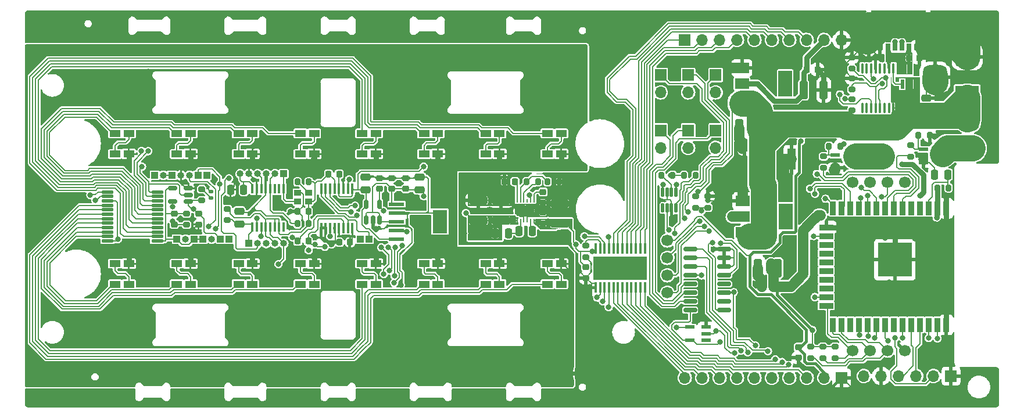
<source format=gtl>
G04 #@! TF.GenerationSoftware,KiCad,Pcbnew,(6.0.1-0)*
G04 #@! TF.CreationDate,2022-03-07T16:42:40+09:00*
G04 #@! TF.ProjectId,qLAMP-main,714c414d-502d-46d6-9169-6e2e6b696361,rev?*
G04 #@! TF.SameCoordinates,Original*
G04 #@! TF.FileFunction,Copper,L1,Top*
G04 #@! TF.FilePolarity,Positive*
%FSLAX46Y46*%
G04 Gerber Fmt 4.6, Leading zero omitted, Abs format (unit mm)*
G04 Created by KiCad (PCBNEW (6.0.1-0)) date 2022-03-07 16:42:40*
%MOMM*%
%LPD*%
G01*
G04 APERTURE LIST*
G04 Aperture macros list*
%AMRoundRect*
0 Rectangle with rounded corners*
0 $1 Rounding radius*
0 $2 $3 $4 $5 $6 $7 $8 $9 X,Y pos of 4 corners*
0 Add a 4 corners polygon primitive as box body*
4,1,4,$2,$3,$4,$5,$6,$7,$8,$9,$2,$3,0*
0 Add four circle primitives for the rounded corners*
1,1,$1+$1,$2,$3*
1,1,$1+$1,$4,$5*
1,1,$1+$1,$6,$7*
1,1,$1+$1,$8,$9*
0 Add four rect primitives between the rounded corners*
20,1,$1+$1,$2,$3,$4,$5,0*
20,1,$1+$1,$4,$5,$6,$7,0*
20,1,$1+$1,$6,$7,$8,$9,0*
20,1,$1+$1,$8,$9,$2,$3,0*%
%AMFreePoly0*
4,1,22,0.500000,-0.750000,0.000000,-0.750000,0.000000,-0.745033,-0.079941,-0.743568,-0.215256,-0.701293,-0.333266,-0.622738,-0.424486,-0.514219,-0.481581,-0.384460,-0.499164,-0.250000,-0.500000,-0.250000,-0.500000,0.250000,-0.499164,0.250000,-0.499963,0.256109,-0.478152,0.396186,-0.417904,0.524511,-0.324060,0.630769,-0.204165,0.706417,-0.067858,0.745374,0.000000,0.744959,0.000000,0.750000,
0.500000,0.750000,0.500000,-0.750000,0.500000,-0.750000,$1*%
%AMFreePoly1*
4,1,20,0.000000,0.744959,0.073905,0.744508,0.209726,0.703889,0.328688,0.626782,0.421226,0.519385,0.479903,0.390333,0.500000,0.250000,0.500000,-0.250000,0.499851,-0.262216,0.476331,-0.402017,0.414519,-0.529596,0.319384,-0.634700,0.198574,-0.708877,0.061801,-0.746166,0.000000,-0.745033,0.000000,-0.750000,-0.500000,-0.750000,-0.500000,0.750000,0.000000,0.750000,0.000000,0.744959,
0.000000,0.744959,$1*%
G04 Aperture macros list end*
G04 #@! TA.AperFunction,ComponentPad*
%ADD10C,2.000000*%
G04 #@! TD*
G04 #@! TA.AperFunction,SMDPad,CuDef*
%ADD11FreePoly0,180.000000*%
G04 #@! TD*
G04 #@! TA.AperFunction,SMDPad,CuDef*
%ADD12FreePoly1,180.000000*%
G04 #@! TD*
G04 #@! TA.AperFunction,SMDPad,CuDef*
%ADD13RoundRect,0.100000X-0.100000X0.637500X-0.100000X-0.637500X0.100000X-0.637500X0.100000X0.637500X0*%
G04 #@! TD*
G04 #@! TA.AperFunction,SMDPad,CuDef*
%ADD14R,0.249999X0.499999*%
G04 #@! TD*
G04 #@! TA.AperFunction,ComponentPad*
%ADD15C,0.600000*%
G04 #@! TD*
G04 #@! TA.AperFunction,SMDPad,CuDef*
%ADD16R,2.500000X1.500000*%
G04 #@! TD*
G04 #@! TA.AperFunction,SMDPad,CuDef*
%ADD17R,2.200000X0.600000*%
G04 #@! TD*
G04 #@! TA.AperFunction,SMDPad,CuDef*
%ADD18R,2.150000X3.450000*%
G04 #@! TD*
G04 #@! TA.AperFunction,SMDPad,CuDef*
%ADD19RoundRect,0.150000X0.150000X-0.512500X0.150000X0.512500X-0.150000X0.512500X-0.150000X-0.512500X0*%
G04 #@! TD*
G04 #@! TA.AperFunction,SMDPad,CuDef*
%ADD20R,2.000000X1.500000*%
G04 #@! TD*
G04 #@! TA.AperFunction,SMDPad,CuDef*
%ADD21R,2.000000X3.800000*%
G04 #@! TD*
G04 #@! TA.AperFunction,SMDPad,CuDef*
%ADD22RoundRect,0.250000X0.475000X-0.250000X0.475000X0.250000X-0.475000X0.250000X-0.475000X-0.250000X0*%
G04 #@! TD*
G04 #@! TA.AperFunction,SMDPad,CuDef*
%ADD23R,1.219200X3.098800*%
G04 #@! TD*
G04 #@! TA.AperFunction,SMDPad,CuDef*
%ADD24RoundRect,0.225000X0.250000X-0.225000X0.250000X0.225000X-0.250000X0.225000X-0.250000X-0.225000X0*%
G04 #@! TD*
G04 #@! TA.AperFunction,SMDPad,CuDef*
%ADD25RoundRect,0.250000X0.325000X1.100000X-0.325000X1.100000X-0.325000X-1.100000X0.325000X-1.100000X0*%
G04 #@! TD*
G04 #@! TA.AperFunction,SMDPad,CuDef*
%ADD26RoundRect,0.225000X0.225000X0.250000X-0.225000X0.250000X-0.225000X-0.250000X0.225000X-0.250000X0*%
G04 #@! TD*
G04 #@! TA.AperFunction,SMDPad,CuDef*
%ADD27RoundRect,0.250000X-0.325000X-1.100000X0.325000X-1.100000X0.325000X1.100000X-0.325000X1.100000X0*%
G04 #@! TD*
G04 #@! TA.AperFunction,SMDPad,CuDef*
%ADD28RoundRect,0.250000X0.250000X0.475000X-0.250000X0.475000X-0.250000X-0.475000X0.250000X-0.475000X0*%
G04 #@! TD*
G04 #@! TA.AperFunction,SMDPad,CuDef*
%ADD29RoundRect,0.225000X-0.225000X-0.250000X0.225000X-0.250000X0.225000X0.250000X-0.225000X0.250000X0*%
G04 #@! TD*
G04 #@! TA.AperFunction,SMDPad,CuDef*
%ADD30RoundRect,0.250000X1.100000X-0.325000X1.100000X0.325000X-1.100000X0.325000X-1.100000X-0.325000X0*%
G04 #@! TD*
G04 #@! TA.AperFunction,SMDPad,CuDef*
%ADD31RoundRect,0.111230X0.763770X0.111230X-0.763770X0.111230X-0.763770X-0.111230X0.763770X-0.111230X0*%
G04 #@! TD*
G04 #@! TA.AperFunction,SMDPad,CuDef*
%ADD32RoundRect,0.225000X-0.250000X0.225000X-0.250000X-0.225000X0.250000X-0.225000X0.250000X0.225000X0*%
G04 #@! TD*
G04 #@! TA.AperFunction,SMDPad,CuDef*
%ADD33RoundRect,0.111665X-0.111665X0.550835X-0.111665X-0.550835X0.111665X-0.550835X0.111665X0.550835X0*%
G04 #@! TD*
G04 #@! TA.AperFunction,SMDPad,CuDef*
%ADD34RoundRect,0.150000X0.512500X0.150000X-0.512500X0.150000X-0.512500X-0.150000X0.512500X-0.150000X0*%
G04 #@! TD*
G04 #@! TA.AperFunction,SMDPad,CuDef*
%ADD35R,1.000000X0.900000*%
G04 #@! TD*
G04 #@! TA.AperFunction,SMDPad,CuDef*
%ADD36RoundRect,0.200000X-0.200000X-0.275000X0.200000X-0.275000X0.200000X0.275000X-0.200000X0.275000X0*%
G04 #@! TD*
G04 #@! TA.AperFunction,SMDPad,CuDef*
%ADD37RoundRect,0.200000X0.275000X-0.200000X0.275000X0.200000X-0.275000X0.200000X-0.275000X-0.200000X0*%
G04 #@! TD*
G04 #@! TA.AperFunction,SMDPad,CuDef*
%ADD38R,0.355600X1.473200*%
G04 #@! TD*
G04 #@! TA.AperFunction,SMDPad,CuDef*
%ADD39R,0.410000X1.570000*%
G04 #@! TD*
G04 #@! TA.AperFunction,SMDPad,CuDef*
%ADD40RoundRect,0.200000X-0.275000X0.200000X-0.275000X-0.200000X0.275000X-0.200000X0.275000X0.200000X0*%
G04 #@! TD*
G04 #@! TA.AperFunction,SMDPad,CuDef*
%ADD41RoundRect,0.200000X0.200000X0.275000X-0.200000X0.275000X-0.200000X-0.275000X0.200000X-0.275000X0*%
G04 #@! TD*
G04 #@! TA.AperFunction,SMDPad,CuDef*
%ADD42RoundRect,0.150000X0.825000X0.150000X-0.825000X0.150000X-0.825000X-0.150000X0.825000X-0.150000X0*%
G04 #@! TD*
G04 #@! TA.AperFunction,SMDPad,CuDef*
%ADD43R,1.473200X0.558800*%
G04 #@! TD*
G04 #@! TA.AperFunction,SMDPad,CuDef*
%ADD44R,1.320800X0.558800*%
G04 #@! TD*
G04 #@! TA.AperFunction,SMDPad,CuDef*
%ADD45R,0.558800X1.320800*%
G04 #@! TD*
G04 #@! TA.AperFunction,SMDPad,CuDef*
%ADD46RoundRect,0.100000X0.100000X-0.687500X0.100000X0.687500X-0.100000X0.687500X-0.100000X-0.687500X0*%
G04 #@! TD*
G04 #@! TA.AperFunction,SMDPad,CuDef*
%ADD47R,7.800000X3.400000*%
G04 #@! TD*
G04 #@! TA.AperFunction,ComponentPad*
%ADD48R,1.700000X1.700000*%
G04 #@! TD*
G04 #@! TA.AperFunction,ComponentPad*
%ADD49O,1.700000X1.700000*%
G04 #@! TD*
G04 #@! TA.AperFunction,ComponentPad*
%ADD50R,3.500000X3.500000*%
G04 #@! TD*
G04 #@! TA.AperFunction,ComponentPad*
%ADD51RoundRect,0.750000X-1.000000X0.750000X-1.000000X-0.750000X1.000000X-0.750000X1.000000X0.750000X0*%
G04 #@! TD*
G04 #@! TA.AperFunction,ComponentPad*
%ADD52RoundRect,0.875000X-0.875000X0.875000X-0.875000X-0.875000X0.875000X-0.875000X0.875000X0.875000X0*%
G04 #@! TD*
G04 #@! TA.AperFunction,SMDPad,CuDef*
%ADD53R,1.600000X1.000000*%
G04 #@! TD*
G04 #@! TA.AperFunction,ComponentPad*
%ADD54C,1.700000*%
G04 #@! TD*
G04 #@! TA.AperFunction,SMDPad,CuDef*
%ADD55RoundRect,0.035000X0.315000X0.465000X-0.315000X0.465000X-0.315000X-0.465000X0.315000X-0.465000X0*%
G04 #@! TD*
G04 #@! TA.AperFunction,SMDPad,CuDef*
%ADD56RoundRect,0.040000X0.360000X0.460000X-0.360000X0.460000X-0.360000X-0.460000X0.360000X-0.460000X0*%
G04 #@! TD*
G04 #@! TA.AperFunction,ComponentPad*
%ADD57O,1.000000X1.800000*%
G04 #@! TD*
G04 #@! TA.AperFunction,SMDPad,CuDef*
%ADD58R,0.900000X2.000000*%
G04 #@! TD*
G04 #@! TA.AperFunction,SMDPad,CuDef*
%ADD59R,2.000000X0.900000*%
G04 #@! TD*
G04 #@! TA.AperFunction,SMDPad,CuDef*
%ADD60R,5.000000X5.000000*%
G04 #@! TD*
G04 #@! TA.AperFunction,SMDPad,CuDef*
%ADD61RoundRect,0.140000X0.170000X-0.140000X0.170000X0.140000X-0.170000X0.140000X-0.170000X-0.140000X0*%
G04 #@! TD*
G04 #@! TA.AperFunction,ComponentPad*
%ADD62R,1.000000X1.000000*%
G04 #@! TD*
G04 #@! TA.AperFunction,ComponentPad*
%ADD63O,1.000000X1.000000*%
G04 #@! TD*
G04 #@! TA.AperFunction,ViaPad*
%ADD64C,0.800000*%
G04 #@! TD*
G04 #@! TA.AperFunction,Conductor*
%ADD65C,0.210820*%
G04 #@! TD*
G04 #@! TA.AperFunction,Conductor*
%ADD66C,3.810000*%
G04 #@! TD*
G04 #@! TA.AperFunction,Conductor*
%ADD67C,0.762000*%
G04 #@! TD*
G04 #@! TA.AperFunction,Conductor*
%ADD68C,0.203200*%
G04 #@! TD*
G04 #@! TA.AperFunction,Conductor*
%ADD69C,0.381000*%
G04 #@! TD*
G04 #@! TA.AperFunction,Conductor*
%ADD70C,1.524000*%
G04 #@! TD*
G04 APERTURE END LIST*
G36*
X147250000Y-126300000D02*
G01*
X146750000Y-126300000D01*
X146750000Y-125700000D01*
X147250000Y-125700000D01*
X147250000Y-126300000D01*
G37*
D10*
X205069999Y-89680009D03*
X205069999Y-93180009D03*
D11*
X147650000Y-126000000D03*
D12*
X146350000Y-126000000D03*
D13*
X193553292Y-81537300D03*
X192903292Y-81537300D03*
X192253292Y-81537300D03*
X191603292Y-81537300D03*
X190953292Y-81537300D03*
X190303292Y-81537300D03*
X189653292Y-81537300D03*
X189003292Y-81537300D03*
X189003292Y-87262300D03*
X189653292Y-87262300D03*
X190303292Y-87262300D03*
X190953292Y-87262300D03*
X191603292Y-87262300D03*
X192253292Y-87262300D03*
X192903292Y-87262300D03*
X193553292Y-87262300D03*
D14*
X141216000Y-100820000D03*
X140716001Y-100820000D03*
X140216000Y-100820000D03*
X139716000Y-100820000D03*
X139215999Y-100820000D03*
X138716000Y-100820000D03*
X138716000Y-103720000D03*
X139215999Y-103720000D03*
X139716000Y-103720000D03*
X140216000Y-103720000D03*
X140716001Y-103720000D03*
X141216000Y-103720000D03*
D15*
X140966001Y-102270000D03*
X139966000Y-101770001D03*
X139966000Y-102870000D03*
X138965999Y-102270000D03*
D16*
X139966000Y-102270000D03*
D17*
X121168500Y-101310000D03*
X121168500Y-102580000D03*
X121168500Y-103850000D03*
X121168500Y-105120000D03*
X121168500Y-106390000D03*
D18*
X127468500Y-103850000D03*
D19*
X116766000Y-103627500D03*
X117716000Y-103627500D03*
X118666000Y-103627500D03*
X118666000Y-101352500D03*
X116766000Y-101352500D03*
D20*
X171570000Y-100850000D03*
X171570000Y-103150000D03*
X171570000Y-105450000D03*
D21*
X177870000Y-103150000D03*
D20*
X171480000Y-81460000D03*
X171480000Y-83760000D03*
X171480000Y-86060000D03*
D21*
X177780000Y-83760000D03*
D22*
X124532000Y-99249995D03*
X124532000Y-97349995D03*
D23*
X178680000Y-89627300D03*
X178680000Y-94732700D03*
D24*
X122500000Y-99074995D03*
X122500000Y-97524995D03*
D25*
X174055000Y-90250000D03*
X171105000Y-90250000D03*
D26*
X173365000Y-93260000D03*
X171815000Y-93260000D03*
D27*
X180455000Y-84680000D03*
X183405000Y-84680000D03*
D24*
X118690000Y-99074995D03*
X118690000Y-97524995D03*
D26*
X176095000Y-113360000D03*
X174545000Y-113360000D03*
D22*
X116658000Y-99249995D03*
X116658000Y-97349995D03*
D28*
X137446000Y-105570000D03*
X135546000Y-105570000D03*
D29*
X195788292Y-79999800D03*
X197338292Y-79999800D03*
D26*
X138420995Y-98029993D03*
X136870995Y-98029993D03*
D30*
X133096000Y-103695000D03*
X133096000Y-100745000D03*
D10*
X191850000Y-90800000D03*
X191850000Y-94300000D03*
D31*
X86295999Y-106695011D03*
X86295999Y-106045013D03*
X86295999Y-105395012D03*
X86295999Y-104745012D03*
X86295999Y-104095012D03*
X86295999Y-103445012D03*
X86295999Y-102795012D03*
X86295999Y-102145012D03*
X86295999Y-101495012D03*
X86295999Y-100845012D03*
X86295999Y-100195011D03*
X86295999Y-99545013D03*
X79095999Y-99545013D03*
X79095999Y-100195011D03*
X79095999Y-100845012D03*
X79095999Y-101495012D03*
X79095999Y-102145012D03*
X79095999Y-102795012D03*
X79095999Y-103445012D03*
X79095999Y-104095012D03*
X79095999Y-104745012D03*
X79095999Y-105395012D03*
X79095999Y-106045013D03*
X79095999Y-106695011D03*
D32*
X92336000Y-102725000D03*
X92336000Y-104275000D03*
X179705000Y-122161000D03*
X179705000Y-123711000D03*
D24*
X88780000Y-104275000D03*
X88780000Y-102725000D03*
D29*
X106771004Y-106722000D03*
X108321004Y-106722000D03*
D26*
X114401000Y-106870000D03*
X112851000Y-106870000D03*
X112801000Y-96950000D03*
X111251000Y-96950000D03*
D22*
X98266000Y-104230000D03*
X98266000Y-102330000D03*
D33*
X161861750Y-99600653D03*
X161211750Y-99600653D03*
X160561750Y-99600653D03*
X159911750Y-99600653D03*
X159911750Y-101875653D03*
X160561750Y-101875653D03*
X161211750Y-101875653D03*
X161861750Y-101875653D03*
D34*
X90833502Y-100910012D03*
X90833502Y-99960012D03*
X90833502Y-99010012D03*
X88558502Y-99010012D03*
X88558502Y-100910012D03*
D28*
X98890000Y-99230000D03*
X96990000Y-99230000D03*
D35*
X108358511Y-99699492D03*
X106733511Y-99699492D03*
X106733511Y-100924492D03*
X108358511Y-100924492D03*
D26*
X108321000Y-102404000D03*
X106771000Y-102404000D03*
D36*
X106721011Y-98085992D03*
X108371011Y-98085992D03*
D37*
X96526000Y-103655000D03*
X96526000Y-102005000D03*
D38*
X104708599Y-99041600D03*
X104058601Y-99041600D03*
X103408599Y-99041600D03*
X102758601Y-99041600D03*
X102108602Y-99041600D03*
X101458601Y-99041600D03*
X100808602Y-99041600D03*
X100158601Y-99041600D03*
X100158601Y-104680400D03*
X100808599Y-104680400D03*
X101458601Y-104680400D03*
X102108599Y-104680400D03*
X102758598Y-104680400D03*
X103408599Y-104680400D03*
X104058598Y-104680400D03*
X104708599Y-104680400D03*
D39*
X110176000Y-104790000D03*
X110826000Y-104790000D03*
X111476000Y-104790000D03*
X112126000Y-104790000D03*
X112776000Y-104790000D03*
X113426000Y-104790000D03*
X114076000Y-104790000D03*
X114726000Y-104790000D03*
X114726000Y-99050000D03*
X114076000Y-99050000D03*
X113426000Y-99050000D03*
X112776000Y-99050000D03*
X112126000Y-99050000D03*
X111476000Y-99050000D03*
X110826000Y-99050000D03*
X110176000Y-99050000D03*
D36*
X106721004Y-104182000D03*
X108371004Y-104182000D03*
D40*
X90558000Y-102675000D03*
X90558000Y-104325000D03*
D36*
X163061000Y-97110005D03*
X164711000Y-97110005D03*
D41*
X161381000Y-97110000D03*
X159731000Y-97110000D03*
D42*
X168886000Y-116780000D03*
X168886000Y-115510000D03*
X168886000Y-114240000D03*
X168886000Y-112970000D03*
X168886000Y-111700000D03*
X168886000Y-110430000D03*
X168886000Y-109160000D03*
X168886000Y-107890000D03*
X163936000Y-107890000D03*
X163936000Y-109160000D03*
X163936000Y-110430000D03*
X163936000Y-111700000D03*
X163936000Y-112970000D03*
X163936000Y-114240000D03*
X163936000Y-115510000D03*
X163936000Y-116780000D03*
D43*
X166299800Y-121150001D03*
X166299800Y-120200000D03*
X166299800Y-119249999D03*
X163912200Y-119249999D03*
X163912200Y-121150001D03*
D24*
X120468000Y-99074995D03*
X120468000Y-97524995D03*
D44*
X197927800Y-93340200D03*
X197927800Y-95219800D03*
X200112200Y-94280000D03*
X185087800Y-94180200D03*
X185087800Y-96059800D03*
X187272200Y-95120000D03*
D45*
X194838492Y-83802000D03*
X196718092Y-83802000D03*
X195778292Y-81617600D03*
D46*
X150181000Y-113492500D03*
X150831000Y-113492500D03*
X151481000Y-113492500D03*
X152131000Y-113492500D03*
X152781000Y-113492500D03*
X153431000Y-113492500D03*
X154081000Y-113492500D03*
X154731000Y-113492500D03*
X155381000Y-113492500D03*
X156031000Y-113492500D03*
X156681000Y-113492500D03*
X157331000Y-113492500D03*
X157331000Y-107767500D03*
X156681000Y-107767500D03*
X156031000Y-107767500D03*
X155381000Y-107767500D03*
X154731000Y-107767500D03*
X154081000Y-107767500D03*
X153431000Y-107767500D03*
X152781000Y-107767500D03*
X152131000Y-107767500D03*
X151481000Y-107767500D03*
X150831000Y-107767500D03*
X150181000Y-107767500D03*
D15*
X155706000Y-111930000D03*
X150506000Y-110630000D03*
X151806000Y-109330000D03*
X150506000Y-111930000D03*
X153106000Y-110630000D03*
X155706000Y-109330000D03*
X151806000Y-111930000D03*
X154406000Y-111930000D03*
X154406000Y-109330000D03*
X153106000Y-109330000D03*
X151806000Y-110630000D03*
X157006000Y-111930000D03*
D47*
X153756000Y-110630000D03*
D15*
X153106000Y-111930000D03*
X154406000Y-110630000D03*
X155706000Y-110630000D03*
X157006000Y-110630000D03*
X150506000Y-109330000D03*
X157006000Y-109330000D03*
D24*
X142495998Y-104124998D03*
X142495998Y-102574998D03*
D40*
X164749988Y-100175001D03*
X164749988Y-101825001D03*
D28*
X201475000Y-97020000D03*
X199575000Y-97020000D03*
D48*
X167646956Y-90579052D03*
D49*
X167646956Y-93119052D03*
D48*
X159646956Y-90579052D03*
D49*
X159646956Y-93119052D03*
D48*
X167646956Y-82479052D03*
D49*
X167646956Y-85019052D03*
D48*
X163646956Y-82479052D03*
D49*
X163646956Y-85019052D03*
D48*
X159646956Y-82479052D03*
D49*
X159646956Y-85019052D03*
D48*
X163646956Y-90579052D03*
D49*
X163646956Y-93119052D03*
D41*
X198845000Y-91305000D03*
X197195000Y-91305000D03*
X185815000Y-92860000D03*
X184165000Y-92860000D03*
X141761006Y-98029993D03*
X140111006Y-98029993D03*
D40*
X187500006Y-79896200D03*
X187500006Y-81546200D03*
X187500006Y-82944200D03*
X187500006Y-84594200D03*
X196100000Y-92745000D03*
X196100000Y-94395000D03*
X183390000Y-94365000D03*
X183390000Y-96015000D03*
X148756005Y-107394991D03*
X148756005Y-109044991D03*
D41*
X201575000Y-98940000D03*
X199925000Y-98940000D03*
D40*
X187500006Y-85992200D03*
X187500006Y-87642200D03*
D32*
X148756005Y-110515012D03*
X148756005Y-112065012D03*
D25*
X176715000Y-110630000D03*
X173765000Y-110630000D03*
D29*
X180925000Y-81680000D03*
X182475000Y-81680000D03*
D50*
X204295792Y-85809800D03*
D51*
X204295792Y-79809800D03*
D52*
X199595792Y-82809800D03*
D53*
X107157211Y-91002066D03*
X107157211Y-94002066D03*
D37*
X181483000Y-123761000D03*
X181483000Y-122111000D03*
D53*
X134157211Y-113001633D03*
X134157211Y-110001633D03*
X89157211Y-91002066D03*
X89157211Y-94002066D03*
X134157211Y-91002066D03*
X134157211Y-94002066D03*
X127157211Y-113001633D03*
X127157211Y-110001633D03*
X136157211Y-91002066D03*
X136157211Y-94002066D03*
X143157211Y-91002066D03*
X143157211Y-94002066D03*
X100157211Y-113001633D03*
X100157211Y-110001633D03*
D54*
X187611003Y-98175006D03*
X190151003Y-98175006D03*
X192691003Y-98175006D03*
X195231003Y-98175006D03*
X187611003Y-122675006D03*
X190151003Y-122675006D03*
X192691003Y-122675006D03*
X195231003Y-122675006D03*
X160611003Y-106615006D03*
X160611003Y-109155006D03*
X160611003Y-111695006D03*
X160611003Y-114235006D03*
D53*
X100157211Y-91002066D03*
X100157211Y-94002066D03*
D37*
X185039000Y-123761000D03*
X185039000Y-122111000D03*
D53*
X125157211Y-113001633D03*
X125157211Y-110001633D03*
X116157211Y-113001633D03*
X116157211Y-110001633D03*
D30*
X136386000Y-103695000D03*
X136386000Y-100745000D03*
D55*
X194788282Y-78419792D03*
X192788282Y-78419792D03*
D56*
X191588282Y-78419792D03*
D55*
X193788282Y-78419792D03*
X195788282Y-78419792D03*
D56*
X196988282Y-78419792D03*
D57*
X198608282Y-78419792D03*
X198608282Y-74619792D03*
X189968282Y-78419792D03*
X189968282Y-74619792D03*
D32*
X142495998Y-99534999D03*
X142495998Y-101084999D03*
D48*
X186001000Y-126628000D03*
D49*
X183461000Y-126628000D03*
X180921000Y-126628000D03*
X178381000Y-126628000D03*
X175841000Y-126628000D03*
X173301000Y-126628000D03*
X170761000Y-126628000D03*
X168221000Y-126628000D03*
X165681000Y-126628000D03*
X163141000Y-126628000D03*
D53*
X82157211Y-113001633D03*
X82157211Y-110001633D03*
X118157211Y-113001633D03*
X118157211Y-110001633D03*
D36*
X143170995Y-98029993D03*
X144820995Y-98029993D03*
D53*
X109157211Y-113001633D03*
X109157211Y-110001633D03*
X118157211Y-91002066D03*
X118157211Y-94002066D03*
X109157211Y-91002066D03*
X109157211Y-94002066D03*
X80157211Y-91002066D03*
X80157211Y-94002066D03*
X98157211Y-113001633D03*
X98157211Y-110001633D03*
D22*
X198308292Y-87719800D03*
X198308292Y-85819800D03*
D58*
X201261000Y-101920000D03*
X199991000Y-101920000D03*
X198721000Y-101920000D03*
X197451000Y-101920000D03*
X196181000Y-101920000D03*
X194911000Y-101920000D03*
X193641000Y-101920000D03*
X192371000Y-101920000D03*
X191101000Y-101920000D03*
X189831000Y-101920000D03*
X188561000Y-101920000D03*
X187291000Y-101920000D03*
X186021000Y-101920000D03*
X184751000Y-101920000D03*
D59*
X183751000Y-104705000D03*
X183751000Y-105975000D03*
X183751000Y-107245000D03*
X183751000Y-108515000D03*
X183751000Y-109785000D03*
X183751000Y-111055000D03*
X183751000Y-112325000D03*
X183751000Y-113595000D03*
X183751000Y-114865000D03*
X183751000Y-116135000D03*
D58*
X184751000Y-118920000D03*
X186021000Y-118920000D03*
X187291000Y-118920000D03*
X188561000Y-118920000D03*
X189831000Y-118920000D03*
X191101000Y-118920000D03*
X192371000Y-118920000D03*
X193641000Y-118920000D03*
X194911000Y-118920000D03*
X196181000Y-118920000D03*
X197451000Y-118920000D03*
X198721000Y-118920000D03*
X199991000Y-118920000D03*
X201261000Y-118920000D03*
D60*
X193761000Y-109420000D03*
D53*
X80157211Y-113001633D03*
X80157211Y-110001633D03*
D48*
X201946000Y-126380000D03*
D49*
X199406000Y-126380000D03*
X196866000Y-126380000D03*
X194326000Y-126380000D03*
X191786000Y-126380000D03*
X189246002Y-126380011D03*
D37*
X166527988Y-101825001D03*
X166527988Y-100175001D03*
D53*
X91157211Y-113001633D03*
X91157211Y-110001633D03*
X127157211Y-91002066D03*
X127157211Y-94002066D03*
D61*
X94146005Y-100440012D03*
X94146005Y-99480012D03*
D53*
X89157211Y-113001633D03*
X89157211Y-110001633D03*
D48*
X163141000Y-77372000D03*
D49*
X165681000Y-77372000D03*
X168221000Y-77372000D03*
X170761000Y-77372000D03*
X173301000Y-77372000D03*
X175841000Y-77372000D03*
X178381000Y-77372000D03*
X180921000Y-77372000D03*
X183461000Y-77372000D03*
X186001000Y-77372000D03*
D53*
X125157211Y-91002066D03*
X125157211Y-94002066D03*
X145157211Y-113001633D03*
X145157211Y-110001633D03*
D40*
X92776006Y-99135012D03*
X92776006Y-100785012D03*
D37*
X183261000Y-123761000D03*
X183261000Y-122111000D03*
D53*
X116157211Y-91002066D03*
X116157211Y-94002066D03*
D28*
X140936000Y-105230000D03*
X139036000Y-105230000D03*
D53*
X91157211Y-91002066D03*
X91157211Y-94002066D03*
X145157211Y-91002066D03*
X145157211Y-94002066D03*
X82157211Y-91002066D03*
X82157211Y-94002066D03*
X107157211Y-113001633D03*
X107157211Y-110001633D03*
X98157211Y-91002066D03*
X98157211Y-94002066D03*
X143157211Y-113001633D03*
X143157211Y-110001633D03*
D30*
X144936000Y-104185000D03*
X144936000Y-101235000D03*
D53*
X136157211Y-113001633D03*
X136157211Y-110001633D03*
D62*
X89155998Y-106419994D03*
X104732000Y-96888600D03*
D63*
X103462000Y-96888600D03*
X102192000Y-96888600D03*
X100922000Y-96888600D03*
X99652000Y-96888600D03*
X98382000Y-96888600D03*
D62*
X95505998Y-106419994D03*
X115876010Y-106419994D03*
X117146010Y-106419994D03*
X96775998Y-106419994D03*
X93536000Y-97110005D03*
X85916000Y-97110005D03*
D63*
X87186000Y-97110005D03*
D62*
X99652000Y-107048600D03*
D63*
X100922000Y-107048600D03*
X102192000Y-107048600D03*
X103462000Y-107048600D03*
X104732000Y-107048600D03*
D62*
X92266000Y-97110005D03*
D63*
X90996000Y-97110005D03*
D62*
X91695998Y-106419994D03*
D63*
X90425998Y-106419994D03*
D62*
X92965998Y-106419994D03*
D63*
X94235998Y-106419994D03*
D62*
X88456000Y-97110005D03*
D63*
X89726000Y-97110005D03*
D64*
X186260000Y-114700000D03*
X192730000Y-114880000D03*
X185620000Y-111260000D03*
X189210000Y-106710000D03*
X189750000Y-115660000D03*
X195650000Y-116020000D03*
X187510000Y-109590000D03*
X198630000Y-109520000D03*
X198200000Y-112640000D03*
X196680000Y-106320000D03*
X192380000Y-106250000D03*
X188250000Y-112610000D03*
X192940000Y-112710000D03*
X200160000Y-116730000D03*
X200090000Y-105960000D03*
X185650000Y-116710000D03*
X185830000Y-106110000D03*
X178300000Y-106550000D03*
X179000000Y-109880000D03*
X179650000Y-116370000D03*
X178000000Y-114770000D03*
X173080000Y-115090000D03*
X176630000Y-117010000D03*
X171500000Y-117030000D03*
X159990000Y-117710000D03*
X153290000Y-117630000D03*
X151130000Y-119210000D03*
X165580000Y-114900000D03*
X170760000Y-112120000D03*
X171680000Y-109540000D03*
X168710000Y-105100000D03*
X168640000Y-102860000D03*
X169960000Y-99610000D03*
X166830000Y-99140000D03*
X165630000Y-90770000D03*
X162150000Y-95790000D03*
X165690000Y-93990000D03*
X167640000Y-96510000D03*
X171270000Y-95810000D03*
X187110000Y-78820000D03*
X184810000Y-82180000D03*
X185010000Y-86980000D03*
X181050000Y-86980000D03*
X181910000Y-83110000D03*
X175400000Y-81050000D03*
X174720000Y-78710000D03*
X179760000Y-78480000D03*
X178980000Y-80860000D03*
X176000000Y-84440000D03*
X173300000Y-82640000D03*
X170430000Y-79030000D03*
X165950000Y-79920000D03*
X165780000Y-82220000D03*
X160770000Y-80280000D03*
X161600000Y-82810000D03*
X167130000Y-88810000D03*
X162430000Y-89180000D03*
X159340000Y-86880000D03*
X154630000Y-90270000D03*
X154230000Y-87360000D03*
X148140000Y-98370000D03*
X153750000Y-98370000D03*
X145620000Y-106360000D03*
X146480000Y-97420000D03*
X146650000Y-99470000D03*
X143290000Y-106660000D03*
X138630000Y-106620000D03*
X130960000Y-98860000D03*
X131000000Y-105570000D03*
X136450000Y-102280000D03*
X133430000Y-102310000D03*
X135420000Y-98360000D03*
X132810000Y-98340000D03*
X115740002Y-100410010D03*
X119630012Y-100079988D03*
X117620000Y-107610000D03*
X109500010Y-102350011D03*
X104439999Y-101910007D03*
X84500000Y-107090000D03*
X81450000Y-107330000D03*
X84780000Y-96730000D03*
X94609996Y-97819997D03*
X95940000Y-96780000D03*
X103689988Y-100500002D03*
X105590000Y-100140000D03*
X105610000Y-98350000D03*
X107660000Y-96900000D03*
X110030000Y-96490000D03*
X110970009Y-102299999D03*
X110030006Y-101059996D03*
X113310010Y-101000001D03*
X114610000Y-96630000D03*
X121500011Y-98289999D03*
X124489997Y-101840005D03*
X121430009Y-100130000D03*
X123510000Y-103420000D03*
X124260000Y-107480000D03*
X128800000Y-106390000D03*
X126890000Y-101290000D03*
X126480000Y-96960000D03*
X128860000Y-96770000D03*
X145580000Y-111170000D03*
X137400000Y-111950000D03*
X141630000Y-112140000D03*
X139200000Y-109860000D03*
X142920000Y-120540000D03*
X142630000Y-115810000D03*
X145010000Y-118510000D03*
X145420000Y-114590000D03*
X145280000Y-122260000D03*
X139150000Y-114760000D03*
X140100000Y-118340000D03*
X140570000Y-122060000D03*
X128010000Y-118720000D03*
X128180000Y-122340000D03*
X130740000Y-112850000D03*
X134210000Y-114610000D03*
X125540000Y-115080000D03*
X124890000Y-117140000D03*
X121890000Y-119020000D03*
X179200000Y-130080000D03*
X183670000Y-128890000D03*
X181710000Y-127980000D03*
X173700000Y-130070000D03*
X167080000Y-130220000D03*
X176940000Y-127970000D03*
X169670000Y-128000000D03*
X164340000Y-128070000D03*
X161470000Y-126390000D03*
X159250000Y-127890000D03*
X159150000Y-129970000D03*
X149360000Y-129070000D03*
X143020000Y-128900000D03*
X139660000Y-130330000D03*
X136170000Y-129140000D03*
X130070000Y-129100000D03*
X126370000Y-130270000D03*
X85490000Y-130200000D03*
X98980000Y-130270000D03*
X112530000Y-130180000D03*
X122010000Y-129370000D03*
X116080000Y-129510000D03*
X108620000Y-129180000D03*
X103640000Y-129370000D03*
X94960000Y-129180000D03*
X89240000Y-129180000D03*
X100230000Y-118450000D03*
X107320000Y-118450000D03*
X112920000Y-113080000D03*
X104980000Y-114850000D03*
X110080000Y-121830000D03*
X103080000Y-121880000D03*
X103030000Y-118590000D03*
X97390000Y-118430000D03*
X98170000Y-121910000D03*
X84720000Y-120530000D03*
X81060000Y-121650000D03*
X84740000Y-117130000D03*
X98310000Y-114680000D03*
X89580000Y-115080000D03*
X80940000Y-115460000D03*
X80570000Y-119780000D03*
X102840000Y-114780000D03*
X104890000Y-121730000D03*
X109260000Y-114530000D03*
X118280000Y-121140000D03*
X121820000Y-122420000D03*
X121990000Y-115520000D03*
X118460000Y-115800000D03*
X115920000Y-124330000D03*
X102740000Y-124800000D03*
X93750000Y-124880000D03*
X87010000Y-124890000D03*
X80580000Y-124830000D03*
X81920000Y-128810000D03*
X77160000Y-129950000D03*
X72780000Y-129020000D03*
X67970000Y-129910000D03*
X77200000Y-125040000D03*
X72330000Y-125320000D03*
X75650000Y-126920000D03*
X68200000Y-126670000D03*
X68160000Y-123400000D03*
X72920000Y-117790000D03*
X77500000Y-121640000D03*
X77640000Y-117600000D03*
X73040000Y-121920000D03*
X69890000Y-115290000D03*
X76790000Y-107980000D03*
X74940000Y-106920000D03*
X68800000Y-102190000D03*
X71020000Y-103890000D03*
X70410000Y-100050000D03*
X75170000Y-100540000D03*
X67990000Y-106980000D03*
X68070000Y-97080000D03*
X146680000Y-94060000D03*
X142910000Y-89280000D03*
X142310000Y-92500000D03*
X139810000Y-92140000D03*
X137160000Y-92700000D03*
X133130000Y-92620000D03*
X130780000Y-91010000D03*
X127860000Y-92660000D03*
X124490000Y-92260000D03*
X121740000Y-90980000D03*
X118660000Y-92760000D03*
X115690000Y-92260000D03*
X112820000Y-93570000D03*
X109710000Y-92840000D03*
X106520000Y-92430000D03*
X100420000Y-92860000D03*
X91720000Y-92620000D03*
X97270000Y-92510000D03*
X94610000Y-90950000D03*
X85720000Y-91040000D03*
X88410000Y-92340000D03*
X83040000Y-92200000D03*
X78230000Y-94390000D03*
X78700000Y-91140000D03*
X69850000Y-88760000D03*
X79280000Y-87580000D03*
X81730000Y-85640000D03*
X76630000Y-84070000D03*
X72150000Y-86250000D03*
X72920000Y-82170000D03*
X84990000Y-81990000D03*
X84900000Y-88560000D03*
X100870000Y-85450000D03*
X105940000Y-86910000D03*
X104290000Y-82130000D03*
X109290000Y-84670000D03*
X109400000Y-89660000D03*
X103330000Y-90090000D03*
X98020000Y-88880000D03*
X89440000Y-88970000D03*
X97670000Y-82240000D03*
X207730000Y-94430000D03*
X207250000Y-87950000D03*
X201607796Y-80797796D03*
X205210000Y-82920000D03*
X207620000Y-85140000D03*
X207620000Y-77900000D03*
X205280000Y-74370000D03*
X203264246Y-77155754D03*
X201580200Y-78419800D03*
X201272812Y-75164320D03*
X190645000Y-76645000D03*
X194315680Y-75164320D03*
X197255680Y-75164320D03*
X191375680Y-75164320D03*
X182200000Y-73960000D03*
X187890000Y-73600000D03*
X187210000Y-76000000D03*
X184830000Y-76290000D03*
X182240000Y-76270000D03*
X178320000Y-75380000D03*
X173460000Y-74550000D03*
X166020000Y-73970000D03*
X153970000Y-75090000D03*
X159910000Y-74130000D03*
X150650000Y-84190000D03*
X155650000Y-78820000D03*
X149390000Y-77070000D03*
X139650000Y-76900000D03*
X139570000Y-73730000D03*
X142980000Y-75220000D03*
X136040000Y-75290000D03*
X129270000Y-75240000D03*
X125670000Y-73810000D03*
X125790000Y-76960000D03*
X113020000Y-73770000D03*
X119170000Y-76970000D03*
X122110000Y-75350000D03*
X116040000Y-75320000D03*
X112720000Y-77080000D03*
X109040000Y-75130000D03*
X103290000Y-75170000D03*
X95190000Y-75220000D03*
X89480000Y-75320000D03*
X99220000Y-76860000D03*
X99270000Y-73930000D03*
X85110000Y-73730000D03*
X85010000Y-77060000D03*
X81290000Y-74260000D03*
X74750000Y-74360000D03*
X70210000Y-76950000D03*
X68190000Y-74220000D03*
X78930000Y-76670000D03*
X114290000Y-90880000D03*
X113450000Y-82100000D03*
X122880000Y-85220000D03*
X124190000Y-80550000D03*
X134040000Y-80470000D03*
X144660000Y-84600000D03*
X128020000Y-85120000D03*
X140060000Y-85160000D03*
X147450000Y-89590000D03*
X147360000Y-79570000D03*
X138740000Y-90220000D03*
X134060000Y-89300000D03*
X125350000Y-89020000D03*
X118420000Y-84200000D03*
X118250000Y-88500000D03*
X116870000Y-80760000D03*
X112510000Y-79180000D03*
X104640000Y-79050000D03*
X97850000Y-79290000D03*
X90610000Y-79070000D03*
X84470000Y-79070000D03*
X77600000Y-79070000D03*
X71090000Y-79020000D03*
X67820000Y-81360000D03*
X145146000Y-94840000D03*
X114206000Y-109030000D03*
X100146000Y-109030000D03*
X136086000Y-94840000D03*
X118146000Y-109030000D03*
X109066000Y-94840000D03*
X91116000Y-109030000D03*
X127166000Y-94840000D03*
X87716000Y-107610000D03*
X145156000Y-109040000D03*
X118176000Y-94840000D03*
X109106000Y-109030000D03*
X91511430Y-104954024D03*
X82176000Y-109030000D03*
X136216000Y-109030000D03*
X91126000Y-94840000D03*
X113466000Y-94841020D03*
X127076000Y-109030000D03*
X82166000Y-94860000D03*
X100126000Y-94840000D03*
X159993887Y-98440263D03*
X80550117Y-106436953D03*
X168275911Y-121410065D03*
X199850000Y-103260000D03*
X194771240Y-95481696D03*
X197401788Y-100058212D03*
X140504484Y-99989896D03*
X111504969Y-106011081D03*
X88566000Y-101672300D03*
X181726000Y-119687126D03*
X175730000Y-110010000D03*
X182950000Y-102930000D03*
X108366000Y-108046300D03*
X143226000Y-103770000D03*
X170060000Y-103170000D03*
X147281000Y-107175000D03*
X149686000Y-108210000D03*
X125117879Y-95843700D03*
X161116000Y-97110000D03*
X96776000Y-97570000D03*
X91586000Y-102020000D03*
X131256000Y-102610000D03*
X84082483Y-95843700D03*
X165074299Y-99502624D03*
X125117890Y-100130000D03*
X181390000Y-99071859D03*
X160824505Y-105113727D03*
X199966000Y-120890000D03*
X76556000Y-100002890D03*
X175277030Y-122757506D03*
X77286000Y-100780000D03*
X198696000Y-120850000D03*
X194916000Y-120790000D03*
X172323445Y-122914030D03*
X84998252Y-93590068D03*
X165620000Y-102260000D03*
X182397167Y-96910231D03*
X119980274Y-107613769D03*
X115356981Y-102955791D03*
X120147289Y-110980171D03*
X190816000Y-120808775D03*
X83996000Y-93560000D03*
X192752408Y-121223602D03*
X171348522Y-122679645D03*
X114495297Y-102443043D03*
X189846156Y-120528649D03*
X120982977Y-107613769D03*
X120855399Y-111735233D03*
X191794614Y-100238254D03*
X109306000Y-107200000D03*
X110722231Y-107540000D03*
X105998716Y-106141297D03*
X170286000Y-114170000D03*
X118936000Y-107613769D03*
X114243165Y-97709947D03*
X161909850Y-98514392D03*
X173430144Y-121930426D03*
X119296000Y-111510000D03*
X186520000Y-85980000D03*
X165591000Y-111715000D03*
X161703039Y-105597039D03*
X163127980Y-103341890D03*
X167198065Y-106911149D03*
X163652516Y-102487329D03*
X168376000Y-106987300D03*
X191907567Y-83775288D03*
X193785589Y-77672020D03*
X192418792Y-82874441D03*
X194788292Y-77672020D03*
X170410197Y-123033136D03*
X103966000Y-110050000D03*
X167696000Y-119850000D03*
X184900000Y-96570000D03*
X174368280Y-112388280D03*
X171290000Y-92050000D03*
X111706000Y-107200229D03*
X144796000Y-102370000D03*
X121777458Y-113101644D03*
X171550000Y-99280000D03*
X150976000Y-117055903D03*
X109307240Y-106147026D03*
X144786000Y-105470000D03*
X199569007Y-91540479D03*
X161711760Y-103178161D03*
X170020000Y-81440000D03*
X197310000Y-94222302D03*
X167331000Y-107905000D03*
X166500000Y-100750000D03*
X183405000Y-82610000D03*
X201270000Y-100420000D03*
X186292776Y-92541689D03*
X201256000Y-120710000D03*
X177910000Y-99433879D03*
X118206710Y-104939290D03*
X149170429Y-122816188D03*
X177590000Y-94910000D03*
X158071539Y-115504461D03*
X159575348Y-103109481D03*
X105696000Y-102400000D03*
X120831190Y-112770000D03*
X115116000Y-101539560D03*
X121950124Y-107349120D03*
X188576000Y-120395236D03*
X94777499Y-104903763D03*
X95420000Y-98430000D03*
X100806000Y-103420000D03*
X101379539Y-106045300D03*
X93827240Y-104580000D03*
X88523790Y-103777677D03*
X92776006Y-99135012D03*
X122686000Y-105340000D03*
X119232007Y-102274492D03*
X180080000Y-92135000D03*
X190610000Y-83070000D03*
X185773649Y-85310393D03*
X181916000Y-105970000D03*
X150386000Y-114930000D03*
X183660000Y-100530000D03*
X151220145Y-115486430D03*
X152071519Y-116347793D03*
X182134985Y-99815015D03*
X178326000Y-124761769D03*
X177335297Y-124348229D03*
X176342290Y-123934689D03*
X152072890Y-106070678D03*
X148525290Y-106009290D03*
X182086000Y-114870000D03*
X161976046Y-119259954D03*
X193770000Y-120840000D03*
X165289153Y-103822068D03*
X188875521Y-98890087D03*
X189760000Y-100041237D03*
X165998171Y-104531085D03*
X188760000Y-100454777D03*
X166707189Y-105240103D03*
D65*
X113559130Y-97526870D02*
X113559130Y-96680870D01*
X114610000Y-96630000D02*
X113610000Y-96630000D01*
X113559130Y-96680870D02*
X113559130Y-94934150D01*
X113610000Y-96630000D02*
X113559130Y-96680870D01*
X115740002Y-100410010D02*
X115516473Y-100633539D01*
X115516473Y-100633539D02*
X113676472Y-100633539D01*
X113676472Y-100633539D02*
X113310010Y-101000001D01*
D66*
X203264246Y-77155754D02*
X204295792Y-78187300D01*
X201580200Y-78419800D02*
X202905792Y-78419800D01*
X190645000Y-76645000D02*
X189750000Y-77540000D01*
X194315680Y-75164320D02*
X197255680Y-75164320D01*
X197255680Y-75164320D02*
X201272812Y-75164320D01*
X191375680Y-75164320D02*
X194315680Y-75164320D01*
D65*
X99652000Y-107048600D02*
X99652000Y-105764000D01*
X100158601Y-105257399D02*
X100158601Y-104680400D01*
X97836000Y-104214834D02*
X97211166Y-103590000D01*
X99652000Y-105764000D02*
X100158601Y-105257399D01*
X98266000Y-104230000D02*
X97836000Y-104230000D01*
X97836000Y-104230000D02*
X97836000Y-104214834D01*
X97211166Y-103590000D02*
X96591000Y-103590000D01*
X100126000Y-104230000D02*
X98266000Y-104230000D01*
X100158601Y-104262601D02*
X100126000Y-104230000D01*
X98237600Y-104385000D02*
X98283600Y-104431000D01*
X100158601Y-104680400D02*
X100158601Y-104262601D01*
X96591000Y-103590000D02*
X96526000Y-103655000D01*
X105656000Y-103950000D02*
X105656000Y-103655166D01*
X102758601Y-97591999D02*
X103462000Y-96888600D01*
X105656000Y-103655166D02*
X104623753Y-102622920D01*
X106721000Y-104182000D02*
X105888000Y-104182000D01*
X105888000Y-104182000D02*
X105656000Y-103950000D01*
X104623753Y-102622920D02*
X103216000Y-102622920D01*
X102758601Y-102165521D02*
X102758601Y-99041600D01*
X103216000Y-102622920D02*
X102758601Y-102165521D01*
X102758601Y-99041600D02*
X102758601Y-97591999D01*
X114206000Y-107065000D02*
X114206000Y-109030000D01*
X146265332Y-123859332D02*
X146265332Y-110879332D01*
X94146005Y-99480012D02*
X94036012Y-99480012D01*
X114726000Y-104790000D02*
X114726000Y-105990000D01*
X91116000Y-109030000D02*
X89696000Y-107610000D01*
D67*
X91157211Y-109071211D02*
X91116000Y-109030000D01*
D65*
X93261480Y-98426882D02*
X93796000Y-98961402D01*
X89726000Y-98240000D02*
X90496000Y-99010000D01*
D67*
X100157211Y-110001633D02*
X100157211Y-109041211D01*
D65*
X92190454Y-104275000D02*
X91511430Y-104954024D01*
X114726000Y-105990000D02*
X114726000Y-106545000D01*
D67*
X127157211Y-94002066D02*
X127157211Y-94851211D01*
X91157211Y-110001633D02*
X91157211Y-109071211D01*
X91157211Y-94828789D02*
X91126000Y-94860000D01*
X118157211Y-94841211D02*
X118176000Y-94860000D01*
D65*
X112776000Y-105820000D02*
X112926000Y-105970000D01*
D67*
X127157211Y-109111211D02*
X127076000Y-109030000D01*
X109157211Y-94768789D02*
X109066000Y-94860000D01*
D68*
X146265332Y-125915332D02*
X146350000Y-126000000D01*
D65*
X96990000Y-99230000D02*
X97484121Y-98735879D01*
D67*
X109157211Y-109081211D02*
X109106000Y-109030000D01*
D65*
X113559130Y-94934150D02*
X113466000Y-94841020D01*
D67*
X109157211Y-94002066D02*
X109157211Y-94768789D01*
D65*
X112926000Y-105970000D02*
X114706000Y-105970000D01*
X99652000Y-96888600D02*
X99652000Y-96052000D01*
D68*
X146265332Y-123859332D02*
X146265332Y-125915332D01*
D65*
X113426000Y-97660000D02*
X113559130Y-97526870D01*
X97484121Y-98735879D02*
X97484121Y-96643622D01*
X89726000Y-96260000D02*
X91126000Y-94860000D01*
D67*
X145156000Y-94850000D02*
X145156000Y-94003277D01*
X127157211Y-110001633D02*
X127157211Y-109111211D01*
D65*
X89726000Y-97110005D02*
X89726000Y-98240000D01*
D67*
X145156000Y-110000422D02*
X145157211Y-110001633D01*
D65*
X99652000Y-95334000D02*
X100126000Y-94860000D01*
D67*
X136157211Y-94002066D02*
X136157211Y-94788789D01*
X82157211Y-110001633D02*
X82157211Y-109048789D01*
X136157211Y-94788789D02*
X136086000Y-94860000D01*
D65*
X99652000Y-96052000D02*
X99652000Y-95334000D01*
D67*
X82157211Y-94851211D02*
X82166000Y-94860000D01*
D65*
X97484121Y-96643622D02*
X98075743Y-96052000D01*
D67*
X118157211Y-109041211D02*
X118146000Y-109030000D01*
X127157211Y-94851211D02*
X127166000Y-94860000D01*
X118157211Y-94002066D02*
X118157211Y-94841211D01*
D65*
X112776000Y-104790000D02*
X112776000Y-105820000D01*
D67*
X145156000Y-109040000D02*
X145156000Y-110000422D01*
D65*
X114726000Y-106545000D02*
X114401000Y-106870000D01*
X114401000Y-106870000D02*
X114206000Y-107065000D01*
D67*
X136157211Y-109088789D02*
X136216000Y-109030000D01*
X100157211Y-94002066D02*
X100157211Y-94828789D01*
X82157211Y-109048789D02*
X82176000Y-109030000D01*
X82157211Y-94002066D02*
X82157211Y-94851211D01*
X100157211Y-94828789D02*
X100126000Y-94860000D01*
D65*
X92336000Y-104275000D02*
X92190454Y-104275000D01*
X91707402Y-99010012D02*
X92290532Y-98426882D01*
X93796000Y-98961402D02*
X93796000Y-99240000D01*
D67*
X136157211Y-110001633D02*
X136157211Y-109088789D01*
X109157211Y-110001633D02*
X109157211Y-109081211D01*
D65*
X89726000Y-97110005D02*
X89726000Y-96260000D01*
X113426000Y-99050000D02*
X113426000Y-97660000D01*
X94036012Y-99480012D02*
X93796000Y-99240000D01*
X114706000Y-105970000D02*
X114726000Y-105990000D01*
D67*
X91157211Y-94002066D02*
X91157211Y-94828789D01*
X118157211Y-110001633D02*
X118157211Y-109041211D01*
X145156000Y-94003277D02*
X145157211Y-94002066D01*
D65*
X100808602Y-98045202D02*
X99652000Y-96888600D01*
X90833502Y-99010012D02*
X91707402Y-99010012D01*
X90496000Y-99010000D02*
X90833500Y-99010000D01*
X145387633Y-110001633D02*
X145157211Y-110001633D01*
X98075743Y-96052000D02*
X99652000Y-96052000D01*
X100808602Y-99041600D02*
X100808602Y-98045202D01*
D67*
X100157211Y-109041211D02*
X100146000Y-109030000D01*
D65*
X89696000Y-107610000D02*
X87716000Y-107610000D01*
X92290532Y-98426882D02*
X93261480Y-98426882D01*
X146265332Y-110879332D02*
X145387633Y-110001633D01*
X111476000Y-105982112D02*
X111504969Y-106011081D01*
X150076000Y-108210000D02*
X149686000Y-108210000D01*
X142091000Y-103720000D02*
X142496000Y-104125000D01*
D69*
X176580000Y-113845000D02*
X176095000Y-113360000D01*
D70*
X171570000Y-103150000D02*
X170080000Y-103150000D01*
D65*
X112126000Y-97825000D02*
X111251000Y-96950000D01*
D70*
X175730000Y-110010000D02*
X175730000Y-110885000D01*
D65*
X104058598Y-104680400D02*
X104058598Y-105622598D01*
X109256000Y-100690000D02*
X109021508Y-100924492D01*
D70*
X180425220Y-111544780D02*
X180425220Y-105180000D01*
D65*
X108321000Y-102404000D02*
X108321000Y-104132000D01*
X143226000Y-103770000D02*
X143226000Y-104040000D01*
X102129078Y-106023078D02*
X102316000Y-106210000D01*
X181726000Y-121868000D02*
X181483000Y-122111000D01*
D67*
X197905334Y-99554666D02*
X197401788Y-100058212D01*
D65*
X147281000Y-107175000D02*
X146936000Y-106830000D01*
X145821000Y-104185000D02*
X144936000Y-104185000D01*
X147972875Y-109731882D02*
X147972875Y-108303125D01*
X108371000Y-108041300D02*
X108366000Y-108046300D01*
X143311000Y-104125000D02*
X144876000Y-104125000D01*
X163912200Y-121150001D02*
X164316001Y-121150001D01*
X108371004Y-104310434D02*
X108371004Y-104182000D01*
D67*
X199850000Y-103260000D02*
X199850000Y-102061000D01*
D65*
X99884565Y-103340000D02*
X97546000Y-103340000D01*
X140716001Y-100820000D02*
X140716001Y-100201413D01*
D67*
X194771240Y-95481696D02*
X196319768Y-95481696D01*
D65*
X104058598Y-105622598D02*
X104161121Y-105725121D01*
X110244121Y-97956879D02*
X111251000Y-96950000D01*
X109256000Y-98330000D02*
X109629121Y-97956879D01*
D67*
X197905334Y-98684666D02*
X197905334Y-99554666D01*
D65*
X161267925Y-118966640D02*
X161684565Y-118550000D01*
X103966000Y-103450000D02*
X103346000Y-103450000D01*
D70*
X182616289Y-102930000D02*
X182950000Y-102930000D01*
D65*
X163912200Y-121150001D02*
X162864673Y-121150001D01*
X80241000Y-100845000D02*
X80526000Y-101130000D01*
X143226000Y-104040000D02*
X143311000Y-104125000D01*
X109256000Y-98330000D02*
X109256000Y-100690000D01*
X99884565Y-103340000D02*
X100512686Y-102711879D01*
X105745038Y-105393540D02*
X107287899Y-105393539D01*
X107287899Y-105393539D02*
X108371004Y-104310434D01*
X97546000Y-103340000D02*
X96936000Y-102730000D01*
X103408599Y-103512599D02*
X103346000Y-103450000D01*
X164903522Y-121737522D02*
X167948454Y-121737522D01*
X147972875Y-108303125D02*
X148066000Y-108210000D01*
X103346000Y-103450000D02*
X102226000Y-103450000D01*
X108358511Y-102366489D02*
X108321000Y-102404000D01*
D70*
X180425220Y-105180000D02*
X180425220Y-105121069D01*
D65*
X104058598Y-104680400D02*
X104058598Y-103542598D01*
X163746000Y-118550000D02*
X163936000Y-118360000D01*
X183261000Y-122111000D02*
X185039000Y-122111000D01*
D70*
X170080000Y-103150000D02*
X170060000Y-103170000D01*
D65*
X164316001Y-121150001D02*
X164903522Y-121737522D01*
X109021508Y-100924492D02*
X108358511Y-100924492D01*
X159911740Y-99600661D02*
X159911740Y-98522410D01*
X147736000Y-108210000D02*
X147281000Y-107755000D01*
X79096000Y-100845000D02*
X80241000Y-100845000D01*
D70*
X175730000Y-110885000D02*
X176095000Y-111250000D01*
D65*
X162864673Y-121150001D02*
X161267925Y-119553253D01*
X80261000Y-106695000D02*
X80519047Y-106436953D01*
X167948454Y-121737522D02*
X168275911Y-121410065D01*
X159911740Y-98522410D02*
X159993887Y-98440263D01*
D70*
X178610000Y-113360000D02*
X180425220Y-111544780D01*
D65*
X80519047Y-106436953D02*
X80550117Y-106436953D01*
X147281000Y-107755000D02*
X147281000Y-107175000D01*
X96936000Y-102730000D02*
X96936000Y-102370000D01*
X108321000Y-104132000D02*
X108371000Y-104182000D01*
D69*
X187212748Y-97776751D02*
X187611003Y-98175006D01*
D70*
X180425220Y-105121069D02*
X181786289Y-103760000D01*
D65*
X96571000Y-102005000D02*
X96936000Y-102370000D01*
D69*
X181726000Y-119687126D02*
X176580000Y-114541126D01*
D65*
X88558500Y-101664800D02*
X88566000Y-101672300D01*
X141216000Y-103720000D02*
X142091000Y-103720000D01*
X102108599Y-106023078D02*
X102129078Y-106023078D01*
X108371011Y-98085992D02*
X109011992Y-98085992D01*
D70*
X176095000Y-113360000D02*
X176095000Y-111250000D01*
D65*
X150181000Y-108105000D02*
X150076000Y-108210000D01*
X102108599Y-104680400D02*
X102108599Y-106023078D01*
X80526000Y-101130000D02*
X80526000Y-101500000D01*
D67*
X199991000Y-101920000D02*
X199991000Y-99006000D01*
D65*
X102108599Y-103567401D02*
X102108599Y-104680400D01*
X80261000Y-106695000D02*
X79096000Y-106695000D01*
X104058598Y-103542598D02*
X103966000Y-103450000D01*
X102316000Y-106210000D02*
X102623400Y-106210000D01*
D69*
X176580000Y-114541126D02*
X176580000Y-113845000D01*
D65*
X163936000Y-118360000D02*
X163936000Y-116780000D01*
X101253077Y-102711879D02*
X102108599Y-103567401D01*
X148756005Y-110515012D02*
X147972875Y-109731882D01*
X111476000Y-104790000D02*
X111476000Y-105982112D01*
X150181000Y-107767500D02*
X150181000Y-108105000D01*
D70*
X176095000Y-113360000D02*
X178610000Y-113360000D01*
D65*
X96526000Y-102005000D02*
X96571000Y-102005000D01*
X103408599Y-104680400D02*
X103408599Y-103512599D01*
X161267925Y-119553253D02*
X161267925Y-118966640D01*
X102623400Y-106210000D02*
X103462000Y-107048600D01*
X105413457Y-105725121D02*
X105745038Y-105393540D01*
D67*
X196319768Y-95481696D02*
X197905334Y-97067262D01*
D65*
X146936000Y-105300000D02*
X145821000Y-104185000D01*
D70*
X181786289Y-103760000D02*
X182616289Y-102930000D01*
D67*
X199991000Y-99006000D02*
X199925000Y-98940000D01*
D65*
X104161121Y-105725121D02*
X105413457Y-105725121D01*
X88558500Y-100910000D02*
X88558500Y-101664800D01*
X161684565Y-118550000D02*
X163746000Y-118550000D01*
X149686000Y-108210000D02*
X147736000Y-108210000D01*
X109629121Y-97956879D02*
X110244121Y-97956879D01*
X108358511Y-100924492D02*
X108358511Y-102366489D01*
X112126000Y-99050000D02*
X112126000Y-97825000D01*
X142496000Y-104125000D02*
X143311000Y-104125000D01*
X144876000Y-104125000D02*
X144936000Y-104185000D01*
X146936000Y-106830000D02*
X146936000Y-105300000D01*
X181483000Y-122111000D02*
X183261000Y-122111000D01*
X100512686Y-102711879D02*
X101253077Y-102711879D01*
X80526000Y-101500000D02*
X80526000Y-106430000D01*
D67*
X197905334Y-97067262D02*
X197905334Y-98684666D01*
D65*
X102226000Y-103450000D02*
X102108599Y-103567401D01*
D67*
X199850000Y-102061000D02*
X199991000Y-101920000D01*
D65*
X181726000Y-119687126D02*
X181726000Y-121868000D01*
X109011992Y-98085992D02*
X109256000Y-98330000D01*
X140716001Y-100201413D02*
X140504484Y-99989896D01*
X116157870Y-104329763D02*
X116157870Y-102238130D01*
X115951815Y-96541865D02*
X124419714Y-96541865D01*
X163060995Y-97110000D02*
X163061000Y-97110005D01*
X163115995Y-97110005D02*
X162846000Y-97380000D01*
X116658000Y-99249995D02*
X115516005Y-99249995D01*
X112776000Y-100070000D02*
X112926000Y-100220000D01*
X118656000Y-106390000D02*
X117152460Y-104886460D01*
X115516005Y-99249995D02*
X115516005Y-96977675D01*
X115516005Y-96977675D02*
X115951815Y-96541865D01*
X112776000Y-96975000D02*
X112801000Y-96950000D01*
X114551820Y-100220000D02*
X114726000Y-100045820D01*
X112776000Y-99050000D02*
X112776000Y-100070000D01*
X161381000Y-97110000D02*
X163060995Y-97110000D01*
X115516005Y-99249995D02*
X114925995Y-99249995D01*
X117152460Y-104886460D02*
X116714567Y-104886460D01*
X121168500Y-106390000D02*
X118656000Y-106390000D01*
X116714567Y-104886460D02*
X116157870Y-104329763D01*
X116766000Y-101352500D02*
X116766000Y-99357995D01*
X124419714Y-96541865D02*
X125117879Y-95843700D01*
X112926000Y-100220000D02*
X114551820Y-100220000D01*
X114925995Y-99249995D02*
X114726000Y-99050000D01*
X112776000Y-99050000D02*
X112776000Y-96975000D01*
X116157870Y-102238130D02*
X116766000Y-101630000D01*
X116766000Y-99357995D02*
X116658000Y-99249995D01*
X116766000Y-101630000D02*
X116766000Y-101352500D01*
X114726000Y-100045820D02*
X114726000Y-99050000D01*
X90887877Y-107228115D02*
X91695998Y-106419994D01*
X87441000Y-106695000D02*
X86296000Y-106695000D01*
X89155998Y-106485165D02*
X89898948Y-107228115D01*
X89155998Y-106419994D02*
X87552236Y-106419994D01*
X91695998Y-106419994D02*
X92965998Y-106419994D01*
X89155998Y-106419994D02*
X89155998Y-106485165D01*
X90558000Y-102675000D02*
X88830000Y-102675000D01*
X88558500Y-99010000D02*
X87826000Y-99010000D01*
X88780000Y-102725000D02*
X87507242Y-102725000D01*
X89898948Y-107228115D02*
X90887877Y-107228115D01*
X87826000Y-99010000D02*
X87479121Y-99356879D01*
X88830000Y-102675000D02*
X88780000Y-102725000D01*
X87479121Y-103246879D02*
X87479121Y-106346879D01*
X87479121Y-99356879D02*
X87479121Y-102753121D01*
X89155998Y-106419994D02*
X88880992Y-106695000D01*
X87479121Y-106346879D02*
X87479121Y-106656879D01*
X87479121Y-102753121D02*
X87479121Y-103246879D01*
X87507242Y-102725000D02*
X87479121Y-102753121D01*
X87552236Y-106419994D02*
X87479121Y-106346879D01*
X87479121Y-106656879D02*
X87441000Y-106695000D01*
X95633080Y-105247080D02*
X95633080Y-100060000D01*
X96400000Y-97570000D02*
X96776000Y-97570000D01*
X97766000Y-105920000D02*
X97457873Y-105611873D01*
X97896000Y-107860000D02*
X97766000Y-107730000D01*
X100922000Y-107654000D02*
X100716000Y-107860000D01*
X100922000Y-107048600D02*
X100922000Y-107654000D01*
X96128121Y-99564959D02*
X96128121Y-97841879D01*
X100716000Y-107860000D02*
X97896000Y-107860000D01*
X97766000Y-107730000D02*
X97766000Y-105920000D01*
X97457873Y-105611873D02*
X95997873Y-105611873D01*
X95997873Y-105611873D02*
X95633080Y-105247080D01*
X100922000Y-107048600D02*
X100796000Y-107174600D01*
X95633080Y-100060000D02*
X96128121Y-99564959D01*
X96128121Y-97841879D02*
X96400000Y-97570000D01*
X92291000Y-102725000D02*
X91586000Y-102020000D01*
X92336000Y-102725000D02*
X92291000Y-102725000D01*
X93119130Y-105343130D02*
X93387873Y-105611873D01*
X90833500Y-100910000D02*
X90833500Y-101527500D01*
X92776006Y-100785012D02*
X90958502Y-100785012D01*
X90958502Y-100785012D02*
X90833502Y-100910012D01*
X92336000Y-102725000D02*
X93119130Y-103508130D01*
X94697877Y-105611873D02*
X95505998Y-106419994D01*
X91326000Y-102020000D02*
X91586000Y-102020000D01*
X93119130Y-103508130D02*
X93119130Y-105343130D01*
X93387873Y-105611873D02*
X94697877Y-105611873D01*
X90833500Y-101527500D02*
X91326000Y-102020000D01*
X136386000Y-103695000D02*
X135951000Y-103695000D01*
X86296000Y-99545000D02*
X85210180Y-99545000D01*
X136386000Y-103695000D02*
X136411000Y-103720000D01*
X83787913Y-96070000D02*
X83856183Y-96070000D01*
X135546000Y-104100000D02*
X135546000Y-105570000D01*
X85099712Y-98400000D02*
X85077856Y-98378144D01*
X89529130Y-99713130D02*
X89529130Y-98670237D01*
X89258893Y-98400000D02*
X85099712Y-98400000D01*
X85077858Y-99412678D02*
X85077856Y-99412676D01*
X90833500Y-99960000D02*
X89776000Y-99960000D01*
X89776000Y-99960000D02*
X89529130Y-99713130D01*
X89529130Y-98670237D02*
X89258893Y-98400000D01*
X85077856Y-99412676D02*
X85077856Y-98378144D01*
X135951000Y-103695000D02*
X135546000Y-104100000D01*
X85210180Y-99545000D02*
X85077858Y-99412678D01*
X131256000Y-102610000D02*
X132341000Y-103695000D01*
X85077856Y-98378144D02*
X85077856Y-98062521D01*
X83856183Y-96070000D02*
X84082483Y-95843700D01*
X132341000Y-103695000D02*
X133096000Y-103695000D01*
X85077856Y-98062521D02*
X84175667Y-97160332D01*
X136411000Y-103720000D02*
X138716000Y-103720000D01*
X84175667Y-97160332D02*
X83787913Y-96772578D01*
X83787913Y-96772578D02*
X83787913Y-96070000D01*
X85077858Y-99412678D02*
X85077858Y-99170000D01*
X133096000Y-103695000D02*
X136386000Y-103695000D01*
X120468000Y-99074995D02*
X119709870Y-98316865D01*
X168527722Y-95630618D02*
X167381296Y-95630618D01*
X121168500Y-101310000D02*
X120546000Y-101310000D01*
X164749988Y-99826935D02*
X165074299Y-99502624D01*
X187500006Y-89303086D02*
X186795581Y-90007511D01*
D70*
X178680000Y-89627300D02*
X178680000Y-90050000D01*
D65*
X171480000Y-86060000D02*
X171664319Y-86060000D01*
X118189135Y-98316865D02*
X117691130Y-98814870D01*
X166690619Y-98133880D02*
X165321875Y-99502624D01*
X166690620Y-96321294D02*
X166690619Y-98133880D01*
X118666000Y-102700000D02*
X118666000Y-103627500D01*
X117691130Y-98814870D02*
X117691130Y-102475130D01*
D66*
X201678072Y-88427520D02*
X204295792Y-85809800D01*
D65*
X117691130Y-102475130D02*
X117716000Y-102500000D01*
D66*
X178680000Y-89627300D02*
X174487700Y-89627300D01*
D65*
X116926000Y-102500000D02*
X117716000Y-102500000D01*
D66*
X195597759Y-88427520D02*
X193917759Y-90107520D01*
X174677711Y-98607711D02*
X174677711Y-106007711D01*
D65*
X170045695Y-94112645D02*
X168527722Y-95630618D01*
X196973072Y-87262300D02*
X198138292Y-88427520D01*
D66*
X174677711Y-106007711D02*
X172570000Y-106007711D01*
D65*
X196718092Y-83802000D02*
X196718092Y-86129600D01*
X187500006Y-87642200D02*
X187500006Y-89303086D01*
D66*
X174372720Y-90577720D02*
X174372720Y-94357280D01*
D65*
X167381296Y-95630618D02*
X166690620Y-96321294D01*
D68*
X171480000Y-86060000D02*
X171220000Y-86060000D01*
D66*
X174055000Y-87825000D02*
X172847711Y-86617711D01*
X198138292Y-88427520D02*
X201678072Y-88427520D01*
X193917759Y-90107520D02*
X186895590Y-90107520D01*
D65*
X124725995Y-99249995D02*
X125117890Y-99641890D01*
X124532000Y-99249995D02*
X122675000Y-99249995D01*
X119709870Y-98316865D02*
X118189135Y-98316865D01*
D70*
X178680000Y-90050000D02*
X174372720Y-94357280D01*
D65*
X164749988Y-100175001D02*
X164749988Y-99826935D01*
D66*
X204295792Y-85809800D02*
X204295792Y-88905802D01*
D65*
X119536000Y-103850000D02*
X118888500Y-103850000D01*
D68*
X170045695Y-87234305D02*
X170045695Y-89094990D01*
D65*
X170045695Y-89094990D02*
X170045695Y-94112645D01*
D68*
X171220000Y-86060000D02*
X170045695Y-87234305D01*
D66*
X186557300Y-89627300D02*
X178680000Y-89627300D01*
D65*
X122675000Y-99249995D02*
X122500000Y-99074995D01*
D66*
X186895590Y-89965590D02*
X186557300Y-89627300D01*
D65*
X125117890Y-99641890D02*
X125117890Y-100130000D01*
X122500000Y-99074995D02*
X120468000Y-99074995D01*
X118888500Y-103850000D02*
X118666000Y-103627500D01*
D66*
X172847711Y-86617711D02*
X171480000Y-86617711D01*
D65*
X116766000Y-103627500D02*
X116766000Y-102660000D01*
X121168500Y-103850000D02*
X119536000Y-103850000D01*
X165321875Y-99502624D02*
X165074299Y-99502624D01*
X118466000Y-102500000D02*
X118666000Y-102700000D01*
D66*
X198138292Y-88427520D02*
X195597759Y-88427520D01*
D65*
X196718092Y-86129600D02*
X198308292Y-87719800D01*
D66*
X186895590Y-90107520D02*
X186895590Y-89965590D01*
D65*
X120468000Y-101232000D02*
X120468000Y-99074995D01*
X124532000Y-99249995D02*
X124725995Y-99249995D01*
D66*
X201678072Y-88427520D02*
X203817510Y-88427520D01*
X174372720Y-94357280D02*
X174372720Y-98302720D01*
D65*
X120546000Y-101310000D02*
X120468000Y-101232000D01*
X116766000Y-102660000D02*
X116926000Y-102500000D01*
D66*
X174372720Y-98302720D02*
X174677711Y-98607711D01*
D65*
X117716000Y-102500000D02*
X118466000Y-102500000D01*
X193553292Y-87262300D02*
X196973072Y-87262300D01*
D66*
X174055000Y-90250000D02*
X174055000Y-87825000D01*
X191850000Y-94300000D02*
X188090000Y-94300000D01*
X205069999Y-93180009D02*
X201475902Y-93180009D01*
X201475902Y-93180009D02*
X200695911Y-93960000D01*
D65*
X160561740Y-104850962D02*
X160824505Y-105113727D01*
X187291000Y-99492835D02*
X187291000Y-101920000D01*
X181390000Y-99071859D02*
X182186477Y-98275382D01*
X187256000Y-101885000D02*
X187291000Y-101920000D01*
X182186477Y-98275382D02*
X186073547Y-98275382D01*
X160561740Y-101875661D02*
X160561740Y-104850962D01*
X160561740Y-101875661D02*
X160561729Y-101875672D01*
X186073547Y-98275382D02*
X187291000Y-99492835D01*
X72906000Y-96400000D02*
X76142164Y-96400000D01*
X74086000Y-88620000D02*
X73956000Y-88620000D01*
X79858066Y-91002066D02*
X77476000Y-88620000D01*
X80157211Y-91002066D02*
X79858066Y-91002066D01*
X83837239Y-101181239D02*
X84151000Y-101495000D01*
X76142164Y-96400000D02*
X76436322Y-96105842D01*
X83837239Y-98576406D02*
X83837239Y-101181239D01*
X76436322Y-96105842D02*
X81366675Y-96105842D01*
X84151000Y-101495000D02*
X86296000Y-101495000D01*
X81366675Y-96105842D02*
X83837239Y-98576406D01*
X70626000Y-90850000D02*
X70626000Y-94120000D01*
X74086000Y-88620000D02*
X72856000Y-88620000D01*
X70626000Y-94120000D02*
X72906000Y-96400000D01*
X72856000Y-88620000D02*
X70626000Y-90850000D01*
X77476000Y-88620000D02*
X74086000Y-88620000D01*
X76562556Y-99996334D02*
X76556000Y-100002890D01*
X79096000Y-99545000D02*
X77675834Y-99545000D01*
X199966000Y-120890000D02*
X199966000Y-118945000D01*
X77300834Y-99920000D02*
X77116000Y-99920000D01*
X199966000Y-118945000D02*
X199991000Y-118920000D01*
X77675834Y-99545000D02*
X77300834Y-99920000D01*
X77116000Y-99920000D02*
X76562556Y-99920000D01*
X76562556Y-99920000D02*
X76562556Y-99996334D01*
X195905000Y-94200000D02*
X196100000Y-94395000D01*
X194911000Y-100599207D02*
X195350000Y-100160207D01*
X196053300Y-100160207D02*
X197216203Y-98997305D01*
X197216204Y-97352709D02*
X196053302Y-96189806D01*
X196053302Y-96189806D02*
X194340000Y-96189806D01*
X194340000Y-96189806D02*
X194063130Y-95912936D01*
X194283130Y-94200000D02*
X195905000Y-94200000D01*
X195350000Y-100160207D02*
X196053300Y-100160207D01*
X197216203Y-98997305D02*
X197216204Y-97352709D01*
X194063130Y-95912936D02*
X194063130Y-94420000D01*
X194063130Y-94420000D02*
X194283130Y-94200000D01*
X194911000Y-101920000D02*
X194911000Y-100599207D01*
X167799296Y-117388130D02*
X167799300Y-117388130D01*
X167187460Y-109347729D02*
X167187461Y-116776295D01*
X79096000Y-100195000D02*
X78041000Y-100195000D01*
X170388920Y-121472920D02*
X171883755Y-121472921D01*
X198696000Y-120850000D02*
X198696000Y-118945000D01*
X165729731Y-107890000D02*
X167187460Y-109347729D01*
X77302300Y-100786890D02*
X77292890Y-100786890D01*
X170224652Y-119813483D02*
X170224652Y-121308652D01*
X163936000Y-107890000D02*
X165729731Y-107890000D01*
X77292890Y-100786890D02*
X77286000Y-100780000D01*
X175158071Y-122638547D02*
X175277030Y-122757506D01*
X173049381Y-122638547D02*
X175158071Y-122638547D01*
X170224652Y-121308652D02*
X170388920Y-121472920D01*
X78041000Y-100195000D02*
X77449110Y-100786890D01*
X167187461Y-116776295D02*
X167799296Y-117388130D01*
X171883755Y-121472921D02*
X173049381Y-122638547D01*
X198696000Y-118945000D02*
X198721000Y-118920000D01*
X167799300Y-117388130D02*
X170224652Y-119813483D01*
X77449110Y-100786890D02*
X77302300Y-100786890D01*
X187393345Y-96603345D02*
X186890756Y-96603346D01*
X187233345Y-96603345D02*
X187393345Y-96603345D01*
X193990000Y-99746667D02*
X193641000Y-100095667D01*
X195882007Y-99746667D02*
X193990000Y-99746667D01*
X186045812Y-97448290D02*
X183700000Y-97448290D01*
X183390000Y-97138290D02*
X183390000Y-96015000D01*
X196802664Y-98826010D02*
X195882007Y-99746667D01*
X196802664Y-97524002D02*
X196802664Y-98826010D01*
X187393345Y-96603345D02*
X195882009Y-96603346D01*
X193849124Y-101711876D02*
X193641000Y-101920000D01*
X195882009Y-96603346D02*
X196802664Y-97524002D01*
X193641000Y-100095667D02*
X193641000Y-101920000D01*
X186890756Y-96603346D02*
X186045812Y-97448290D01*
X183700000Y-97448290D02*
X183390000Y-97138290D01*
X86296000Y-100195000D02*
X84821000Y-100195000D01*
X172126000Y-122716585D02*
X172126000Y-122300000D01*
X84664319Y-100038319D02*
X84664319Y-99840000D01*
X194916000Y-120790000D02*
X194916000Y-118925000D01*
X163936000Y-109160000D02*
X166414897Y-109160000D01*
X83374373Y-95213947D02*
X84998252Y-93590068D01*
X172323445Y-122914030D02*
X172126000Y-122716585D01*
X166773920Y-109519023D02*
X166773920Y-116947587D01*
X169811112Y-121745112D02*
X169811112Y-119984776D01*
X83374373Y-96943872D02*
X83374373Y-95213947D01*
X172126000Y-122300000D02*
X171712460Y-121886460D01*
X166773920Y-116947587D02*
X167628002Y-117801669D01*
X84664317Y-98233816D02*
X83374373Y-96943872D01*
X167628002Y-117801669D02*
X167628005Y-117801669D01*
X194916000Y-118925000D02*
X194911000Y-118920000D01*
X166414897Y-109160000D02*
X166773920Y-109519023D01*
X84664319Y-99840000D02*
X84664317Y-98233816D01*
X84821000Y-100195000D02*
X84664319Y-100038319D01*
X169811112Y-119984776D02*
X167628006Y-117801670D01*
X169952460Y-121886460D02*
X169811112Y-121745112D01*
X167628006Y-117801670D02*
X167628002Y-117801669D01*
X171712460Y-121886460D02*
X169952460Y-121886460D01*
X195710714Y-97016885D02*
X196389124Y-97695295D01*
X185864086Y-97861842D02*
X183528718Y-97861842D01*
X182577107Y-96910231D02*
X182397167Y-96910231D01*
X193818705Y-99333128D02*
X192710000Y-100441833D01*
X196389124Y-98654717D02*
X195710714Y-99333127D01*
X196389124Y-97695295D02*
X196389124Y-98654717D01*
X165544999Y-101825001D02*
X165544999Y-102184999D01*
X187062051Y-97016885D02*
X195710714Y-97016885D01*
X183528718Y-97861842D02*
X182577107Y-96910231D01*
X185864086Y-97861842D02*
X186217095Y-97861841D01*
X186217095Y-97861841D02*
X187062051Y-97016885D01*
X192710000Y-100441833D02*
X192710000Y-101581000D01*
X195710714Y-99333127D02*
X193818705Y-99333128D01*
X192710000Y-101581000D02*
X192371000Y-101920000D01*
X165544999Y-101825001D02*
X166527988Y-101825001D01*
X185864086Y-97861842D02*
X185864074Y-97861830D01*
X164749988Y-101825001D02*
X165544999Y-101825001D01*
X165544999Y-102184999D02*
X165620000Y-102260000D01*
X113717295Y-102666461D02*
X114247294Y-103196460D01*
X120441102Y-108074597D02*
X120441102Y-110686358D01*
X115116312Y-103196460D02*
X115356981Y-102955791D01*
X119980274Y-107613769D02*
X120441102Y-108074597D01*
X120441102Y-110686358D02*
X120147289Y-110980171D01*
X190816000Y-120808775D02*
X191101000Y-120523775D01*
X110176000Y-100154833D02*
X111481788Y-101460619D01*
X111481788Y-101460619D02*
X112687629Y-102666460D01*
X191101000Y-120523775D02*
X191101000Y-118920000D01*
X110176000Y-99050000D02*
X110176000Y-100154833D01*
X112687629Y-102666460D02*
X113717295Y-102666461D01*
X114247294Y-103196460D02*
X115116312Y-103196460D01*
X167456711Y-118215209D02*
X169397571Y-120156069D01*
X163936000Y-110430000D02*
X166126000Y-110430000D01*
X169646000Y-122300000D02*
X170968877Y-122300000D01*
X166360380Y-110664380D02*
X166360381Y-117118882D01*
X169397571Y-120156069D02*
X169397572Y-120340675D01*
X166126000Y-110430000D02*
X166360380Y-110664380D01*
X169397572Y-120340675D02*
X169397572Y-122051572D01*
X82960833Y-97115166D02*
X82960833Y-94975167D01*
X170968877Y-122300000D02*
X171348522Y-122679645D01*
D68*
X192371000Y-120378208D02*
X192371000Y-118920000D01*
D65*
X169397572Y-122051572D02*
X169646000Y-122300000D01*
X192371000Y-120842194D02*
X192371000Y-120378208D01*
X86296000Y-100845000D02*
X84471000Y-100845000D01*
X84471000Y-100845000D02*
X84250779Y-100624779D01*
X83996000Y-93940000D02*
X83996000Y-93560000D01*
X84250779Y-100624779D02*
X84250778Y-98405111D01*
X192752408Y-121223602D02*
X192371000Y-120842194D01*
X84250778Y-98405111D02*
X82960833Y-97115166D01*
X82960833Y-94975167D02*
X83996000Y-93940000D01*
X166360381Y-117118882D02*
X167456711Y-118215209D01*
X120855410Y-111735222D02*
X120855399Y-111735233D01*
X192328745Y-100238254D02*
X192691003Y-99875996D01*
X114305175Y-102252921D02*
X114495297Y-102443043D01*
X191794614Y-100238254D02*
X192328745Y-100238254D01*
X120854642Y-110686089D02*
X120855410Y-110686857D01*
X111653079Y-101047079D02*
X111653083Y-101047080D01*
X112858923Y-102252920D02*
X113888588Y-102252921D01*
X120854642Y-107742104D02*
X120854642Y-110686089D01*
X120855410Y-110686857D02*
X120855410Y-111735222D01*
X110826000Y-100220000D02*
X111653079Y-101047079D01*
X113888588Y-102252921D02*
X114305175Y-102252921D01*
X189846156Y-118935156D02*
X189831000Y-118920000D01*
X111653083Y-101047080D02*
X112858923Y-102252920D01*
X120982977Y-107613769D02*
X120854642Y-107742104D01*
X110826000Y-99050000D02*
X110826000Y-100220000D01*
X189846156Y-120528649D02*
X189846156Y-118935156D01*
X192691003Y-99875996D02*
X192691003Y-98175006D01*
X108321004Y-106722000D02*
X108321004Y-105778996D01*
X113131820Y-103500000D02*
X113426000Y-103794180D01*
X108321004Y-105778996D02*
X108720000Y-105380000D01*
X108799004Y-107200000D02*
X108321004Y-106722000D01*
X113426000Y-103794180D02*
X113426000Y-104790000D01*
X108720000Y-105380000D02*
X109272879Y-105380000D01*
X109870000Y-103500000D02*
X113131820Y-103500000D01*
X109646000Y-107540000D02*
X109306000Y-107200000D01*
X109662879Y-103707121D02*
X109870000Y-103500000D01*
X110722231Y-107540000D02*
X109646000Y-107540000D01*
X109306000Y-107200000D02*
X108799004Y-107200000D01*
X109662879Y-104990000D02*
X109662879Y-103707121D01*
X109272879Y-105380000D02*
X109662879Y-104990000D01*
X105998716Y-106141297D02*
X106190301Y-106141297D01*
X117146010Y-105490010D02*
X117146010Y-106419994D01*
X114076000Y-103610000D02*
X115086000Y-103610000D01*
X109079135Y-103602031D02*
X109601166Y-103080000D01*
X115406000Y-103930000D02*
X115406000Y-105080000D01*
X108881304Y-104865304D02*
X108880696Y-104865304D01*
X115406000Y-105080000D02*
X115626000Y-105300000D01*
X107160000Y-106106272D02*
X107160000Y-106333004D01*
X115086000Y-103610000D02*
X115406000Y-103930000D01*
X108881304Y-104865304D02*
X109079134Y-104667474D01*
X109079134Y-104667474D02*
X109079135Y-103602031D01*
X113546000Y-103080000D02*
X114076000Y-103610000D01*
X108301142Y-104965130D02*
X107160000Y-106106272D01*
X107160000Y-106333004D02*
X106771004Y-106722000D01*
X115626000Y-105300000D02*
X116956000Y-105300000D01*
X106190301Y-106141297D02*
X106771004Y-106722000D01*
X109601166Y-103080000D02*
X113546000Y-103080000D01*
X114076000Y-103610000D02*
X114076000Y-104790000D01*
X108881304Y-104865304D02*
X108781478Y-104965130D01*
X106771004Y-106704996D02*
X106771004Y-106722000D01*
X116956000Y-105300000D02*
X117146010Y-105490010D01*
X108781478Y-104965130D02*
X108301142Y-104965130D01*
X114076000Y-99050000D02*
X114076000Y-97877112D01*
X172559098Y-121059380D02*
X173430144Y-121930426D01*
X170271000Y-119274996D02*
X170638192Y-119642190D01*
X119296000Y-110830025D02*
X119296000Y-111510000D01*
X170131000Y-114325000D02*
X170121000Y-114325000D01*
X170271000Y-114475000D02*
X170271000Y-119274996D01*
X168891000Y-114235000D02*
X168886000Y-114240000D01*
X170286000Y-114170000D02*
X170131000Y-114325000D01*
X170036000Y-114240000D02*
X168886000Y-114240000D01*
X161861740Y-98562502D02*
X161909850Y-98514392D01*
X114076000Y-97877112D02*
X114243165Y-97709947D01*
X120027562Y-108705331D02*
X120027562Y-110098463D01*
X170121000Y-114325000D02*
X170271000Y-114475000D01*
X161861740Y-99600661D02*
X161861740Y-98562502D01*
X170121000Y-114325000D02*
X170036000Y-114240000D01*
X118936000Y-107613769D02*
X120027562Y-108705331D01*
X120027562Y-110098463D02*
X119296000Y-110830025D01*
X170638192Y-119642190D02*
X170638192Y-120922192D01*
X170638192Y-120922192D02*
X170775380Y-121059380D01*
X170775380Y-121059380D02*
X172559098Y-121059380D01*
X193553292Y-81537300D02*
X193553292Y-83524800D01*
X193830492Y-83802000D02*
X194838492Y-83802000D01*
X193553292Y-83524800D02*
X193830492Y-83802000D01*
X187720140Y-85772066D02*
X187500006Y-85992200D01*
X186532200Y-85992200D02*
X186520000Y-85980000D01*
X187500006Y-85992200D02*
X186532200Y-85992200D01*
X185087800Y-94180200D02*
X184120200Y-94180200D01*
X183574800Y-94180200D02*
X183390000Y-94365000D01*
X184120200Y-94180200D02*
X183574800Y-94180200D01*
X184165000Y-94135400D02*
X184120200Y-94180200D01*
X184165000Y-92860000D02*
X184165000Y-94135400D01*
X197169800Y-93340200D02*
X196695200Y-93340200D01*
X197195000Y-93315000D02*
X197169800Y-93340200D01*
X197927800Y-93340200D02*
X197169800Y-93340200D01*
X196695200Y-93340200D02*
X196100000Y-92745000D01*
X197195000Y-91305000D02*
X197195000Y-93315000D01*
X108358511Y-99699492D02*
X108334511Y-99699492D01*
X108334511Y-99699492D02*
X106721011Y-98085992D01*
X158453699Y-96608863D02*
X159149233Y-95913330D01*
X161423540Y-94451083D02*
X161423540Y-91356460D01*
X162200948Y-90579052D02*
X163646956Y-90579052D01*
X159961293Y-95913330D02*
X161423540Y-94451083D01*
X162482663Y-114876012D02*
X162482664Y-114876010D01*
X163118675Y-114240000D02*
X163936000Y-114240000D01*
X159149233Y-95913330D02*
X159961293Y-95913330D01*
X158453699Y-114300368D02*
X158453699Y-96608863D01*
X159959997Y-115806666D02*
X158453699Y-114300368D01*
X162482663Y-114876012D02*
X163118675Y-114240000D01*
X161423540Y-91356460D02*
X162200948Y-90579052D01*
X162482663Y-114876012D02*
X161552008Y-115806667D01*
X161552008Y-115806667D02*
X159959997Y-115806666D01*
X163933397Y-98472441D02*
X164512703Y-97893135D01*
X166858707Y-94390000D02*
X168013840Y-94390000D01*
X168805077Y-89425077D02*
X165661755Y-86281753D01*
X165450000Y-97620000D02*
X165450000Y-95798707D01*
X165176865Y-97893135D02*
X165450000Y-97620000D01*
X165661755Y-86281753D02*
X165661755Y-84500000D01*
X162833409Y-100856326D02*
X162833410Y-99519454D01*
X163031511Y-98648489D02*
X163207559Y-98472441D01*
X163207559Y-98472441D02*
X163933397Y-98472441D01*
X162419870Y-104026130D02*
X162419870Y-101269865D01*
X163031511Y-99321353D02*
X163031511Y-98648489D01*
X165661755Y-84500000D02*
X164881755Y-83720000D01*
X162419870Y-101269865D02*
X162833409Y-100856326D01*
X165450000Y-95798707D02*
X166858707Y-94390000D01*
X164512703Y-97893135D02*
X165176865Y-97893135D01*
X163951000Y-111715000D02*
X163936000Y-111700000D01*
X161703039Y-104742961D02*
X162419870Y-104026130D01*
X164766000Y-111700000D02*
X163936000Y-111700000D01*
X160887904Y-83720000D02*
X159646956Y-82479052D01*
X168013840Y-94390000D02*
X168805077Y-93598763D01*
X164881755Y-83720000D02*
X160887904Y-83720000D01*
X168805077Y-93598763D02*
X168805077Y-89425077D01*
X165591000Y-111715000D02*
X163951000Y-111715000D01*
X161703039Y-105597039D02*
X161703039Y-104742961D01*
X162833410Y-99519454D02*
X163031511Y-99321353D01*
X166075295Y-83740000D02*
X164814347Y-82479052D01*
X165348160Y-98306674D02*
X165863540Y-97791293D01*
X166622879Y-108198314D02*
X167601000Y-109176435D01*
X167776000Y-116780000D02*
X168886000Y-116780000D01*
X167601000Y-109176435D02*
X167601000Y-116605000D01*
X163246948Y-101027621D02*
X163246950Y-99690747D01*
X169218616Y-89253782D02*
X166075295Y-86110460D01*
X164100671Y-98890000D02*
X164683996Y-98306675D01*
X164683996Y-98306675D02*
X165348160Y-98306674D01*
X168185133Y-94803540D02*
X169218616Y-93770057D01*
X162833410Y-103047320D02*
X162833410Y-101441159D01*
X163445051Y-99064949D02*
X163620000Y-98890000D01*
X165863540Y-97791293D02*
X165863540Y-95970000D01*
X163246950Y-99690747D02*
X163445051Y-99492646D01*
X162833410Y-101441159D02*
X163246948Y-101027621D01*
X169218616Y-93770057D02*
X169218616Y-89253782D01*
X166908173Y-106911149D02*
X166622879Y-107196443D01*
X163620000Y-98890000D02*
X164100671Y-98890000D01*
X166075295Y-86110460D02*
X166075295Y-83740000D01*
X166622879Y-107196443D02*
X166622879Y-108198314D01*
X163127980Y-103341890D02*
X162833410Y-103047320D01*
X167198065Y-106911149D02*
X166908173Y-106911149D01*
X167601000Y-116605000D02*
X167776000Y-116780000D01*
X167030000Y-94803540D02*
X168185133Y-94803540D01*
X164814347Y-82479052D02*
X163646956Y-82479052D01*
X165863540Y-95970000D02*
X167030000Y-94803540D01*
X163445051Y-99492646D02*
X163445051Y-99064949D01*
X170724539Y-110551461D02*
X169576000Y-111700000D01*
X169632156Y-93941350D02*
X169632155Y-89082487D01*
X163660489Y-99862041D02*
X163858591Y-99663939D01*
X163246950Y-101612453D02*
X163660489Y-101198914D01*
X163652516Y-102487329D02*
X163246950Y-102081763D01*
X164855289Y-98720215D02*
X165519453Y-98720214D01*
X166488835Y-85939167D02*
X166488835Y-83637173D01*
X163858591Y-99663939D02*
X163911565Y-99663939D01*
X169632155Y-89082487D02*
X166488835Y-85939167D01*
X168376000Y-106987300D02*
X169778133Y-106987300D01*
X163911565Y-99663939D02*
X164855289Y-98720215D01*
X163660489Y-101198914D02*
X163660489Y-99862041D01*
X169778133Y-106987300D02*
X170724539Y-107933706D01*
X170724539Y-107933706D02*
X170724539Y-110551461D01*
X166277080Y-97962586D02*
X166277080Y-96150000D01*
X167210000Y-95217080D02*
X168356428Y-95217079D01*
X163246950Y-102081763D02*
X163246950Y-101612453D01*
X169576000Y-111700000D02*
X168886000Y-111700000D01*
X168356428Y-95217079D02*
X169632156Y-93941350D01*
X166488835Y-83637173D02*
X167646956Y-82479052D01*
X165519453Y-98720214D02*
X166277080Y-97962586D01*
X166277080Y-96150000D02*
X167210000Y-95217080D01*
X161723300Y-116220207D02*
X159788706Y-116220206D01*
X163936000Y-115510000D02*
X162433507Y-115510000D01*
X162433507Y-115510000D02*
X161723300Y-116220207D01*
X161010000Y-91942096D02*
X159646956Y-90579052D01*
X158040159Y-96437568D02*
X158977937Y-95499790D01*
X158977937Y-95499790D02*
X159790000Y-95499790D01*
X161010000Y-94279790D02*
X161010000Y-91942096D01*
X159790000Y-95499790D02*
X161010000Y-94279790D01*
X158040160Y-114471663D02*
X158040159Y-96437568D01*
X159788706Y-116220206D02*
X158040160Y-114471663D01*
X162646000Y-114127841D02*
X161380714Y-115393127D01*
X162407080Y-91820000D02*
X166406008Y-91820000D01*
X158867238Y-114129073D02*
X158867238Y-96780158D01*
X166406008Y-91820000D02*
X167646956Y-90579052D01*
X161380714Y-115393127D02*
X160131292Y-115393127D01*
X158867238Y-96780158D02*
X159320526Y-96326870D01*
X162646000Y-113420000D02*
X162646000Y-114127841D01*
X160131292Y-115393127D02*
X158867238Y-114129073D01*
X161837080Y-94622376D02*
X161837080Y-92390000D01*
X160132586Y-96326870D02*
X161837080Y-94622376D01*
X163096000Y-112970000D02*
X162646000Y-113420000D01*
X163936000Y-112970000D02*
X163096000Y-112970000D01*
X161837080Y-92390000D02*
X162407080Y-91820000D01*
X159320526Y-96326870D02*
X160132586Y-96326870D01*
X104708599Y-96912001D02*
X104732000Y-96888600D01*
X104708599Y-100552599D02*
X104708599Y-99041600D01*
X106733511Y-100924492D02*
X105080492Y-100924492D01*
X105080492Y-100924492D02*
X104708599Y-100552599D01*
X104708599Y-99041600D02*
X104708599Y-96912001D01*
X139716000Y-99700000D02*
X140946000Y-98470000D01*
X140946000Y-98470000D02*
X141376000Y-98470000D01*
X141376000Y-98470000D02*
X141761006Y-98084994D01*
X141761006Y-98084994D02*
X141761006Y-98029993D01*
X139716000Y-100820000D02*
X139716000Y-99700000D01*
X191490981Y-83775288D02*
X191074607Y-84191661D01*
X189603730Y-83650000D02*
X187870000Y-83650000D01*
X187500006Y-84019994D02*
X187500006Y-84594200D01*
X191907567Y-83775288D02*
X191490981Y-83775288D01*
X190145390Y-84191660D02*
X189603730Y-83650000D01*
X187630379Y-84724573D02*
X187500006Y-84594200D01*
X190953292Y-84223292D02*
X190921661Y-84191661D01*
X190921661Y-84191661D02*
X190145390Y-84191660D01*
X191074607Y-84191661D02*
X190921661Y-84191661D01*
X187870000Y-83650000D02*
X187500006Y-84019994D01*
X193788292Y-78419800D02*
X193788292Y-77674723D01*
X193788292Y-77674723D02*
X193785589Y-77672020D01*
X190953292Y-87262300D02*
X190953292Y-84223292D01*
X189121495Y-82582930D02*
X188536736Y-82582930D01*
X188536736Y-82582930D02*
X187500006Y-81546200D01*
X191603292Y-86173097D02*
X191366832Y-85936637D01*
X192615688Y-83071337D02*
X192418792Y-82874441D01*
X191366832Y-85936637D02*
X191366832Y-84743168D01*
X191603292Y-87262300D02*
X191603292Y-86173097D01*
X190316685Y-83778121D02*
X189121495Y-82582930D01*
X192418792Y-82874441D02*
X191806994Y-82874441D01*
X191806994Y-82874441D02*
X190903314Y-83778121D01*
X191366832Y-84743168D02*
X191626591Y-84483409D01*
X194788292Y-78419800D02*
X194788292Y-77672020D01*
X192615688Y-84068602D02*
X192615688Y-83071337D01*
X191626591Y-84483409D02*
X192200881Y-84483409D01*
X192200881Y-84483409D02*
X192615688Y-84068602D01*
X190903314Y-83778121D02*
X190316685Y-83778121D01*
X150831000Y-106835000D02*
X150831000Y-107767500D01*
X148756005Y-106779995D02*
X149026000Y-106510000D01*
X148756005Y-107394991D02*
X148756005Y-106779995D01*
X150506000Y-106510000D02*
X150831000Y-106835000D01*
X149026000Y-106510000D02*
X150506000Y-106510000D01*
X161851740Y-101253161D02*
X161851740Y-101555661D01*
X162617971Y-98286930D02*
X162617971Y-99150060D01*
X162617971Y-98286930D02*
X162846000Y-98058901D01*
X162846000Y-98058901D02*
X163762104Y-98058901D01*
X162419870Y-99348161D02*
X162419870Y-100685031D01*
X162617971Y-99150060D02*
X162419870Y-99348161D01*
X162419870Y-100685031D02*
X161851740Y-101253161D01*
X163762104Y-98058901D02*
X164711000Y-97110005D01*
X160569870Y-97881291D02*
X160502291Y-97881291D01*
X160502291Y-97881291D02*
X159731000Y-97110000D01*
X161201740Y-99280661D02*
X161201740Y-98513161D01*
X159672870Y-97280000D02*
X159502870Y-97110000D01*
X161201740Y-98513161D02*
X160569870Y-97881291D01*
X79634779Y-90193945D02*
X77647295Y-88206461D01*
X89157211Y-91002066D02*
X88838066Y-91002066D01*
X83423699Y-101817699D02*
X83751000Y-102145000D01*
X88029945Y-90193945D02*
X79634779Y-90193945D01*
X72734707Y-96813540D02*
X76313459Y-96813540D01*
X83423699Y-98747699D02*
X83423699Y-101817699D01*
X70212460Y-90678707D02*
X70212460Y-94291293D01*
X76607619Y-96519382D02*
X81195382Y-96519382D01*
X72684707Y-88206460D02*
X70212460Y-90678707D01*
X81195382Y-96519382D02*
X83423699Y-98747699D01*
X76313459Y-96813540D02*
X76607619Y-96519382D01*
X77647295Y-88206461D02*
X72684707Y-88206460D01*
X88838066Y-91002066D02*
X88029945Y-90193945D01*
X83751000Y-102145000D02*
X86296000Y-102145000D01*
X70212460Y-94291293D02*
X72734707Y-96813540D01*
X104732000Y-109284000D02*
X103966000Y-110050000D01*
X168984032Y-120511968D02*
X168322064Y-119850000D01*
X169794302Y-123033136D02*
X170410197Y-123033136D01*
X102758598Y-104680400D02*
X102758598Y-105760364D01*
X168984033Y-122222867D02*
X169794302Y-123033136D01*
X167346000Y-120200000D02*
X167696000Y-119850000D01*
X168322064Y-119850000D02*
X167696000Y-119850000D01*
X102758598Y-105760364D02*
X103208234Y-106210000D01*
X103208234Y-106210000D02*
X103893400Y-106210000D01*
X103893400Y-106210000D02*
X104732000Y-107048600D01*
X166299800Y-120200000D02*
X167346000Y-120200000D01*
X168984032Y-120511968D02*
X168984033Y-122222867D01*
X104732000Y-107048600D02*
X104732000Y-109284000D01*
D70*
X177590000Y-94910000D02*
X177590000Y-99113879D01*
D65*
X148756005Y-109044991D02*
X149539135Y-109828121D01*
X123406000Y-105020000D02*
X123406000Y-106906490D01*
X170311000Y-110185000D02*
X170066000Y-110430000D01*
X140216000Y-103720000D02*
X140216000Y-103120000D01*
X144796000Y-102370000D02*
X144796000Y-101375000D01*
X166527988Y-100175001D02*
X166527988Y-100722012D01*
X121977059Y-112208965D02*
X121977059Y-112902043D01*
X182946044Y-128355997D02*
X182946044Y-127871211D01*
X118515000Y-97349995D02*
X118690000Y-97524995D01*
X168886000Y-107890000D02*
X167346000Y-107890000D01*
D69*
X184757789Y-127871211D02*
X186001000Y-126628000D01*
D65*
X122776000Y-102580000D02*
X121168500Y-102580000D01*
D67*
X201270000Y-100420000D02*
X201270000Y-101911000D01*
D65*
X110176000Y-106104000D02*
X110176000Y-105820000D01*
X107429130Y-104667474D02*
X107116604Y-104980000D01*
D67*
X197927800Y-95219800D02*
X197927800Y-95167800D01*
D65*
X110826000Y-104790000D02*
X110796848Y-104819152D01*
D67*
X197927800Y-95167800D02*
X197500000Y-94740000D01*
D70*
X174368280Y-112388280D02*
X174368280Y-113360000D01*
D65*
X110765202Y-106719202D02*
X110555202Y-106719202D01*
X109307240Y-106147026D02*
X110132974Y-106147026D01*
X100454339Y-102298339D02*
X100146000Y-101990000D01*
X160576000Y-100690000D02*
X161006000Y-100690000D01*
X125826000Y-97640000D02*
X125826000Y-102580000D01*
D69*
X180610000Y-125220000D02*
X181271167Y-125220000D01*
D70*
X185087800Y-96059800D02*
X185087800Y-96378160D01*
D65*
X102108602Y-99041600D02*
X102108602Y-96971998D01*
X100146000Y-101990000D02*
X102108602Y-100027398D01*
D70*
X173765000Y-111785000D02*
X174368280Y-112388280D01*
D66*
X189968292Y-75164320D02*
X191375680Y-75164320D01*
D65*
X110176000Y-105820000D02*
X110176000Y-104790000D01*
X198308292Y-85819800D02*
X198308292Y-84799800D01*
X139716000Y-103720000D02*
X139716000Y-103120000D01*
X102108602Y-100027398D02*
X102108602Y-99041600D01*
X123406000Y-106906490D02*
X121682490Y-108630000D01*
X136870995Y-100260005D02*
X136870995Y-98029993D01*
X161211740Y-101875661D02*
X161211740Y-102678141D01*
X119332968Y-104939290D02*
X119814137Y-104458121D01*
X118690000Y-97524995D02*
X120468000Y-97524995D01*
X161006000Y-100690000D02*
X161211740Y-100895740D01*
X160561740Y-100675740D02*
X160576000Y-100690000D01*
X161894595Y-116633746D02*
X159617412Y-116633745D01*
D69*
X182190000Y-126138833D02*
X182190000Y-127115167D01*
D65*
X118206710Y-104939290D02*
X118125290Y-104939290D01*
X112285202Y-106719202D02*
X111645202Y-106719202D01*
D69*
X182190000Y-127115167D02*
X182946044Y-127871211D01*
D65*
X121977059Y-111256225D02*
X121977059Y-112208965D01*
X159626000Y-100690000D02*
X160576000Y-100690000D01*
X111645202Y-107139431D02*
X111706000Y-107200229D01*
X161269850Y-101933771D02*
X161211740Y-101875661D01*
X112126000Y-104790000D02*
X112246000Y-104910000D01*
X104452460Y-103036460D02*
X102162492Y-103036460D01*
X191786000Y-126380000D02*
X191786000Y-127532242D01*
X198845000Y-91305000D02*
X199333528Y-91305000D01*
X144785999Y-101084999D02*
X144936000Y-101235000D01*
X118206710Y-104939290D02*
X119332968Y-104939290D01*
D70*
X171570000Y-100850000D02*
X171570000Y-99300000D01*
D65*
X106767000Y-102400000D02*
X106771000Y-102404000D01*
X107429130Y-103062130D02*
X107429130Y-104667474D01*
X159280778Y-102814911D02*
X159280778Y-101035222D01*
X107550390Y-101624610D02*
X106771000Y-102404000D01*
X165946841Y-117290175D02*
X165946841Y-116490000D01*
X166299800Y-119249999D02*
X166299800Y-117643135D01*
X170256000Y-109160000D02*
X170311000Y-109215000D01*
X186001000Y-126628000D02*
X187324660Y-127951660D01*
X149570993Y-115650896D02*
X150976000Y-117055903D01*
X142495998Y-101084999D02*
X142495998Y-102574998D01*
X166527988Y-100722012D02*
X166500000Y-100750000D01*
X201261000Y-120705000D02*
X201256000Y-120710000D01*
X111645202Y-106719202D02*
X111645202Y-107139431D01*
X165628711Y-116171870D02*
X162356471Y-116171870D01*
X150181000Y-113492500D02*
X150181000Y-112945000D01*
X149570993Y-115194993D02*
X149570993Y-115650896D01*
D67*
X182475000Y-81680000D02*
X183405000Y-82610000D01*
D65*
X142495998Y-101084999D02*
X144785999Y-101084999D01*
X112781798Y-106719202D02*
X112285202Y-106719202D01*
D66*
X198608292Y-78419800D02*
X201580200Y-78419800D01*
X198608292Y-78419800D02*
X198608292Y-75164320D01*
D65*
X147559335Y-108618169D02*
X146988583Y-108047417D01*
D70*
X173765000Y-110630000D02*
X173765000Y-111785000D01*
D68*
X147650000Y-126000000D02*
X147650000Y-124336617D01*
D65*
X101424370Y-102298339D02*
X100454339Y-102298339D01*
X112213090Y-104877090D02*
X112213090Y-106647090D01*
X139716000Y-103120000D02*
X139966000Y-102870000D01*
D67*
X197310000Y-94222302D02*
X198012302Y-94222302D01*
D65*
X161211740Y-100895740D02*
X161211740Y-101875661D01*
D67*
X183405000Y-82610000D02*
X183405000Y-84680000D01*
D65*
X199575000Y-97020000D02*
X199575000Y-96025000D01*
X162356471Y-116171870D02*
X161894595Y-116633746D01*
X105526000Y-104980000D02*
X105194520Y-104648520D01*
X121682490Y-110860000D02*
X121682490Y-110961656D01*
X159617412Y-116633745D02*
X158488128Y-115504461D01*
X122776000Y-104204984D02*
X122776000Y-102580000D01*
D67*
X198207191Y-94417191D02*
X198207191Y-94940409D01*
D65*
X144820995Y-98029993D02*
X144820995Y-101119995D01*
X110796848Y-104819152D02*
X110796848Y-106687556D01*
D70*
X171503000Y-92263000D02*
X171503000Y-93260000D01*
D65*
X107335492Y-99699492D02*
X107550390Y-99914390D01*
X185815000Y-92860000D02*
X185974465Y-92860000D01*
X153276000Y-128830000D02*
X182472041Y-128830000D01*
X146522461Y-105471295D02*
X146119296Y-105068130D01*
X147972875Y-111281882D02*
X147972875Y-110350000D01*
D69*
X179705000Y-123711000D02*
X179705000Y-124315000D01*
D65*
X199333528Y-91305000D02*
X199569007Y-91540479D01*
D69*
X182946044Y-127871211D02*
X184757789Y-127871211D01*
D65*
X146119296Y-105068130D02*
X145187870Y-105068130D01*
X198769800Y-95219800D02*
X197927800Y-95219800D01*
D67*
X201261000Y-118920000D02*
X201261000Y-104951000D01*
D65*
X187500006Y-79896200D02*
X188976414Y-78419792D01*
X185974465Y-92860000D02*
X186292776Y-92541689D01*
X107550390Y-99914390D02*
X107550390Y-101624610D01*
D66*
X189750000Y-77540000D02*
X189750000Y-75382612D01*
D68*
X147650000Y-124336617D02*
X149170429Y-122816188D01*
X150480000Y-128830000D02*
X147650000Y-126000000D01*
D65*
X144796000Y-101375000D02*
X144936000Y-101235000D01*
X191588292Y-78419800D02*
X189968292Y-78419800D01*
X122500000Y-97524995D02*
X124357000Y-97524995D01*
X147559335Y-109936460D02*
X147559335Y-108618169D01*
X140966001Y-102270000D02*
X142191000Y-102270000D01*
X166299800Y-117643135D02*
X165946841Y-117290175D01*
X111645202Y-106719202D02*
X110765202Y-106719202D01*
X170311000Y-109215000D02*
X170311000Y-110185000D01*
D67*
X193761000Y-109420000D02*
X193761000Y-104879000D01*
D65*
X99605000Y-102531000D02*
X100146000Y-101990000D01*
X147972875Y-110350000D02*
X147559335Y-109936460D01*
X122683492Y-104297492D02*
X122776000Y-104204984D01*
X145187870Y-105068130D02*
X144786000Y-105470000D01*
X168886000Y-109160000D02*
X170256000Y-109160000D01*
X166600000Y-100850000D02*
X171570000Y-100850000D01*
X125826000Y-102580000D02*
X122776000Y-102580000D01*
X110796848Y-106687556D02*
X110765202Y-106719202D01*
X187500006Y-82944200D02*
X186716876Y-82161070D01*
X149570993Y-112880000D02*
X148756005Y-112065012D01*
X187500006Y-79896200D02*
X186716876Y-80679330D01*
X110555202Y-106719202D02*
X110176000Y-106340000D01*
X127468500Y-103850000D02*
X127468500Y-102812500D01*
X142191000Y-102270000D02*
X142495998Y-102574998D01*
D70*
X171570000Y-99300000D02*
X171550000Y-99280000D01*
D65*
X201261000Y-118920000D02*
X201261000Y-120705000D01*
X161211740Y-102678141D02*
X161711760Y-103178161D01*
D67*
X201270000Y-101911000D02*
X201261000Y-101920000D01*
D65*
X140216000Y-103120000D02*
X139966000Y-102870000D01*
X133096000Y-100745000D02*
X136386000Y-100745000D01*
X150181000Y-112945000D02*
X150116000Y-112880000D01*
D66*
X201272812Y-75164320D02*
X203264246Y-77155754D01*
D65*
X144820995Y-101119995D02*
X144936000Y-101235000D01*
X148756005Y-112065012D02*
X147972875Y-111281882D01*
X138965999Y-102270000D02*
X138716000Y-102270000D01*
D70*
X170020000Y-81440000D02*
X171460000Y-81440000D01*
D66*
X191594320Y-75695680D02*
X190645000Y-76645000D01*
D65*
X137191000Y-100745000D02*
X136386000Y-100745000D01*
X102108602Y-96971998D02*
X102192000Y-96888600D01*
X106771000Y-102404000D02*
X107429130Y-103062130D01*
D70*
X178680000Y-94732700D02*
X177767300Y-94732700D01*
D65*
X158488128Y-115504461D02*
X158071539Y-115504461D01*
X159280778Y-101035222D02*
X159626000Y-100690000D01*
X146522461Y-106080000D02*
X146522461Y-105471295D01*
X168886000Y-107890000D02*
X170096000Y-107890000D01*
X124532000Y-97349995D02*
X125535995Y-97349995D01*
X191378340Y-127951660D02*
X191791879Y-127538121D01*
D70*
X177767300Y-94732700D02*
X177590000Y-94910000D01*
D65*
X121682490Y-110961656D02*
X121977059Y-111256225D01*
X165946841Y-116490000D02*
X165628711Y-116171870D01*
D70*
X171460000Y-81440000D02*
X171480000Y-81460000D01*
D65*
X149539135Y-111281882D02*
X148756005Y-112065012D01*
D66*
X202905792Y-78419800D02*
X204295792Y-79809800D01*
D65*
X167346000Y-107890000D02*
X167331000Y-107905000D01*
X116658000Y-97349995D02*
X118515000Y-97349995D01*
D66*
X199595792Y-82809800D02*
X199595792Y-83512300D01*
D65*
X150116000Y-112880000D02*
X149570993Y-112880000D01*
X190953292Y-79404800D02*
X189968292Y-78419800D01*
D69*
X179705000Y-124315000D02*
X180610000Y-125220000D01*
D67*
X183751000Y-104705000D02*
X193935000Y-104705000D01*
D65*
X122522863Y-104458121D02*
X122683492Y-104297492D01*
X120468000Y-97524995D02*
X122500000Y-97524995D01*
X112803090Y-106660000D02*
X112841000Y-106660000D01*
X149539135Y-109828121D02*
X149539135Y-111281882D01*
X105194520Y-103778520D02*
X104452460Y-103036460D01*
X191786000Y-127532242D02*
X191791879Y-127538121D01*
X117716000Y-104530000D02*
X117716000Y-103627500D01*
X118125290Y-104939290D02*
X117716000Y-104530000D01*
X121682490Y-108630000D02*
X121682490Y-110860000D01*
X122683492Y-104297492D02*
X123406000Y-105020000D01*
X125535995Y-97349995D02*
X125826000Y-97640000D01*
X102162492Y-103036460D02*
X101424370Y-102298339D01*
X188976414Y-78419792D02*
X189968282Y-78419792D01*
D67*
X201261000Y-104951000D02*
X201261000Y-101920000D01*
D65*
X199575000Y-96025000D02*
X198769800Y-95219800D01*
X112841000Y-106660000D02*
X112781798Y-106719202D01*
X170311000Y-108105000D02*
X170311000Y-109215000D01*
X146522461Y-107581295D02*
X146522461Y-106080000D01*
D67*
X193935000Y-104705000D02*
X201015000Y-104705000D01*
D70*
X171290000Y-92050000D02*
X171115825Y-91875825D01*
D68*
X153276000Y-128830000D02*
X150480000Y-128830000D01*
D65*
X112213090Y-106647090D02*
X112285202Y-106719202D01*
X146988583Y-108047417D02*
X146522461Y-107581295D01*
D70*
X185087800Y-96378160D02*
X184900000Y-96378160D01*
X171290000Y-92050000D02*
X171503000Y-92263000D01*
D65*
X182472041Y-128830000D02*
X182946044Y-128355997D01*
D67*
X193761000Y-104879000D02*
X193935000Y-104705000D01*
D65*
X186716876Y-80679330D02*
X186716876Y-82161070D01*
X159575348Y-103109481D02*
X159280778Y-102814911D01*
X160561740Y-99600661D02*
X160561740Y-100675740D01*
D67*
X171005000Y-89480756D02*
X171005000Y-90160000D01*
X198207191Y-94940409D02*
X197927800Y-95219800D01*
D65*
X110132974Y-106147026D02*
X110176000Y-106104000D01*
X149570993Y-112880000D02*
X149570993Y-115194993D01*
X136386000Y-100745000D02*
X136870995Y-100260005D01*
D66*
X204295792Y-78187300D02*
X204295792Y-79809800D01*
D65*
X105194520Y-104648520D02*
X105194520Y-103778520D01*
X105696000Y-102400000D02*
X106767000Y-102400000D01*
X98283600Y-102531000D02*
X99605000Y-102531000D01*
D67*
X201015000Y-104705000D02*
X201261000Y-104951000D01*
X198012302Y-94222302D02*
X198207191Y-94417191D01*
D65*
X170066000Y-110430000D02*
X168886000Y-110430000D01*
X124357000Y-97524995D02*
X124532000Y-97349995D01*
D70*
X177590000Y-99113879D02*
X177910000Y-99433879D01*
D65*
X127468500Y-102812500D02*
X127236000Y-102580000D01*
X127236000Y-102580000D02*
X125826000Y-102580000D01*
X107116604Y-104980000D02*
X105526000Y-104980000D01*
X170096000Y-107890000D02*
X170311000Y-108105000D01*
X110176000Y-106340000D02*
X110176000Y-106104000D01*
X190953292Y-81537300D02*
X190953292Y-79404800D01*
X166500000Y-100750000D02*
X166600000Y-100850000D01*
X106733511Y-99699492D02*
X107335492Y-99699492D01*
X187324660Y-127951660D02*
X191378340Y-127951660D01*
D69*
X181271167Y-125220000D02*
X182190000Y-126138833D01*
D65*
X119814137Y-104458121D02*
X122522863Y-104458121D01*
X121977059Y-112902043D02*
X121777458Y-113101644D01*
X112126000Y-104790000D02*
X112213090Y-104877090D01*
D66*
X189750000Y-75382612D02*
X189968292Y-75164320D01*
D70*
X171115825Y-91875825D02*
X171115825Y-90250000D01*
D65*
X138716000Y-102270000D02*
X137191000Y-100745000D01*
X198308292Y-84799800D02*
X199595792Y-83512300D01*
X72513414Y-87792920D02*
X69798921Y-90507413D01*
X97029945Y-90193945D02*
X88614779Y-90193945D01*
X79806073Y-89780405D02*
X77818586Y-87792921D01*
X88201238Y-89780405D02*
X79806073Y-89780405D01*
X83010159Y-98929992D02*
X83010159Y-102230000D01*
X97838066Y-91002066D02*
X97029945Y-90193945D01*
X88614779Y-90193945D02*
X88201238Y-89780405D01*
X72553079Y-97227079D02*
X72563414Y-97227080D01*
X77818586Y-87792921D02*
X72513414Y-87792920D01*
X83575159Y-102795000D02*
X86296000Y-102795000D01*
X83010159Y-102230000D02*
X83575159Y-102795000D01*
X76778912Y-96932921D02*
X81013091Y-96932922D01*
X69798921Y-94472921D02*
X72553079Y-97227079D01*
X76484752Y-97227080D02*
X76778912Y-96932921D01*
X72563414Y-97227080D02*
X76484752Y-97227080D01*
X98157211Y-91002066D02*
X97838066Y-91002066D01*
X81013091Y-96932922D02*
X83010159Y-98929992D01*
X69798921Y-90507413D02*
X69798921Y-94472921D01*
X188561000Y-120380236D02*
X188576000Y-120395236D01*
X111476000Y-100285166D02*
X113030214Y-101839380D01*
X121950124Y-107648057D02*
X121268181Y-108330000D01*
X121268950Y-108330769D02*
X121268950Y-110750000D01*
X188561000Y-118920000D02*
X188561000Y-120380236D01*
X113030214Y-101839380D02*
X114116620Y-101839380D01*
X111476000Y-100080000D02*
X111476000Y-100285166D01*
X121950124Y-107349120D02*
X121950124Y-107648057D01*
X121563520Y-111427520D02*
X121563520Y-112037670D01*
X121563520Y-112037670D02*
X120831190Y-112770000D01*
X111476000Y-99050000D02*
X111476000Y-100080000D01*
X121268950Y-110750000D02*
X121268950Y-111132950D01*
X114416440Y-101539560D02*
X115116000Y-101539560D01*
X114116620Y-101839380D02*
X114416440Y-101539560D01*
X121268950Y-111132950D02*
X121563520Y-111427520D01*
X121268181Y-108330000D02*
X121268950Y-108330769D01*
X98890000Y-99230000D02*
X98890000Y-98075740D01*
X98382000Y-97788870D02*
X98382000Y-96888600D01*
X100158601Y-99041600D02*
X100158601Y-98512601D01*
X98890000Y-98075740D02*
X98922870Y-98042870D01*
X98922870Y-98042870D02*
X98636000Y-98042870D01*
X99688870Y-98042870D02*
X98922870Y-98042870D01*
X100158601Y-98512601D02*
X99688870Y-98042870D01*
X98636000Y-98042870D02*
X98382000Y-97788870D01*
X95420000Y-98430000D02*
X95420000Y-99234797D01*
X95420000Y-99234797D02*
X95219540Y-99435257D01*
X95420000Y-97377763D02*
X95420000Y-98430000D01*
X92266000Y-96340000D02*
X92396000Y-96210000D01*
X92396000Y-96210000D02*
X94252237Y-96210000D01*
X94252237Y-96210000D02*
X95420000Y-97377763D01*
X100806000Y-104677801D02*
X100808599Y-104680400D01*
X95219540Y-104461722D02*
X95219540Y-99435257D01*
X92266000Y-97110005D02*
X92266000Y-96340000D01*
X94777499Y-104903763D02*
X95219540Y-104461722D01*
X100806000Y-103420000D02*
X100806000Y-104677801D01*
X94764135Y-103643105D02*
X93827240Y-104580000D01*
X91192232Y-98013343D02*
X93623087Y-98013343D01*
X93623087Y-98013343D02*
X94764135Y-99154391D01*
X101458601Y-105966238D02*
X101379539Y-106045300D01*
X90996000Y-97110005D02*
X90996000Y-97817111D01*
X94764135Y-99154391D02*
X94764135Y-103643105D01*
X90996000Y-97817111D02*
X91192232Y-98013343D01*
X101458601Y-104680400D02*
X101458601Y-105966238D01*
X90508000Y-104275000D02*
X90558000Y-104325000D01*
X88780000Y-104275000D02*
X89651000Y-104275000D01*
X88780000Y-104275000D02*
X88780000Y-104033887D01*
X88780000Y-104033887D02*
X88523790Y-103777677D01*
X89651000Y-104275000D02*
X90508000Y-104275000D01*
X92776006Y-99135012D02*
X92841005Y-99135012D01*
X92841005Y-99135012D02*
X94146005Y-100440012D01*
X94236000Y-106419992D02*
X94235998Y-106419994D01*
X87186000Y-97110005D02*
X88456000Y-97110005D01*
X101458601Y-99041600D02*
X101458601Y-97425201D01*
X101458601Y-97425201D02*
X100922000Y-96888600D01*
X143170995Y-98029993D02*
X142387865Y-97246863D01*
X142387865Y-97246863D02*
X140894136Y-97246863D01*
X140894136Y-97246863D02*
X140111006Y-98029993D01*
X139215999Y-100820000D02*
X139215999Y-98925000D01*
X139215999Y-98925000D02*
X140111006Y-98029993D01*
X118690000Y-101328500D02*
X118666000Y-101352500D01*
X118690000Y-99074995D02*
X118690000Y-101328500D01*
X121168500Y-105120000D02*
X122466000Y-105120000D01*
X122466000Y-105120000D02*
X122686000Y-105340000D01*
X118666000Y-101708485D02*
X118666000Y-101352500D01*
X119232007Y-102274492D02*
X118666000Y-101708485D01*
D67*
X180455000Y-85152422D02*
X180455000Y-84680000D01*
D65*
X161686492Y-106615006D02*
X163339090Y-104962408D01*
D68*
X164547375Y-103567799D02*
X164997417Y-103117757D01*
X169040702Y-106577570D02*
X169947849Y-106577570D01*
X164997417Y-103117757D02*
X165580889Y-103117757D01*
X172200498Y-108830220D02*
X172609780Y-108830220D01*
D69*
X173815220Y-114515220D02*
X172609780Y-113309780D01*
D67*
X173760000Y-83760000D02*
X173760000Y-83807422D01*
D69*
X173134069Y-108305931D02*
X175629664Y-108305931D01*
X183461000Y-126628000D02*
X183461000Y-125866169D01*
X179106789Y-105443211D02*
X179270000Y-105280000D01*
X180573220Y-123229925D02*
X179705000Y-122361705D01*
X183461000Y-125866169D02*
X182149051Y-124554220D01*
X180009000Y-122161000D02*
X180820000Y-121350000D01*
X179705000Y-122361705D02*
X179705000Y-122161000D01*
D65*
X163339090Y-104962408D02*
X164547375Y-103754123D01*
D69*
X176975931Y-105880000D02*
X177412720Y-105443211D01*
X182149051Y-124554220D02*
X180935365Y-124554220D01*
X179270000Y-97230000D02*
X179835220Y-96664780D01*
D67*
X180925000Y-79908000D02*
X183461000Y-77372000D01*
D65*
X160611003Y-106615006D02*
X161686492Y-106615006D01*
D69*
X179835220Y-96664780D02*
X179835220Y-92379780D01*
D67*
X176196289Y-86243711D02*
X179363711Y-86243711D01*
X180925000Y-81680000D02*
X180925000Y-79908000D01*
D69*
X172609780Y-108830220D02*
X173134069Y-108305931D01*
X180935365Y-124554220D02*
X180573220Y-124192075D01*
D67*
X173760000Y-83807422D02*
X176196289Y-86243711D01*
X171480000Y-83760000D02*
X173760000Y-83760000D01*
D69*
X176975931Y-106959664D02*
X176975931Y-105880000D01*
D68*
X164547375Y-103754123D02*
X164547375Y-103567799D01*
D67*
X180455000Y-82150000D02*
X180925000Y-81680000D01*
D68*
X165580889Y-103117757D02*
X169040702Y-106577570D01*
D69*
X172609780Y-113309780D02*
X172609780Y-108830220D01*
X179835220Y-92379780D02*
X180080000Y-92135000D01*
D67*
X180455000Y-84680000D02*
X180455000Y-82150000D01*
D68*
X169947849Y-106577570D02*
X172200498Y-108830220D01*
D69*
X180573220Y-124192075D02*
X180573220Y-123229925D01*
D67*
X179363711Y-86243711D02*
X180455000Y-85152422D01*
D69*
X179270000Y-105280000D02*
X179270000Y-97230000D01*
X180820000Y-119606630D02*
X175728590Y-114515220D01*
X175728590Y-114515220D02*
X173815220Y-114515220D01*
X179705000Y-122161000D02*
X180009000Y-122161000D01*
X177412720Y-105443211D02*
X179106789Y-105443211D01*
X180820000Y-121350000D02*
X180820000Y-119606630D01*
X175629664Y-108305931D02*
X176975931Y-106959664D01*
D65*
X190303292Y-82763292D02*
X190303292Y-81537300D01*
X190610000Y-83070000D02*
X190303292Y-82763292D01*
X190303292Y-86233292D02*
X190303292Y-87262300D01*
X185773649Y-85310393D02*
X185773649Y-86235084D01*
X185773649Y-86235084D02*
X186238895Y-86700330D01*
X190010000Y-85940000D02*
X190303292Y-86233292D01*
X188119670Y-86700330D02*
X188880000Y-85940000D01*
X188880000Y-85940000D02*
X190010000Y-85940000D01*
X186238895Y-86700330D02*
X188119670Y-86700330D01*
X72381786Y-97640620D02*
X76656047Y-97640619D01*
X83181619Y-103445000D02*
X86296000Y-103445000D01*
X97201238Y-89780405D02*
X88786073Y-89780405D01*
X69385382Y-94644216D02*
X72381786Y-97640620D01*
X72342121Y-87379380D02*
X69385382Y-90336119D01*
X77971122Y-87379380D02*
X72342121Y-87379380D01*
X69385382Y-90336119D02*
X69385382Y-94644216D01*
X88372531Y-89366865D02*
X79977367Y-89366865D01*
X102478066Y-91002066D02*
X101669945Y-90193945D01*
X82596619Y-99101285D02*
X82596619Y-102860000D01*
X76656047Y-97640619D02*
X76950205Y-97346461D01*
X76950205Y-97346461D02*
X80841796Y-97346461D01*
X101669945Y-90193945D02*
X97614779Y-90193945D01*
X80841796Y-97346461D02*
X82596619Y-99101285D01*
X79977367Y-89366865D02*
X77980502Y-87370000D01*
X82596619Y-102860000D02*
X83181619Y-103445000D01*
X107157211Y-91002066D02*
X102478066Y-91002066D01*
X97614779Y-90193945D02*
X97201238Y-89780405D01*
X88786073Y-89780405D02*
X88372531Y-89366865D01*
X77980502Y-87370000D02*
X77971122Y-87379380D01*
X82183079Y-99272578D02*
X82183079Y-103217081D01*
X82183079Y-103217081D02*
X82180160Y-103220000D01*
X82735160Y-104095000D02*
X86296000Y-104095000D01*
X116157211Y-91002066D02*
X116157211Y-83141211D01*
X114296000Y-81280000D02*
X70896000Y-81280000D01*
X116157211Y-83141211D02*
X114296000Y-81280000D01*
X68971843Y-94815511D02*
X72210491Y-98054159D01*
X76827339Y-98054160D02*
X77121501Y-97760000D01*
X80670501Y-97760000D02*
X82183079Y-99272578D01*
X77121501Y-97760000D02*
X80670501Y-97760000D01*
X68971843Y-83204157D02*
X68971843Y-94815511D01*
X82180160Y-103220000D02*
X82180160Y-103540000D01*
X72210491Y-98054159D02*
X76827339Y-98054160D01*
X82180160Y-103540000D02*
X82735160Y-104095000D01*
X70896000Y-81280000D02*
X68971843Y-83204157D01*
X68558303Y-94986804D02*
X72039198Y-98467699D01*
X72039198Y-98467699D02*
X76998632Y-98467700D01*
X116570751Y-89574751D02*
X116570751Y-82969917D01*
X76998632Y-98467700D02*
X77281533Y-98184800D01*
X117189945Y-90193945D02*
X116570751Y-89574751D01*
X81769539Y-99443871D02*
X81769539Y-100547081D01*
X68558303Y-83032864D02*
X68558303Y-94986804D01*
X82181000Y-104745000D02*
X86296000Y-104745000D01*
X114467295Y-80866461D02*
X70724707Y-80866460D01*
X116570751Y-82969917D02*
X114467295Y-80866461D01*
X80510469Y-98184801D02*
X81769539Y-99443871D01*
X125157211Y-91002066D02*
X124848066Y-91002066D01*
X70724707Y-80866460D02*
X68558303Y-83032864D01*
X81766620Y-100550000D02*
X81766620Y-104330620D01*
X124032055Y-90193945D02*
X117189945Y-90193945D01*
X124848066Y-91002066D02*
X124036000Y-90190000D01*
X124036000Y-90190000D02*
X124032055Y-90193945D01*
X81766620Y-104330620D02*
X82181000Y-104745000D01*
X77281533Y-98184800D02*
X80510469Y-98184801D01*
X81769539Y-100547081D02*
X81766620Y-100550000D01*
X81353080Y-104820000D02*
X81928080Y-105395000D01*
X71867905Y-98881239D02*
X77169926Y-98881240D01*
X77452826Y-98598340D02*
X80339174Y-98598340D01*
X114638586Y-80452921D02*
X70553080Y-80452920D01*
X117350834Y-89770000D02*
X116984291Y-89403457D01*
X132979945Y-90193945D02*
X124624779Y-90193945D01*
X81356000Y-99615166D02*
X81353080Y-99618086D01*
X70553080Y-80452920D02*
X68144764Y-82861236D01*
X80339174Y-98598340D02*
X81356000Y-99615166D01*
X134157211Y-91002066D02*
X133788066Y-91002066D01*
X81928080Y-105395000D02*
X86296000Y-105395000D01*
X68144764Y-82861236D02*
X68144764Y-95158764D01*
X116984291Y-82798623D02*
X114638586Y-80452921D01*
X133788066Y-91002066D02*
X132979945Y-90193945D01*
X77169926Y-98881240D02*
X77452826Y-98598340D01*
X124200834Y-89770000D02*
X117350834Y-89770000D01*
X71867240Y-98881240D02*
X71867905Y-98881239D01*
X124624779Y-90193945D02*
X124200834Y-89770000D01*
X68144764Y-95158764D02*
X71867240Y-98881240D01*
X81353080Y-99618086D02*
X81353080Y-104820000D01*
X116984291Y-89403457D02*
X116984291Y-82798623D01*
X124796073Y-89780405D02*
X124372127Y-89356460D01*
X77624121Y-99011879D02*
X80167879Y-99011879D01*
X70376619Y-80044547D02*
X67731225Y-82689941D01*
X70376619Y-80039381D02*
X70376619Y-80044547D01*
X138188066Y-91002066D02*
X137379945Y-90193945D01*
X133564779Y-90193945D02*
X133151238Y-89780405D01*
X80167879Y-99011879D02*
X80939539Y-99783539D01*
X67731225Y-95330058D02*
X71695945Y-99294779D01*
X81441000Y-106045000D02*
X86296000Y-106045000D01*
X80939539Y-99783539D02*
X80939540Y-101620000D01*
X80939540Y-105543540D02*
X81441000Y-106045000D01*
X71695945Y-99294779D02*
X77341220Y-99294780D01*
X137379945Y-90193945D02*
X133564779Y-90193945D01*
X80939540Y-101620000D02*
X80939540Y-105543540D01*
X77341220Y-99294780D02*
X77624121Y-99011879D01*
X143157211Y-91002066D02*
X138188066Y-91002066D01*
X114809879Y-80039381D02*
X70376619Y-80039381D01*
X117397831Y-89232163D02*
X117397831Y-82627333D01*
X117397831Y-82627333D02*
X114809879Y-80039381D01*
X133151238Y-89780405D02*
X124796073Y-89780405D01*
X67731225Y-82689941D02*
X67731225Y-95330058D01*
X124372127Y-89356460D02*
X117522128Y-89356460D01*
X117522128Y-89356460D02*
X117397831Y-89232163D01*
X72926000Y-115390000D02*
X70636000Y-113100000D01*
X79844367Y-113001633D02*
X77456000Y-115390000D01*
X70636000Y-113100000D02*
X70636000Y-109900000D01*
X74491000Y-106045000D02*
X79096000Y-106045000D01*
X80157211Y-113001633D02*
X79844367Y-113001633D01*
X77456000Y-115390000D02*
X72926000Y-115390000D01*
X70636000Y-109900000D02*
X74491000Y-106045000D01*
X74556166Y-105395000D02*
X79096000Y-105395000D01*
X88066000Y-113830000D02*
X88045754Y-113809754D01*
X70222461Y-109728705D02*
X74556166Y-105395000D01*
X70222460Y-113271293D02*
X70222461Y-109728705D01*
X88894367Y-113001633D02*
X88066000Y-113830000D01*
X77627295Y-115803539D02*
X72754706Y-115803539D01*
X72754706Y-115803539D02*
X70222460Y-113271293D01*
X79621080Y-113809754D02*
X77627295Y-115803539D01*
X89157211Y-113001633D02*
X88894367Y-113001633D01*
X88045754Y-113809754D02*
X79621080Y-113809754D01*
X97894367Y-113001633D02*
X97086246Y-113809754D01*
X79772129Y-114243539D02*
X77798590Y-116217078D01*
X77798590Y-116217078D02*
X72583411Y-116217078D01*
X97086246Y-113809754D02*
X88671080Y-113809754D01*
X98157211Y-113001633D02*
X97894367Y-113001633D01*
X69808920Y-113442586D02*
X69808920Y-109557413D01*
X88237295Y-114243539D02*
X79772129Y-114243539D01*
X72583411Y-116217078D02*
X69808920Y-113442586D01*
X74621332Y-104745000D02*
X79096000Y-104745000D01*
X88671080Y-113809754D02*
X88237295Y-114243539D01*
X69808920Y-109557413D02*
X74621332Y-104745000D01*
X69395380Y-110940000D02*
X69395381Y-109386118D01*
X77969885Y-116630617D02*
X72412117Y-116630617D01*
X72412117Y-116630617D02*
X69395381Y-113613881D01*
X107157211Y-113001633D02*
X106894367Y-113001633D01*
X71218750Y-107562749D02*
X74686499Y-104095000D01*
X88408588Y-114657079D02*
X79943423Y-114657079D01*
X88842374Y-114223294D02*
X88408588Y-114657079D01*
X74686499Y-104095000D02*
X79096000Y-104095000D01*
X69395381Y-113613881D02*
X69395380Y-110940000D01*
X106894367Y-113001633D02*
X106086246Y-113809754D01*
X106086246Y-113809754D02*
X97671080Y-113809754D01*
X79943423Y-114657079D02*
X77969885Y-116630617D01*
X69395381Y-109386118D02*
X71218750Y-107562749D01*
X97671080Y-113809754D02*
X97257539Y-114223294D01*
X97257539Y-114223294D02*
X88842374Y-114223294D01*
X116157211Y-113001633D02*
X116157211Y-120948789D01*
X114416000Y-122690000D02*
X70636000Y-122690000D01*
X68976000Y-109220666D02*
X71047455Y-107149210D01*
X71047455Y-107149210D02*
X74751665Y-103445000D01*
X68976000Y-121030000D02*
X68976000Y-109220666D01*
X116157211Y-120948789D02*
X114416000Y-122690000D01*
X74751665Y-103445000D02*
X79096000Y-103445000D01*
X70636000Y-122690000D02*
X68976000Y-121030000D01*
X74816831Y-102795000D02*
X79096000Y-102795000D01*
X68562460Y-109049373D02*
X74816831Y-102795000D01*
X124086246Y-113809754D02*
X117086246Y-113809754D01*
X125157211Y-113001633D02*
X124894367Y-113001633D01*
X68559540Y-121198374D02*
X68562460Y-121195454D01*
X70464706Y-123103540D02*
X68559540Y-121198374D01*
X68562460Y-121195454D02*
X68562460Y-109049373D01*
X114587293Y-123103540D02*
X70464706Y-123103540D01*
X124894367Y-113001633D02*
X124086246Y-113809754D01*
X116570751Y-114325249D02*
X116570751Y-121120082D01*
X116570751Y-121120082D02*
X114587293Y-123103540D01*
X117086246Y-113809754D02*
X116570751Y-114325249D01*
X133049090Y-113809754D02*
X124671080Y-113809754D01*
X68146000Y-108880999D02*
X68391167Y-108635833D01*
X133857211Y-113001633D02*
X133049090Y-113809754D01*
X117402706Y-114223294D02*
X116984291Y-114641709D01*
X74881998Y-102145000D02*
X79096000Y-102145000D01*
X116984291Y-114641709D02*
X116984290Y-121291376D01*
X124671080Y-113809754D02*
X124257541Y-114223293D01*
X68146001Y-121369669D02*
X68146000Y-108880999D01*
X114758589Y-123517079D02*
X70293411Y-123517079D01*
X124257541Y-114223293D02*
X117402706Y-114223294D01*
X68391167Y-108635833D02*
X74881998Y-102145000D01*
X134157211Y-113001633D02*
X133857211Y-113001633D01*
X70293411Y-123517079D02*
X68146001Y-121369669D01*
X115990834Y-122284834D02*
X114758589Y-123517079D01*
X116984290Y-121291376D02*
X115990834Y-122284834D01*
X117397826Y-121462673D02*
X116393251Y-122467251D01*
X74941000Y-101495000D02*
X79096000Y-101495000D01*
X133220383Y-114223294D02*
X124842374Y-114223294D01*
X137186000Y-113810000D02*
X137185754Y-113809754D01*
X133633924Y-113809754D02*
X133220383Y-114223294D01*
X143157211Y-113001633D02*
X137994367Y-113001633D01*
X124428832Y-114636833D02*
X117859166Y-114636834D01*
X116393251Y-122467251D02*
X114929882Y-123930619D01*
X124842374Y-114223294D02*
X124428832Y-114636833D01*
X114929882Y-123930619D02*
X70122116Y-123930618D01*
X117397829Y-121462673D02*
X117397826Y-121462673D01*
X67732460Y-108703540D02*
X74941000Y-101495000D01*
X70122116Y-123930618D02*
X67732461Y-121540963D01*
X117397831Y-115098169D02*
X117397829Y-121462673D01*
X117859166Y-114636834D02*
X117397831Y-115098169D01*
X67732461Y-121540963D02*
X67732460Y-108703540D01*
X137994367Y-113001633D02*
X137186000Y-113810000D01*
X137185754Y-113809754D02*
X133633924Y-113809754D01*
X143646000Y-92530000D02*
X144736000Y-92530000D01*
X143157211Y-93018789D02*
X143646000Y-92530000D01*
X143157211Y-94002066D02*
X143157211Y-93018789D01*
X144736000Y-92530000D02*
X145157211Y-92108789D01*
X145157211Y-92108789D02*
X145157211Y-91002066D01*
X89646000Y-111450000D02*
X90706000Y-111450000D01*
X91157211Y-111901211D02*
X91157211Y-113001633D01*
X89157211Y-110001633D02*
X89157211Y-110961211D01*
X89157211Y-110961211D02*
X89646000Y-111450000D01*
X90706000Y-111450000D02*
X91157211Y-111901211D01*
X81676000Y-111430000D02*
X82157211Y-111911211D01*
X80556000Y-111430000D02*
X81676000Y-111430000D01*
X80157211Y-110001633D02*
X80157211Y-111031211D01*
X82157211Y-111911211D02*
X82157211Y-113001633D01*
X80157211Y-111031211D02*
X80556000Y-111430000D01*
X98157211Y-110001633D02*
X98157211Y-111171211D01*
X98506000Y-111520000D02*
X99866000Y-111520000D01*
X99866000Y-111520000D02*
X100157211Y-111811211D01*
X100157211Y-111811211D02*
X100157211Y-113001633D01*
X98157211Y-111171211D02*
X98506000Y-111520000D01*
X108846000Y-111450000D02*
X109157211Y-111761211D01*
X107157211Y-111211211D02*
X107396000Y-111450000D01*
X109157211Y-111761211D02*
X109157211Y-113001633D01*
X107396000Y-111450000D02*
X108846000Y-111450000D01*
X107157211Y-110001633D02*
X107157211Y-111211211D01*
X116157211Y-111161211D02*
X116426000Y-111430000D01*
X116157211Y-110001633D02*
X116157211Y-111161211D01*
X117886000Y-111430000D02*
X118157211Y-111701211D01*
X118157211Y-111701211D02*
X118157211Y-113001633D01*
X116426000Y-111430000D02*
X117886000Y-111430000D01*
X125157211Y-111251211D02*
X125396000Y-111490000D01*
X125157211Y-110001633D02*
X125157211Y-111251211D01*
X127157211Y-111911211D02*
X127157211Y-113001633D01*
X125396000Y-111490000D02*
X126736000Y-111490000D01*
X126736000Y-111490000D02*
X127157211Y-111911211D01*
X134157211Y-110001633D02*
X134157211Y-111371211D01*
X136157211Y-111901211D02*
X136157211Y-113001633D01*
X134306000Y-111520000D02*
X135776000Y-111520000D01*
X134157211Y-111371211D02*
X134306000Y-111520000D01*
X135776000Y-111520000D02*
X136157211Y-111901211D01*
X143157211Y-111121211D02*
X143486000Y-111450000D01*
X143157211Y-110001633D02*
X143157211Y-111121211D01*
X145157211Y-111801211D02*
X145157211Y-113001633D01*
X143486000Y-111450000D02*
X144806000Y-111450000D01*
X144806000Y-111450000D02*
X145157211Y-111801211D01*
X80157211Y-94002066D02*
X80157211Y-92768789D01*
X80157211Y-92768789D02*
X80576000Y-92350000D01*
X82157211Y-91868789D02*
X82157211Y-91002066D01*
X80576000Y-92350000D02*
X81676000Y-92350000D01*
X81676000Y-92350000D02*
X82157211Y-91868789D01*
X134157211Y-92748789D02*
X134386000Y-92520000D01*
X136157211Y-92268789D02*
X136157211Y-91002066D01*
X135906000Y-92520000D02*
X136157211Y-92268789D01*
X134157211Y-94002066D02*
X134157211Y-92748789D01*
X134386000Y-92520000D02*
X135906000Y-92520000D01*
X125157211Y-92778789D02*
X125526000Y-92410000D01*
X125157211Y-94002066D02*
X125157211Y-92778789D01*
X126806000Y-92410000D02*
X127157211Y-92058789D01*
X125526000Y-92410000D02*
X126806000Y-92410000D01*
X127157211Y-92058789D02*
X127157211Y-91002066D01*
X116157211Y-92808789D02*
X116486000Y-92480000D01*
X117806000Y-92480000D02*
X118157211Y-92128789D01*
X118157211Y-92128789D02*
X118157211Y-91002066D01*
X116486000Y-92480000D02*
X117806000Y-92480000D01*
X116157211Y-94002066D02*
X116157211Y-92808789D01*
X107157211Y-94002066D02*
X107157211Y-92748789D01*
X108856000Y-92470000D02*
X109157211Y-92168789D01*
X109157211Y-92168789D02*
X109157211Y-91002066D01*
X107436000Y-92470000D02*
X108856000Y-92470000D01*
X107157211Y-92748789D02*
X107436000Y-92470000D01*
X98376000Y-92390000D02*
X99776000Y-92390000D01*
X98157211Y-92608789D02*
X98376000Y-92390000D01*
X100157211Y-92008789D02*
X100157211Y-91002066D01*
X99776000Y-92390000D02*
X100157211Y-92008789D01*
X98157211Y-94002066D02*
X98157211Y-92608789D01*
X89436000Y-92460000D02*
X90756000Y-92460000D01*
X91157211Y-92058789D02*
X91157211Y-91002066D01*
X90756000Y-92460000D02*
X91157211Y-92058789D01*
X89157211Y-92738789D02*
X89436000Y-92460000D01*
X89157211Y-94002066D02*
X89157211Y-92738789D01*
X183746000Y-105970000D02*
X183751000Y-105975000D01*
X181916000Y-105970000D02*
X183746000Y-105970000D01*
X150831000Y-114485000D02*
X150386000Y-114930000D01*
X150831000Y-113492500D02*
X150831000Y-114485000D01*
X183880000Y-100530000D02*
X183660000Y-100530000D01*
X184531000Y-102140000D02*
X184751000Y-101920000D01*
X184751000Y-101920000D02*
X184751000Y-101401000D01*
X151481000Y-113492500D02*
X151481000Y-115225575D01*
X184751000Y-101401000D02*
X183880000Y-100530000D01*
X151481000Y-115225575D02*
X151220145Y-115486430D01*
X152131000Y-116288312D02*
X152071519Y-116347793D01*
X182134985Y-98911708D02*
X182134985Y-99815015D01*
X185902253Y-98688922D02*
X182357771Y-98688922D01*
X186370000Y-99156669D02*
X185902253Y-98688922D01*
X182357771Y-98688922D02*
X182134985Y-98911708D01*
X186021000Y-101920000D02*
X186370000Y-101571000D01*
X152131000Y-113492500D02*
X152131000Y-116288312D01*
X186370000Y-101571000D02*
X186370000Y-99156669D01*
X163141000Y-126105000D02*
X163141000Y-126628000D01*
X152781000Y-113492500D02*
X152781000Y-115745000D01*
X152781000Y-115745000D02*
X163141000Y-126105000D01*
X164522879Y-125469879D02*
X165681000Y-126628000D01*
X163090713Y-125469879D02*
X164522879Y-125469879D01*
X153431000Y-115810166D02*
X163090713Y-125469879D01*
X153431000Y-113492500D02*
X153431000Y-115810166D01*
X154081000Y-115875332D02*
X156180834Y-117975166D01*
X156180834Y-117975166D02*
X156200834Y-117995166D01*
X156180834Y-117975166D02*
X163235668Y-125030000D01*
X163235668Y-125030000D02*
X164667834Y-125030000D01*
X154081000Y-113492500D02*
X154081000Y-115875332D01*
X165107713Y-125469879D02*
X167062879Y-125469879D01*
X167062879Y-125469879D02*
X168221000Y-126628000D01*
X164667834Y-125030000D02*
X165107713Y-125469879D01*
X154731000Y-113492500D02*
X154731000Y-115940498D01*
X165279006Y-125056339D02*
X167234174Y-125056340D01*
X154731000Y-115940498D02*
X163406962Y-124616460D01*
X167647713Y-125469879D02*
X169602879Y-125469879D01*
X167234174Y-125056340D02*
X167647713Y-125469879D01*
X169602879Y-125469879D02*
X170761000Y-126628000D01*
X164839127Y-124616460D02*
X165279006Y-125056339D01*
X163406962Y-124616460D02*
X164839127Y-124616460D01*
X167405467Y-124642800D02*
X167819006Y-125056339D01*
X170187712Y-125469879D02*
X179762879Y-125469879D01*
X169774172Y-125056339D02*
X170187712Y-125469879D01*
X179762879Y-125469879D02*
X180921000Y-126628000D01*
X163578256Y-124202920D02*
X165010420Y-124202920D01*
X155381000Y-113492500D02*
X155381000Y-116005664D01*
X165010420Y-124202920D02*
X165450299Y-124642799D01*
X167819006Y-125056339D02*
X169774172Y-125056339D01*
X165450299Y-124642799D02*
X167405467Y-124642800D01*
X155381000Y-116005664D02*
X163578256Y-124202920D01*
X167990300Y-124642799D02*
X169945465Y-124642799D01*
X164216000Y-123789380D02*
X165181715Y-123789381D01*
X178031430Y-125056339D02*
X178326000Y-124761769D01*
X156031000Y-116070830D02*
X163749550Y-123789380D01*
X167576762Y-124229261D02*
X167990300Y-124642799D01*
X170359005Y-125056339D02*
X178031430Y-125056339D01*
X156031000Y-113492500D02*
X156031000Y-116070830D01*
X163749550Y-123789380D02*
X164216000Y-123789380D01*
X165621593Y-124229259D02*
X167576762Y-124229261D01*
X169945465Y-124642799D02*
X170359005Y-125056339D01*
X165181715Y-123789381D02*
X165621593Y-124229259D01*
X165792890Y-123815722D02*
X167748057Y-123815722D01*
X156681000Y-116135996D02*
X163920844Y-123375840D01*
X167748057Y-123815722D02*
X168159168Y-124226833D01*
X175541430Y-124642799D02*
X177040727Y-124642799D01*
X163920844Y-123375840D02*
X164196000Y-123375840D01*
X170530298Y-124642799D02*
X175541430Y-124642799D01*
X165353010Y-123375842D02*
X165792888Y-123815720D01*
X165792888Y-123815720D02*
X165792890Y-123815722D01*
X170114332Y-124226833D02*
X170530298Y-124642799D01*
X164196000Y-123375840D02*
X165353010Y-123375842D01*
X177040727Y-124642799D02*
X177335297Y-124348229D01*
X156681000Y-113492500D02*
X156681000Y-116135996D01*
X168159168Y-124226833D02*
X170114332Y-124226833D01*
X165524302Y-122962300D02*
X165964184Y-123402182D01*
X172376000Y-124229259D02*
X172971430Y-124229259D01*
X172971430Y-124229259D02*
X176047720Y-124229259D01*
X170285625Y-123813293D02*
X170701591Y-124229259D01*
X167919350Y-123402182D02*
X168330461Y-123813293D01*
X157331000Y-113492500D02*
X157331000Y-116201162D01*
X164092138Y-122962300D02*
X164206000Y-122962300D01*
X176047720Y-124229259D02*
X176342290Y-123934689D01*
X157331000Y-116201162D02*
X164092138Y-122962300D01*
X164206000Y-122962300D02*
X165524302Y-122962300D01*
X170701591Y-124229259D02*
X172376000Y-124229259D01*
X168330461Y-123813293D02*
X170285625Y-123813293D01*
X165964184Y-123402182D02*
X167919350Y-123402182D01*
X157331000Y-105118835D02*
X157626619Y-104823215D01*
X160452567Y-79357199D02*
X158488835Y-81320931D01*
X170761000Y-77372000D02*
X169602879Y-78530121D01*
X167234174Y-78943660D02*
X165279007Y-78943661D01*
X167647713Y-78530121D02*
X167234174Y-78943660D01*
X158488835Y-95404058D02*
X157626620Y-96266273D01*
X157626619Y-104823215D02*
X157626618Y-99226618D01*
X157626618Y-99226618D02*
X157626618Y-99206785D01*
X164865469Y-79357199D02*
X160452567Y-79357199D01*
X158488835Y-81320931D02*
X158488835Y-95404058D01*
X169602879Y-78530121D02*
X167647713Y-78530121D01*
X157331000Y-107767500D02*
X157331000Y-105118835D01*
X165279007Y-78943661D02*
X164865469Y-79357199D01*
X157626620Y-96266273D02*
X157626618Y-99226618D01*
X167062879Y-78530121D02*
X168221000Y-77372000D01*
X156681000Y-105184002D02*
X157213079Y-104651922D01*
X157213079Y-99378080D02*
X157213081Y-96094978D01*
X158075295Y-81149637D02*
X160281272Y-78943660D01*
X164694174Y-78943660D02*
X165107713Y-78530121D01*
X157213081Y-96094978D02*
X158075295Y-95232764D01*
X157213079Y-104651922D02*
X157213079Y-99378080D01*
X165107713Y-78530121D02*
X167062879Y-78530121D01*
X158075295Y-95232764D02*
X158075295Y-81149637D01*
X160281272Y-78943660D02*
X164694174Y-78943660D01*
X156681000Y-107767500D02*
X156681000Y-105184002D01*
X156031000Y-105249168D02*
X156799539Y-104480629D01*
X160109978Y-78530121D02*
X164522879Y-78530121D01*
X157661755Y-80978344D02*
X160109978Y-78530121D01*
X156031000Y-107767500D02*
X156031000Y-105249168D01*
X156799539Y-95923686D02*
X157661755Y-95061470D01*
X157661755Y-95061470D02*
X157661755Y-80978344D01*
X156799539Y-104480629D02*
X156799539Y-95923686D01*
X164522879Y-78530121D02*
X165681000Y-77372000D01*
X155381000Y-105314336D02*
X156386000Y-104309334D01*
X160683266Y-77372000D02*
X163141000Y-77372000D01*
X156380160Y-95758232D02*
X157248215Y-94890177D01*
X156380160Y-104303494D02*
X156380160Y-95758232D01*
X157248215Y-94890177D02*
X157248215Y-80807051D01*
X157248215Y-80807051D02*
X160683266Y-77372000D01*
X156386000Y-104309334D02*
X156380160Y-104303494D01*
X155381000Y-107767500D02*
X155381000Y-105314336D01*
X155966619Y-99886119D02*
X155966621Y-95586937D01*
X172142879Y-76213879D02*
X173301000Y-77372000D01*
X161256554Y-76213879D02*
X172142879Y-76213879D01*
X156834675Y-94718883D02*
X156834675Y-80635758D01*
X155966621Y-95586937D02*
X156834675Y-94718883D01*
X154731000Y-105379502D02*
X155966619Y-104143879D01*
X156834675Y-80635758D02*
X161256554Y-76213879D01*
X154731000Y-107767500D02*
X154731000Y-105379502D01*
X155966619Y-104143879D02*
X155966619Y-99886119D01*
X156421135Y-94547590D02*
X156421135Y-80464465D01*
X155553078Y-95415647D02*
X156421135Y-94547590D01*
X161085260Y-75800340D02*
X172314172Y-75800339D01*
X154081000Y-105444668D02*
X155553079Y-103972588D01*
X172727712Y-76213879D02*
X174682879Y-76213879D01*
X156421135Y-80464465D02*
X161085260Y-75800340D01*
X172314172Y-75800339D02*
X172727712Y-76213879D01*
X155553079Y-103972588D02*
X155553078Y-95415647D01*
X154081000Y-107767500D02*
X154081000Y-105444668D01*
X174682879Y-76213879D02*
X175841000Y-77372000D01*
X177222879Y-76213879D02*
X178381000Y-77372000D01*
X160913967Y-75386799D02*
X172485467Y-75386800D01*
X155139539Y-95244352D02*
X156007595Y-94376296D01*
X172485467Y-75386800D02*
X172899006Y-75800339D01*
X175267712Y-76213879D02*
X177222879Y-76213879D01*
X156155383Y-80145383D02*
X160913967Y-75386799D01*
X155254617Y-80145383D02*
X156155383Y-80145383D01*
X152240000Y-84830000D02*
X152240000Y-84510000D01*
X156007595Y-87340000D02*
X154677595Y-86010000D01*
X152240000Y-84510000D02*
X152240000Y-83160000D01*
X172899006Y-75800339D02*
X174854172Y-75800339D01*
X174854172Y-75800339D02*
X175267712Y-76213879D01*
X153431000Y-107767500D02*
X153431000Y-105509834D01*
X155139539Y-103801295D02*
X155139539Y-95244352D01*
X153420000Y-86010000D02*
X152240000Y-84830000D01*
X153431000Y-105509834D02*
X155139539Y-103801295D01*
X154677595Y-86010000D02*
X153420000Y-86010000D01*
X152240000Y-83160000D02*
X155254617Y-80145383D01*
X156007595Y-94376296D02*
X156007595Y-87340000D01*
X155984089Y-79731843D02*
X160742673Y-74973259D01*
X177807712Y-76213879D02*
X179762879Y-76213879D01*
X154726000Y-95073057D02*
X155594055Y-94205002D01*
X152781000Y-105575000D02*
X154726000Y-103630000D01*
X151826460Y-82988707D02*
X155083324Y-79731843D01*
X155594055Y-94205002D02*
X155594055Y-87511294D01*
X175025465Y-75386799D02*
X175439005Y-75800339D01*
X152781000Y-107767500D02*
X152781000Y-105575000D01*
X177394172Y-75800339D02*
X177807712Y-76213879D01*
X172656762Y-74973261D02*
X173070300Y-75386799D01*
X154506301Y-86423540D02*
X153248705Y-86423539D01*
X151826460Y-85001294D02*
X151826460Y-82988707D01*
X179762879Y-76213879D02*
X180921000Y-77372000D01*
X173070300Y-75386799D02*
X175025465Y-75386799D01*
X155594055Y-87511294D02*
X154506301Y-86423540D01*
X160742673Y-74973259D02*
X161078241Y-74973259D01*
X175439005Y-75800339D02*
X177394172Y-75800339D01*
X153248705Y-86423539D02*
X151826460Y-85001294D01*
X161078241Y-74973259D02*
X172656762Y-74973261D01*
X155083324Y-79731843D02*
X155984089Y-79731843D01*
X154726000Y-103630000D02*
X154726000Y-95073057D01*
X152131000Y-107767500D02*
X152131000Y-106128788D01*
X152131000Y-106128788D02*
X152072890Y-106070678D01*
X151481000Y-106900166D02*
X150677293Y-106096460D01*
X182086000Y-114870000D02*
X183746000Y-114870000D01*
X150677293Y-106096460D02*
X148612460Y-106096460D01*
X151481000Y-107767500D02*
X151481000Y-106900166D01*
X148612460Y-106096460D02*
X148525290Y-106009290D01*
X183746000Y-114870000D02*
X183751000Y-114865000D01*
X141216000Y-99840000D02*
X141521001Y-99534999D01*
X141216000Y-100820000D02*
X141216000Y-99840000D01*
X141521001Y-99534999D02*
X142495998Y-99534999D01*
X138716000Y-98324998D02*
X138420995Y-98029993D01*
X138716000Y-100820000D02*
X138716000Y-98324998D01*
X139215999Y-103720000D02*
X139215999Y-105050001D01*
X138696000Y-105570000D02*
X139036000Y-105230000D01*
X139215999Y-105050001D02*
X139036000Y-105230000D01*
X137446000Y-105570000D02*
X138696000Y-105570000D01*
X140716001Y-103720000D02*
X140716001Y-105010001D01*
X140716001Y-105010001D02*
X140936000Y-105230000D01*
X163902245Y-119259954D02*
X163912200Y-119249999D01*
X161976046Y-119259954D02*
X163902245Y-119259954D01*
X183992879Y-116376879D02*
X183992879Y-120228121D01*
X186525009Y-123761000D02*
X187611003Y-122675006D01*
X184508298Y-120743540D02*
X185464052Y-120743540D01*
X187395518Y-122675006D02*
X187611003Y-122675006D01*
X185039000Y-123761000D02*
X186525009Y-123761000D01*
X183751000Y-116135000D02*
X183992879Y-116376879D01*
X183992879Y-120228121D02*
X184508298Y-120743540D01*
X185464052Y-120743540D02*
X187395518Y-122675006D01*
X194072882Y-122419053D02*
X194072882Y-124847118D01*
X188992882Y-121516885D02*
X190151003Y-122675006D01*
X193770000Y-122116171D02*
X194072882Y-122419053D01*
X193167879Y-125752121D02*
X193167879Y-126859711D01*
X188992871Y-121516896D02*
X188992882Y-121516885D01*
X184930000Y-120330000D02*
X185635346Y-120330000D01*
X185635346Y-120330000D02*
X186822242Y-121516896D01*
X198247879Y-127538121D02*
X199406000Y-126380000D01*
X183969130Y-124469130D02*
X186401712Y-124469130D01*
X193846289Y-127538121D02*
X198247879Y-127538121D01*
D68*
X188992882Y-123833127D02*
X190151003Y-122675006D01*
D65*
X193167879Y-126859711D02*
X193846289Y-127538121D01*
X198826000Y-126380000D02*
X199406000Y-126380000D01*
X184751000Y-118920000D02*
X184751000Y-120151000D01*
X186822242Y-121516896D02*
X188992871Y-121516896D01*
X184751000Y-120151000D02*
X184930000Y-120330000D01*
X183261000Y-123761000D02*
X183969130Y-124469130D01*
X186401712Y-124469130D02*
X187037715Y-123833127D01*
X194072882Y-124847118D02*
X193167879Y-125752121D01*
X193770000Y-120840000D02*
X193770000Y-122116171D01*
X187037715Y-123833127D02*
X188992882Y-123833127D01*
X197185130Y-126060870D02*
X196866000Y-126380000D01*
X196802664Y-122293336D02*
X196802664Y-124482664D01*
D68*
X196802664Y-126316664D02*
X196866000Y-126380000D01*
X196802664Y-124482664D02*
X196802664Y-126316664D01*
D65*
X197451000Y-118920000D02*
X197451000Y-121645000D01*
X197451000Y-121645000D02*
X196802664Y-122293336D01*
X196181000Y-121915000D02*
X196389124Y-122123124D01*
D68*
X196389124Y-124929124D02*
X194938248Y-126380000D01*
X194938248Y-126380000D02*
X194326000Y-126380000D01*
D65*
X196389124Y-122123124D02*
X196389124Y-124929124D01*
X196181000Y-118920000D02*
X196181000Y-121915000D01*
X186993537Y-121103357D02*
X189432450Y-121103357D01*
X181483000Y-123761000D02*
X182061000Y-123761000D01*
X182061000Y-123761000D02*
X183182669Y-124882669D01*
D68*
X186567619Y-124882669D02*
X187207431Y-124242857D01*
D65*
X192691003Y-122675006D02*
X191532882Y-121516885D01*
D68*
X183182669Y-124882669D02*
X186567619Y-124882669D01*
D65*
X189846000Y-121516885D02*
X189432461Y-121103346D01*
X189432450Y-121103357D02*
X189432461Y-121103346D01*
X191532882Y-121516885D02*
X189846000Y-121516885D01*
D68*
X191536692Y-123829317D02*
X192691003Y-122675006D01*
D65*
X186021000Y-118920000D02*
X186021000Y-120130820D01*
X186021000Y-120130820D02*
X186993537Y-121103357D01*
D68*
X187207431Y-124242857D02*
X189162597Y-124242857D01*
X189162597Y-124242857D02*
X189576137Y-123829317D01*
X189576137Y-123829317D02*
X191536692Y-123829317D01*
D65*
X161825792Y-107060540D02*
X163510386Y-105375948D01*
X165064266Y-103822068D02*
X165289153Y-103822068D01*
X191117424Y-101903576D02*
X191101000Y-101920000D01*
X161825791Y-107940218D02*
X161825792Y-107060540D01*
X188875521Y-98890087D02*
X189318561Y-99333127D01*
X191101000Y-100380802D02*
X191101000Y-101920000D01*
X160611003Y-109155006D02*
X161825791Y-107940218D01*
X163510386Y-105375948D02*
X165064266Y-103822068D01*
X190053325Y-99333127D02*
X191101000Y-100380802D01*
X189318561Y-99333127D02*
X190053325Y-99333127D01*
X161850994Y-111695006D02*
X162239330Y-111306670D01*
X189760000Y-101849000D02*
X189831000Y-101920000D01*
X163681679Y-105789488D02*
X164940082Y-104531085D01*
X189760000Y-100041237D02*
X189760000Y-101849000D01*
X189870000Y-101881000D02*
X189831000Y-101920000D01*
X162239330Y-111306670D02*
X162239331Y-107231835D01*
X160611003Y-111695006D02*
X161850994Y-111695006D01*
X164940082Y-104531085D02*
X165998171Y-104531085D01*
X162239331Y-107231835D02*
X163681679Y-105789488D01*
X162652870Y-112828296D02*
X162652870Y-107403130D01*
X188760000Y-101721000D02*
X188561000Y-101920000D01*
X160611003Y-114235006D02*
X161954001Y-114235006D01*
X162232460Y-113956547D02*
X162232461Y-113248705D01*
X162652870Y-107403130D02*
X163852972Y-106203028D01*
X162232461Y-113248705D02*
X162652870Y-112828296D01*
X166707086Y-105240000D02*
X166707189Y-105240103D01*
X164816000Y-105240000D02*
X166707086Y-105240000D01*
X163852972Y-106203028D02*
X164816000Y-105240000D01*
X161954001Y-114235006D02*
X162232460Y-113956547D01*
X188760000Y-100454777D02*
X188760000Y-101721000D01*
X201475000Y-97020000D02*
X201475000Y-98135000D01*
X201475000Y-98135000D02*
X201475000Y-98720000D01*
X199216870Y-98454526D02*
X199216870Y-100286870D01*
X199216870Y-100286870D02*
X198721000Y-100782740D01*
X198721000Y-100782740D02*
X198721000Y-101920000D01*
X199536396Y-98135000D02*
X199216870Y-98454526D01*
X201475000Y-98135000D02*
X199536396Y-98135000D01*
X201475000Y-98720000D02*
X201575000Y-98820000D01*
X195788292Y-78419800D02*
X195788292Y-79999800D01*
X195773292Y-80014800D02*
X195788292Y-79999800D01*
X192788292Y-78419800D02*
X192788292Y-80069800D01*
X192858292Y-79999800D02*
X192788292Y-80069800D01*
X195778292Y-80009800D02*
X195788292Y-79999800D01*
X195778292Y-81617600D02*
X195778292Y-80009800D01*
X192788292Y-81422300D02*
X192903292Y-81537300D01*
X195788292Y-79999800D02*
X192858292Y-79999800D01*
X192788292Y-80069800D02*
X192788292Y-81422300D01*
X189246000Y-126380000D02*
X189439130Y-126186870D01*
G04 #@! TA.AperFunction,Conductor*
G36*
X202729007Y-95308711D02*
G01*
X202775500Y-95362367D01*
X202785604Y-95432641D01*
X202756110Y-95497221D01*
X202727922Y-95521396D01*
X202670619Y-95557402D01*
X202654911Y-95567272D01*
X202567272Y-95654911D01*
X202501332Y-95759854D01*
X202477326Y-95828458D01*
X202463841Y-95866998D01*
X202460397Y-95876839D01*
X202446759Y-95997877D01*
X202445880Y-96000000D01*
X202449956Y-96009842D01*
X202448761Y-96020976D01*
X202450000Y-96029591D01*
X202450000Y-100748934D01*
X202429998Y-100817055D01*
X202376342Y-100863548D01*
X202306068Y-100873652D01*
X202241488Y-100844158D01*
X202206018Y-100793164D01*
X202164324Y-100681946D01*
X202155786Y-100666351D01*
X202079285Y-100564276D01*
X202066724Y-100551715D01*
X201964649Y-100475214D01*
X201949054Y-100466676D01*
X201828606Y-100421522D01*
X201813351Y-100417895D01*
X201762486Y-100412369D01*
X201755672Y-100412000D01*
X201533115Y-100412000D01*
X201517876Y-100416475D01*
X201516671Y-100417865D01*
X201515000Y-100425548D01*
X201515000Y-103409884D01*
X201519475Y-103425123D01*
X201520865Y-103426328D01*
X201528548Y-103427999D01*
X201755669Y-103427999D01*
X201762490Y-103427629D01*
X201813352Y-103422105D01*
X201828604Y-103418479D01*
X201949054Y-103373324D01*
X201964649Y-103364786D01*
X202066724Y-103288285D01*
X202079285Y-103275724D01*
X202155786Y-103173649D01*
X202164324Y-103158054D01*
X202206018Y-103046836D01*
X202248660Y-102990072D01*
X202315221Y-102965372D01*
X202384570Y-102980579D01*
X202434688Y-103030865D01*
X202450000Y-103091066D01*
X202450000Y-117748934D01*
X202429998Y-117817055D01*
X202376342Y-117863548D01*
X202306068Y-117873652D01*
X202241488Y-117844158D01*
X202206018Y-117793164D01*
X202164324Y-117681946D01*
X202155786Y-117666351D01*
X202079285Y-117564276D01*
X202066724Y-117551715D01*
X201964649Y-117475214D01*
X201949054Y-117466676D01*
X201828606Y-117421522D01*
X201813351Y-117417895D01*
X201762486Y-117412369D01*
X201755672Y-117412000D01*
X201533115Y-117412000D01*
X201517876Y-117416475D01*
X201516671Y-117417865D01*
X201515000Y-117425548D01*
X201515000Y-120409884D01*
X201519475Y-120425123D01*
X201520865Y-120426328D01*
X201528548Y-120427999D01*
X201755669Y-120427999D01*
X201762490Y-120427629D01*
X201813352Y-120422105D01*
X201828604Y-120418479D01*
X201949054Y-120373324D01*
X201964649Y-120364786D01*
X202066724Y-120288285D01*
X202079285Y-120275724D01*
X202155786Y-120173649D01*
X202164324Y-120158054D01*
X202206018Y-120046836D01*
X202248660Y-119990072D01*
X202315221Y-119965372D01*
X202384570Y-119980579D01*
X202434688Y-120030865D01*
X202450000Y-120091066D01*
X202450000Y-124490053D01*
X202448452Y-124490053D01*
X202448887Y-124492739D01*
X202445880Y-124500000D01*
X202446759Y-124502123D01*
X202460397Y-124623161D01*
X202501332Y-124740146D01*
X202505097Y-124746138D01*
X202557140Y-124828964D01*
X202576446Y-124897285D01*
X202555751Y-124965198D01*
X202501623Y-125011142D01*
X202450453Y-125022000D01*
X202218115Y-125022000D01*
X202202876Y-125026475D01*
X202201671Y-125027865D01*
X202200000Y-125035548D01*
X202200000Y-126107885D01*
X202204475Y-126123124D01*
X202205865Y-126124329D01*
X202213548Y-126126000D01*
X203285884Y-126126000D01*
X203301123Y-126121525D01*
X203302328Y-126120135D01*
X203303999Y-126112452D01*
X203303999Y-125485331D01*
X203303629Y-125478510D01*
X203298105Y-125427648D01*
X203294479Y-125412396D01*
X203249324Y-125291946D01*
X203240786Y-125276352D01*
X203222209Y-125251564D01*
X203197362Y-125185058D01*
X203212415Y-125115675D01*
X203262590Y-125065446D01*
X203323036Y-125050000D01*
X208490053Y-125050000D01*
X208490053Y-125051551D01*
X208492745Y-125051115D01*
X208500000Y-125054120D01*
X208507548Y-125050994D01*
X208527798Y-125053660D01*
X208600022Y-125063169D01*
X208631793Y-125071682D01*
X208709674Y-125103941D01*
X208738160Y-125120388D01*
X208805037Y-125171705D01*
X208828295Y-125194963D01*
X208879612Y-125261840D01*
X208896059Y-125290326D01*
X208928318Y-125368207D01*
X208936831Y-125399977D01*
X208937277Y-125403365D01*
X208948069Y-125485331D01*
X208948592Y-125489304D01*
X208948640Y-125493336D01*
X208945880Y-125500000D01*
X208948803Y-125507058D01*
X208948948Y-125519217D01*
X208948760Y-125520965D01*
X208950000Y-125529588D01*
X208950000Y-130490053D01*
X208948449Y-130490053D01*
X208948885Y-130492745D01*
X208945880Y-130500000D01*
X208949006Y-130507548D01*
X208948852Y-130508719D01*
X208936831Y-130600022D01*
X208928318Y-130631793D01*
X208896059Y-130709674D01*
X208879612Y-130738160D01*
X208828295Y-130805037D01*
X208805037Y-130828295D01*
X208738160Y-130879612D01*
X208709674Y-130896059D01*
X208631793Y-130928318D01*
X208600023Y-130936831D01*
X208585625Y-130938727D01*
X208510692Y-130948592D01*
X208506664Y-130948640D01*
X208500000Y-130945880D01*
X208492942Y-130948803D01*
X208480783Y-130948948D01*
X208479035Y-130948760D01*
X208470412Y-130950000D01*
X67509947Y-130950000D01*
X67509947Y-130948449D01*
X67507255Y-130948885D01*
X67500000Y-130945880D01*
X67492452Y-130949006D01*
X67451436Y-130943606D01*
X67399978Y-130936831D01*
X67368207Y-130928318D01*
X67290326Y-130896059D01*
X67261840Y-130879612D01*
X67194963Y-130828295D01*
X67171705Y-130805037D01*
X67120388Y-130738160D01*
X67103941Y-130709674D01*
X67071682Y-130631793D01*
X67063169Y-130600023D01*
X67051408Y-130510696D01*
X67051360Y-130506664D01*
X67054120Y-130500000D01*
X67051197Y-130492942D01*
X67051052Y-130480783D01*
X67051240Y-130479035D01*
X67050000Y-130470412D01*
X67050000Y-128320134D01*
X67070002Y-128252013D01*
X67123658Y-128205520D01*
X67199076Y-128196734D01*
X67199150Y-128196309D01*
X67200584Y-128196558D01*
X67200592Y-128196557D01*
X67202185Y-128196874D01*
X67209236Y-128197920D01*
X67220380Y-128199574D01*
X67220398Y-128199576D01*
X67221913Y-128199801D01*
X67246495Y-128202222D01*
X67266411Y-128203200D01*
X82972296Y-128203200D01*
X82972296Y-128204015D01*
X83038013Y-128220575D01*
X83086550Y-128272389D01*
X83100050Y-128329132D01*
X83100050Y-129488304D01*
X83098502Y-129488304D01*
X83098937Y-129490990D01*
X83095930Y-129498251D01*
X83096456Y-129499522D01*
X83111606Y-129627520D01*
X83114177Y-129634489D01*
X83121639Y-129654714D01*
X83156661Y-129749645D01*
X83228980Y-129857878D01*
X83324568Y-129946239D01*
X83331054Y-129949872D01*
X83331055Y-129949872D01*
X83431656Y-130006211D01*
X83438141Y-130009843D01*
X83563425Y-130045176D01*
X83570845Y-130045468D01*
X83570848Y-130045468D01*
X83647120Y-130048465D01*
X83693496Y-130050287D01*
X83700785Y-130048837D01*
X83700787Y-130048837D01*
X83741466Y-130040745D01*
X83821166Y-130024892D01*
X83939380Y-129970395D01*
X84040600Y-129890600D01*
X84041872Y-129890073D01*
X84045948Y-129880232D01*
X84054664Y-129873207D01*
X84059878Y-129866242D01*
X84183451Y-129742669D01*
X84340963Y-129585156D01*
X84403276Y-129551131D01*
X84430059Y-129548251D01*
X86870042Y-129548251D01*
X86938163Y-129568253D01*
X86959137Y-129585156D01*
X87254107Y-129880126D01*
X87253013Y-129881220D01*
X87255219Y-129882811D01*
X87258228Y-129890074D01*
X87259500Y-129890601D01*
X87360720Y-129970396D01*
X87478934Y-130024893D01*
X87559146Y-130040848D01*
X87599314Y-130048838D01*
X87599316Y-130048838D01*
X87606605Y-130050288D01*
X87647553Y-130048679D01*
X87729255Y-130045469D01*
X87729258Y-130045468D01*
X87736676Y-130045177D01*
X87743822Y-130043162D01*
X87743826Y-130043161D01*
X87819631Y-130021781D01*
X87861960Y-130009843D01*
X87868444Y-130006212D01*
X87868446Y-130006211D01*
X87969046Y-129949872D01*
X87969047Y-129949872D01*
X87975533Y-129946239D01*
X88071121Y-129857878D01*
X88143440Y-129749645D01*
X88178318Y-129655102D01*
X88185922Y-129634492D01*
X88185923Y-129634489D01*
X88188494Y-129627519D01*
X88203644Y-129499521D01*
X88204170Y-129498250D01*
X88200092Y-129488404D01*
X88201287Y-129477256D01*
X88200050Y-129468654D01*
X88200050Y-128329075D01*
X88220052Y-128260954D01*
X88273708Y-128214461D01*
X88327804Y-128204694D01*
X88327804Y-128203200D01*
X95972296Y-128203200D01*
X95972296Y-128204015D01*
X96038013Y-128220575D01*
X96086550Y-128272389D01*
X96100050Y-128329132D01*
X96100050Y-129488304D01*
X96098502Y-129488304D01*
X96098937Y-129490990D01*
X96095930Y-129498251D01*
X96096456Y-129499522D01*
X96111606Y-129627520D01*
X96114177Y-129634489D01*
X96121639Y-129654714D01*
X96156661Y-129749645D01*
X96228980Y-129857878D01*
X96324568Y-129946239D01*
X96331054Y-129949872D01*
X96331055Y-129949872D01*
X96431656Y-130006211D01*
X96438141Y-130009843D01*
X96563425Y-130045176D01*
X96570845Y-130045468D01*
X96570848Y-130045468D01*
X96647120Y-130048465D01*
X96693496Y-130050287D01*
X96700785Y-130048837D01*
X96700787Y-130048837D01*
X96741466Y-130040745D01*
X96821166Y-130024892D01*
X96939380Y-129970395D01*
X97040600Y-129890600D01*
X97041872Y-129890073D01*
X97045948Y-129880232D01*
X97054664Y-129873207D01*
X97059878Y-129866242D01*
X97183451Y-129742669D01*
X97340963Y-129585156D01*
X97403276Y-129551131D01*
X97430059Y-129548251D01*
X100870042Y-129548251D01*
X100938163Y-129568253D01*
X100959137Y-129585156D01*
X101254107Y-129880126D01*
X101253013Y-129881220D01*
X101255219Y-129882811D01*
X101258228Y-129890074D01*
X101259500Y-129890601D01*
X101360720Y-129970396D01*
X101478934Y-130024893D01*
X101559146Y-130040848D01*
X101599314Y-130048838D01*
X101599316Y-130048838D01*
X101606605Y-130050288D01*
X101647553Y-130048679D01*
X101729255Y-130045469D01*
X101729258Y-130045468D01*
X101736676Y-130045177D01*
X101743822Y-130043162D01*
X101743826Y-130043161D01*
X101819631Y-130021781D01*
X101861960Y-130009843D01*
X101868444Y-130006212D01*
X101868446Y-130006211D01*
X101969046Y-129949872D01*
X101969047Y-129949872D01*
X101975533Y-129946239D01*
X102071121Y-129857878D01*
X102143440Y-129749645D01*
X102178318Y-129655102D01*
X102185922Y-129634492D01*
X102185923Y-129634489D01*
X102188494Y-129627519D01*
X102203644Y-129499521D01*
X102204170Y-129498250D01*
X102200092Y-129488404D01*
X102201287Y-129477256D01*
X102200050Y-129468654D01*
X102200050Y-128329075D01*
X102220052Y-128260954D01*
X102273708Y-128214461D01*
X102327804Y-128204694D01*
X102327804Y-128203200D01*
X109972296Y-128203200D01*
X109972296Y-128204015D01*
X110038013Y-128220575D01*
X110086550Y-128272389D01*
X110100050Y-128329132D01*
X110100050Y-129488304D01*
X110098502Y-129488304D01*
X110098937Y-129490990D01*
X110095930Y-129498251D01*
X110096456Y-129499522D01*
X110111606Y-129627520D01*
X110114177Y-129634489D01*
X110121639Y-129654714D01*
X110156661Y-129749645D01*
X110228980Y-129857878D01*
X110324568Y-129946239D01*
X110331054Y-129949872D01*
X110331055Y-129949872D01*
X110431656Y-130006211D01*
X110438141Y-130009843D01*
X110563425Y-130045176D01*
X110570845Y-130045468D01*
X110570848Y-130045468D01*
X110647120Y-130048465D01*
X110693496Y-130050287D01*
X110700785Y-130048837D01*
X110700787Y-130048837D01*
X110741466Y-130040745D01*
X110821166Y-130024892D01*
X110939380Y-129970395D01*
X111040600Y-129890600D01*
X111041872Y-129890073D01*
X111045948Y-129880232D01*
X111054664Y-129873207D01*
X111059878Y-129866242D01*
X111183451Y-129742669D01*
X111340963Y-129585156D01*
X111403276Y-129551131D01*
X111430059Y-129548251D01*
X113870042Y-129548251D01*
X113938163Y-129568253D01*
X113959137Y-129585156D01*
X114254107Y-129880126D01*
X114253013Y-129881220D01*
X114255219Y-129882811D01*
X114258228Y-129890074D01*
X114259500Y-129890601D01*
X114360720Y-129970396D01*
X114478934Y-130024893D01*
X114559146Y-130040848D01*
X114599314Y-130048838D01*
X114599316Y-130048838D01*
X114606605Y-130050288D01*
X114647553Y-130048679D01*
X114729255Y-130045469D01*
X114729258Y-130045468D01*
X114736676Y-130045177D01*
X114743822Y-130043162D01*
X114743826Y-130043161D01*
X114819631Y-130021781D01*
X114861960Y-130009843D01*
X114868444Y-130006212D01*
X114868446Y-130006211D01*
X114969046Y-129949872D01*
X114969047Y-129949872D01*
X114975533Y-129946239D01*
X115071121Y-129857878D01*
X115143440Y-129749645D01*
X115178318Y-129655102D01*
X115185922Y-129634492D01*
X115185923Y-129634489D01*
X115188494Y-129627519D01*
X115203644Y-129499521D01*
X115204170Y-129498250D01*
X115200092Y-129488404D01*
X115201287Y-129477256D01*
X115200050Y-129468654D01*
X115200050Y-128329075D01*
X115220052Y-128260954D01*
X115273708Y-128214461D01*
X115327804Y-128204694D01*
X115327804Y-128203200D01*
X122972296Y-128203200D01*
X122972296Y-128204015D01*
X123038013Y-128220575D01*
X123086550Y-128272389D01*
X123100050Y-128329132D01*
X123100050Y-129488304D01*
X123098502Y-129488304D01*
X123098937Y-129490990D01*
X123095930Y-129498251D01*
X123096456Y-129499522D01*
X123111606Y-129627520D01*
X123114177Y-129634489D01*
X123121639Y-129654714D01*
X123156661Y-129749645D01*
X123228980Y-129857878D01*
X123324568Y-129946239D01*
X123331054Y-129949872D01*
X123331055Y-129949872D01*
X123431656Y-130006211D01*
X123438141Y-130009843D01*
X123563425Y-130045176D01*
X123570845Y-130045468D01*
X123570848Y-130045468D01*
X123647120Y-130048465D01*
X123693496Y-130050287D01*
X123700785Y-130048837D01*
X123700787Y-130048837D01*
X123741466Y-130040745D01*
X123821166Y-130024892D01*
X123939380Y-129970395D01*
X124040600Y-129890600D01*
X124041872Y-129890073D01*
X124045948Y-129880232D01*
X124054664Y-129873207D01*
X124059878Y-129866242D01*
X124183451Y-129742669D01*
X124340963Y-129585156D01*
X124403276Y-129551131D01*
X124430059Y-129548251D01*
X127870042Y-129548251D01*
X127938163Y-129568253D01*
X127959137Y-129585156D01*
X128254107Y-129880126D01*
X128253013Y-129881220D01*
X128255219Y-129882811D01*
X128258228Y-129890074D01*
X128259500Y-129890601D01*
X128360720Y-129970396D01*
X128478934Y-130024893D01*
X128559146Y-130040848D01*
X128599314Y-130048838D01*
X128599316Y-130048838D01*
X128606605Y-130050288D01*
X128647553Y-130048679D01*
X128729255Y-130045469D01*
X128729258Y-130045468D01*
X128736676Y-130045177D01*
X128743822Y-130043162D01*
X128743826Y-130043161D01*
X128819631Y-130021781D01*
X128861960Y-130009843D01*
X128868444Y-130006212D01*
X128868446Y-130006211D01*
X128969046Y-129949872D01*
X128969047Y-129949872D01*
X128975533Y-129946239D01*
X129071121Y-129857878D01*
X129143440Y-129749645D01*
X129178318Y-129655102D01*
X129185922Y-129634492D01*
X129185923Y-129634489D01*
X129188494Y-129627519D01*
X129203644Y-129499521D01*
X129204170Y-129498250D01*
X129200092Y-129488404D01*
X129201287Y-129477256D01*
X129200050Y-129468654D01*
X129200050Y-128329075D01*
X129220052Y-128260954D01*
X129273708Y-128214461D01*
X129327804Y-128204694D01*
X129327804Y-128203200D01*
X136972296Y-128203200D01*
X136972296Y-128204015D01*
X137038013Y-128220575D01*
X137086550Y-128272389D01*
X137100050Y-128329132D01*
X137100050Y-129488304D01*
X137098502Y-129488304D01*
X137098937Y-129490990D01*
X137095930Y-129498251D01*
X137096456Y-129499522D01*
X137111606Y-129627520D01*
X137114177Y-129634489D01*
X137121639Y-129654714D01*
X137156661Y-129749645D01*
X137228980Y-129857878D01*
X137324568Y-129946239D01*
X137331054Y-129949872D01*
X137331055Y-129949872D01*
X137431656Y-130006211D01*
X137438141Y-130009843D01*
X137563425Y-130045176D01*
X137570845Y-130045468D01*
X137570848Y-130045468D01*
X137647120Y-130048465D01*
X137693496Y-130050287D01*
X137700785Y-130048837D01*
X137700787Y-130048837D01*
X137741466Y-130040745D01*
X137821166Y-130024892D01*
X137939380Y-129970395D01*
X138040600Y-129890600D01*
X138041872Y-129890073D01*
X138045948Y-129880232D01*
X138054664Y-129873207D01*
X138059878Y-129866242D01*
X138183451Y-129742669D01*
X138340963Y-129585156D01*
X138403276Y-129551131D01*
X138430059Y-129548251D01*
X140870042Y-129548251D01*
X140938163Y-129568253D01*
X140959137Y-129585156D01*
X141254107Y-129880126D01*
X141253013Y-129881220D01*
X141255219Y-129882811D01*
X141258228Y-129890074D01*
X141259500Y-129890601D01*
X141360720Y-129970396D01*
X141478934Y-130024893D01*
X141559146Y-130040848D01*
X141599314Y-130048838D01*
X141599316Y-130048838D01*
X141606605Y-130050288D01*
X141647553Y-130048679D01*
X141729255Y-130045469D01*
X141729258Y-130045468D01*
X141736676Y-130045177D01*
X141743822Y-130043162D01*
X141743826Y-130043161D01*
X141819631Y-130021781D01*
X141861960Y-130009843D01*
X141868444Y-130006212D01*
X141868446Y-130006211D01*
X141969046Y-129949872D01*
X141969047Y-129949872D01*
X141975533Y-129946239D01*
X142071121Y-129857878D01*
X142143440Y-129749645D01*
X142178318Y-129655102D01*
X142185922Y-129634492D01*
X142185923Y-129634489D01*
X142188494Y-129627519D01*
X142203644Y-129499521D01*
X142204170Y-129498250D01*
X142200092Y-129488404D01*
X142201287Y-129477256D01*
X142200050Y-129468654D01*
X142200050Y-128329075D01*
X142220052Y-128260954D01*
X142273708Y-128214461D01*
X142327804Y-128204694D01*
X142327804Y-128203200D01*
X146733589Y-128203200D01*
X146753505Y-128202222D01*
X146778087Y-128199801D01*
X146779602Y-128199576D01*
X146779620Y-128199574D01*
X146790764Y-128197920D01*
X146797815Y-128196874D01*
X146858266Y-128184849D01*
X146896385Y-128173286D01*
X146941805Y-128154472D01*
X146976934Y-128135694D01*
X147002356Y-128118708D01*
X147015083Y-128110204D01*
X147015089Y-128110200D01*
X147017658Y-128108483D01*
X147020040Y-128106528D01*
X147020051Y-128106520D01*
X147046056Y-128085178D01*
X147046060Y-128085175D01*
X147048450Y-128083213D01*
X147083213Y-128048450D01*
X147095173Y-128033877D01*
X147106520Y-128020051D01*
X147106528Y-128020040D01*
X147108483Y-128017658D01*
X147120282Y-128000000D01*
X147706470Y-128000000D01*
X147707548Y-128008188D01*
X147720898Y-128109591D01*
X147724513Y-128137052D01*
X147731124Y-128153011D01*
X147752532Y-128204694D01*
X147777414Y-128264765D01*
X147861566Y-128374434D01*
X147971235Y-128458586D01*
X147978861Y-128461745D01*
X147978863Y-128461746D01*
X148020460Y-128478976D01*
X148098948Y-128511487D01*
X148107132Y-128512564D01*
X148107134Y-128512565D01*
X148227812Y-128528452D01*
X148236000Y-128529530D01*
X148244188Y-128528452D01*
X148364866Y-128512565D01*
X148364868Y-128512564D01*
X148373052Y-128511487D01*
X148451540Y-128478976D01*
X148493137Y-128461746D01*
X148493139Y-128461745D01*
X148500765Y-128458586D01*
X148610434Y-128374434D01*
X148694586Y-128264765D01*
X148719469Y-128204694D01*
X148740876Y-128153011D01*
X148747487Y-128137052D01*
X148751103Y-128109591D01*
X148764452Y-128008188D01*
X148765530Y-128000000D01*
X204344898Y-128000000D01*
X204365275Y-128258915D01*
X204366429Y-128263722D01*
X204366430Y-128263728D01*
X204391437Y-128367888D01*
X204425904Y-128511455D01*
X204525293Y-128751401D01*
X204660994Y-128972845D01*
X204829666Y-129170334D01*
X205027155Y-129339006D01*
X205248599Y-129474707D01*
X205253169Y-129476600D01*
X205253173Y-129476602D01*
X205483972Y-129572202D01*
X205488545Y-129574096D01*
X205534614Y-129585156D01*
X205736272Y-129633570D01*
X205736278Y-129633571D01*
X205741085Y-129634725D01*
X206000000Y-129655102D01*
X206258915Y-129634725D01*
X206263722Y-129633571D01*
X206263728Y-129633570D01*
X206465386Y-129585156D01*
X206511455Y-129574096D01*
X206516028Y-129572202D01*
X206746827Y-129476602D01*
X206746831Y-129476600D01*
X206751401Y-129474707D01*
X206972845Y-129339006D01*
X207170334Y-129170334D01*
X207339006Y-128972845D01*
X207474707Y-128751401D01*
X207574096Y-128511455D01*
X207608563Y-128367888D01*
X207633570Y-128263728D01*
X207633571Y-128263722D01*
X207634725Y-128258915D01*
X207655102Y-128000000D01*
X207634725Y-127741085D01*
X207633422Y-127735655D01*
X207594852Y-127575000D01*
X207574096Y-127488545D01*
X207566609Y-127470470D01*
X207476602Y-127253173D01*
X207476600Y-127253169D01*
X207474707Y-127248599D01*
X207339006Y-127027155D01*
X207170334Y-126829666D01*
X207158002Y-126819133D01*
X207126356Y-126792105D01*
X206972845Y-126660994D01*
X206766416Y-126534494D01*
X206755621Y-126527879D01*
X206751401Y-126525293D01*
X206746831Y-126523400D01*
X206746827Y-126523398D01*
X206516028Y-126427798D01*
X206516026Y-126427797D01*
X206511455Y-126425904D01*
X206424622Y-126405057D01*
X206263728Y-126366430D01*
X206263722Y-126366429D01*
X206258915Y-126365275D01*
X206000000Y-126344898D01*
X205741085Y-126365275D01*
X205736278Y-126366429D01*
X205736272Y-126366430D01*
X205575378Y-126405057D01*
X205488545Y-126425904D01*
X205483974Y-126427797D01*
X205483972Y-126427798D01*
X205253173Y-126523398D01*
X205253169Y-126523400D01*
X205248599Y-126525293D01*
X205244379Y-126527879D01*
X205233584Y-126534494D01*
X205027155Y-126660994D01*
X204873644Y-126792105D01*
X204841999Y-126819133D01*
X204829666Y-126829666D01*
X204660994Y-127027155D01*
X204525293Y-127248599D01*
X204523400Y-127253169D01*
X204523398Y-127253173D01*
X204433391Y-127470470D01*
X204425904Y-127488545D01*
X204405148Y-127575000D01*
X204366579Y-127735655D01*
X204365275Y-127741085D01*
X204344898Y-128000000D01*
X148765530Y-128000000D01*
X148750775Y-127887925D01*
X148748565Y-127871134D01*
X148748564Y-127871132D01*
X148747487Y-127862948D01*
X148719762Y-127796015D01*
X148697746Y-127742863D01*
X148697745Y-127742861D01*
X148694586Y-127735235D01*
X148610434Y-127625566D01*
X148596851Y-127615143D01*
X148574826Y-127598243D01*
X148500765Y-127541414D01*
X148493139Y-127538255D01*
X148493137Y-127538254D01*
X148401836Y-127500436D01*
X148373052Y-127488513D01*
X148364868Y-127487436D01*
X148364866Y-127487435D01*
X148244188Y-127471548D01*
X148236000Y-127470470D01*
X148227812Y-127471548D01*
X148107134Y-127487435D01*
X148107132Y-127487436D01*
X148098948Y-127488513D01*
X148070164Y-127500436D01*
X147978863Y-127538254D01*
X147978861Y-127538255D01*
X147971235Y-127541414D01*
X147897174Y-127598243D01*
X147875150Y-127615143D01*
X147861566Y-127625566D01*
X147777414Y-127735235D01*
X147774255Y-127742861D01*
X147774254Y-127742863D01*
X147752238Y-127796015D01*
X147724513Y-127862948D01*
X147723436Y-127871132D01*
X147723435Y-127871134D01*
X147721225Y-127887925D01*
X147706470Y-128000000D01*
X147120282Y-128000000D01*
X147135694Y-127976934D01*
X147154472Y-127941805D01*
X147173286Y-127896385D01*
X147184849Y-127858266D01*
X147196874Y-127797815D01*
X147199171Y-127782336D01*
X147199574Y-127779620D01*
X147199576Y-127779602D01*
X147199801Y-127778087D01*
X147202222Y-127753505D01*
X147203200Y-127733589D01*
X147203200Y-126930382D01*
X147194451Y-126871398D01*
X147173217Y-126801397D01*
X147157606Y-126768389D01*
X147145509Y-126714519D01*
X147145509Y-126629225D01*
X147165511Y-126561104D01*
X147219167Y-126514611D01*
X147271617Y-126503225D01*
X147281985Y-126503234D01*
X147281986Y-126503234D01*
X147296176Y-126503246D01*
X147308968Y-126497104D01*
X147313578Y-126496056D01*
X147322295Y-126493012D01*
X147326552Y-126490964D01*
X147340386Y-126487808D01*
X147351483Y-126478966D01*
X147356070Y-126476758D01*
X147362967Y-126472431D01*
X147366954Y-126469259D01*
X147379748Y-126463116D01*
X147388611Y-126452033D01*
X147392312Y-126449089D01*
X147398838Y-126442574D01*
X147401788Y-126438878D01*
X147412889Y-126430033D01*
X147419055Y-126417249D01*
X147422231Y-126413271D01*
X147426574Y-126406374D01*
X147428788Y-126401794D01*
X147437650Y-126390713D01*
X147440830Y-126376887D01*
X147442886Y-126372633D01*
X147445951Y-126363905D01*
X147447004Y-126359306D01*
X147453166Y-126346531D01*
X147453186Y-126323150D01*
X147455283Y-126323152D01*
X147455298Y-126323090D01*
X147453200Y-126323090D01*
X147453200Y-126307131D01*
X147453246Y-126254141D01*
X147453246Y-126253824D01*
X147453200Y-126253728D01*
X147453200Y-125707131D01*
X147453246Y-125653824D01*
X147447104Y-125641033D01*
X147446056Y-125636422D01*
X147443012Y-125627705D01*
X147440964Y-125623448D01*
X147437808Y-125609614D01*
X147428966Y-125598517D01*
X147426758Y-125593930D01*
X147422431Y-125587033D01*
X147419259Y-125583046D01*
X147413116Y-125570252D01*
X147402033Y-125561389D01*
X147399089Y-125557688D01*
X147392574Y-125551162D01*
X147388878Y-125548212D01*
X147380033Y-125537111D01*
X147367249Y-125530945D01*
X147363271Y-125527769D01*
X147356374Y-125523426D01*
X147351794Y-125521212D01*
X147340713Y-125512350D01*
X147326887Y-125509170D01*
X147322633Y-125507114D01*
X147313905Y-125504049D01*
X147309306Y-125502996D01*
X147296531Y-125496834D01*
X147273150Y-125496814D01*
X147273152Y-125494717D01*
X147273090Y-125494702D01*
X147273090Y-125496800D01*
X147271509Y-125496800D01*
X147265425Y-125495014D01*
X147259098Y-125496021D01*
X147258930Y-125496002D01*
X147259247Y-125493200D01*
X147203388Y-125476798D01*
X147156895Y-125423142D01*
X147145509Y-125370800D01*
X147145509Y-125285481D01*
X147157606Y-125231611D01*
X147173217Y-125198603D01*
X147194451Y-125128602D01*
X147203200Y-125069618D01*
X147203200Y-112335450D01*
X147773005Y-112335450D01*
X147773342Y-112341965D01*
X147782899Y-112434069D01*
X147785793Y-112447468D01*
X147835386Y-112596119D01*
X147841560Y-112609298D01*
X147923793Y-112742185D01*
X147932829Y-112753586D01*
X148043434Y-112863998D01*
X148054845Y-112873010D01*
X148187885Y-112955016D01*
X148201066Y-112961163D01*
X148349819Y-113010503D01*
X148363195Y-113013370D01*
X148454102Y-113022684D01*
X148460518Y-113023012D01*
X148483890Y-113023012D01*
X148499129Y-113018537D01*
X148500334Y-113017147D01*
X148502005Y-113009464D01*
X148502005Y-112337127D01*
X148497530Y-112321888D01*
X148496140Y-112320683D01*
X148488457Y-112319012D01*
X147791120Y-112319012D01*
X147775881Y-112323487D01*
X147774676Y-112324877D01*
X147773005Y-112332560D01*
X147773005Y-112335450D01*
X147203200Y-112335450D01*
X147203200Y-108548172D01*
X147202036Y-108526454D01*
X147199157Y-108499671D01*
X147175464Y-108424003D01*
X147177604Y-108423333D01*
X147170547Y-108362825D01*
X147201753Y-108299054D01*
X147262482Y-108262278D01*
X147333454Y-108264174D01*
X147383836Y-108294984D01*
X147479228Y-108390376D01*
X147481158Y-108392612D01*
X147483543Y-108397491D01*
X147520536Y-108431807D01*
X147523915Y-108435063D01*
X147537753Y-108448901D01*
X147541801Y-108451678D01*
X147544698Y-108454222D01*
X147559433Y-108467890D01*
X147559435Y-108467891D01*
X147567965Y-108475804D01*
X147578769Y-108480115D01*
X147581935Y-108482116D01*
X147601050Y-108492322D01*
X147608597Y-108497499D01*
X147606143Y-108501077D01*
X147643006Y-108532315D01*
X147663765Y-108601599D01*
X147663765Y-109677863D01*
X147663549Y-109680806D01*
X147661785Y-109685944D01*
X147662221Y-109697568D01*
X147662221Y-109697570D01*
X147663676Y-109736314D01*
X147663765Y-109741041D01*
X147663765Y-109760629D01*
X147664664Y-109765455D01*
X147664915Y-109769322D01*
X147665668Y-109789388D01*
X147665669Y-109789391D01*
X147666105Y-109801015D01*
X147670698Y-109811704D01*
X147671521Y-109815358D01*
X147676014Y-109830149D01*
X147677365Y-109833650D01*
X147679495Y-109845088D01*
X147685600Y-109854993D01*
X147685602Y-109854997D01*
X147692938Y-109866898D01*
X147701444Y-109883272D01*
X147711560Y-109906817D01*
X147715690Y-109911845D01*
X147718177Y-109914332D01*
X147718369Y-109914575D01*
X147719929Y-109916295D01*
X147719812Y-109916401D01*
X147728249Y-109927073D01*
X147733815Y-109933212D01*
X147739919Y-109943114D01*
X147749178Y-109950154D01*
X147749179Y-109950156D01*
X147762513Y-109960295D01*
X147775341Y-109971496D01*
X148040400Y-110236555D01*
X148074426Y-110298867D01*
X148077305Y-110325650D01*
X148077306Y-110558000D01*
X148077306Y-110791236D01*
X148077585Y-110794184D01*
X148077585Y-110794193D01*
X148079353Y-110812902D01*
X148080142Y-110821250D01*
X148082687Y-110828497D01*
X148119734Y-110933991D01*
X148122855Y-110942879D01*
X148132614Y-110956091D01*
X148179576Y-111019672D01*
X148203959Y-111086350D01*
X148188423Y-111155626D01*
X148144528Y-111201677D01*
X148053826Y-111257805D01*
X148042431Y-111266836D01*
X147932019Y-111377441D01*
X147923007Y-111388852D01*
X147841001Y-111521892D01*
X147834854Y-111535073D01*
X147785514Y-111683826D01*
X147782647Y-111697202D01*
X147773333Y-111788109D01*
X147773076Y-111793138D01*
X147777480Y-111808136D01*
X147778870Y-111809341D01*
X147786553Y-111811012D01*
X148884005Y-111811012D01*
X148952126Y-111831014D01*
X148998619Y-111884670D01*
X149010005Y-111937012D01*
X149010005Y-113004897D01*
X149014480Y-113020136D01*
X149015870Y-113021341D01*
X149023553Y-113023012D01*
X149051443Y-113023012D01*
X149057958Y-113022675D01*
X149150062Y-113013118D01*
X149163461Y-113010224D01*
X149307124Y-112962295D01*
X149378074Y-112959711D01*
X149439158Y-112995895D01*
X149470982Y-113059359D01*
X149473000Y-113081819D01*
X149473000Y-113274385D01*
X149477475Y-113289624D01*
X149478865Y-113290829D01*
X149486548Y-113292500D01*
X150255000Y-113292500D01*
X150323121Y-113312502D01*
X150369614Y-113366158D01*
X150381000Y-113418500D01*
X150381000Y-113566500D01*
X150360998Y-113634621D01*
X150307342Y-113681114D01*
X150255000Y-113692500D01*
X149491116Y-113692500D01*
X149475877Y-113696975D01*
X149474672Y-113698365D01*
X149473001Y-113706048D01*
X149473001Y-114215723D01*
X149473539Y-114223935D01*
X149487572Y-114330533D01*
X149491810Y-114346348D01*
X149546753Y-114478993D01*
X149554941Y-114493176D01*
X149642344Y-114607080D01*
X149653920Y-114618656D01*
X149745305Y-114688779D01*
X149787173Y-114746117D01*
X149793523Y-114805187D01*
X149777091Y-114930000D01*
X149797839Y-115087597D01*
X149800998Y-115095224D01*
X149800999Y-115095227D01*
X149824207Y-115151256D01*
X149858669Y-115234454D01*
X149863696Y-115241005D01*
X149940525Y-115341131D01*
X149955436Y-115360564D01*
X150081545Y-115457331D01*
X150154974Y-115487746D01*
X150220773Y-115515001D01*
X150220776Y-115515002D01*
X150228403Y-115518161D01*
X150236591Y-115519239D01*
X150307201Y-115528535D01*
X150386000Y-115538909D01*
X150394188Y-115537831D01*
X150394189Y-115537831D01*
X150489268Y-115525314D01*
X150559417Y-115536254D01*
X150612515Y-115583382D01*
X150628530Y-115627927D01*
X150628769Y-115627863D01*
X150629537Y-115630729D01*
X150630636Y-115633785D01*
X150631984Y-115644027D01*
X150635143Y-115651654D01*
X150635144Y-115651657D01*
X150654363Y-115698054D01*
X150692814Y-115790884D01*
X150715510Y-115820462D01*
X150783759Y-115909406D01*
X150789581Y-115916994D01*
X150915690Y-116013761D01*
X150978405Y-116039738D01*
X151054918Y-116071431D01*
X151054921Y-116071432D01*
X151062548Y-116074591D01*
X151220145Y-116095339D01*
X151337908Y-116079835D01*
X151408056Y-116090774D01*
X151461155Y-116137902D01*
X151480345Y-116206256D01*
X151479276Y-116221201D01*
X151462610Y-116347793D01*
X151483358Y-116505390D01*
X151486517Y-116513017D01*
X151486518Y-116513020D01*
X151494089Y-116531297D01*
X151544188Y-116652247D01*
X151549215Y-116658798D01*
X151634533Y-116769987D01*
X151640955Y-116778357D01*
X151767064Y-116875124D01*
X151840493Y-116905539D01*
X151906292Y-116932794D01*
X151906295Y-116932795D01*
X151913922Y-116935954D01*
X152071519Y-116956702D01*
X152079707Y-116955624D01*
X152220928Y-116937032D01*
X152229116Y-116935954D01*
X152236743Y-116932795D01*
X152236746Y-116932794D01*
X152302545Y-116905539D01*
X152375974Y-116875124D01*
X152502083Y-116778357D01*
X152508506Y-116769987D01*
X152593823Y-116658798D01*
X152598850Y-116652247D01*
X152648949Y-116531297D01*
X152656520Y-116513020D01*
X152656521Y-116513017D01*
X152659680Y-116505390D01*
X152678049Y-116365863D01*
X152706771Y-116300936D01*
X152766037Y-116261844D01*
X152837028Y-116260999D01*
X152892066Y-116293214D01*
X154796456Y-118197604D01*
X154830480Y-118259914D01*
X154825416Y-118330729D01*
X154782869Y-118387565D01*
X154716349Y-118412376D01*
X154677946Y-118409216D01*
X154499728Y-118366430D01*
X154499722Y-118366429D01*
X154494915Y-118365275D01*
X154236000Y-118344898D01*
X153977085Y-118365275D01*
X153972278Y-118366429D01*
X153972272Y-118366430D01*
X153811378Y-118405057D01*
X153724545Y-118425904D01*
X153719974Y-118427797D01*
X153719972Y-118427798D01*
X153489173Y-118523398D01*
X153489169Y-118523400D01*
X153484599Y-118525293D01*
X153263155Y-118660994D01*
X153112023Y-118790073D01*
X153069693Y-118826227D01*
X153065666Y-118829666D01*
X152896994Y-119027155D01*
X152761293Y-119248599D01*
X152759400Y-119253169D01*
X152759398Y-119253173D01*
X152673066Y-119461597D01*
X152661904Y-119488545D01*
X152652196Y-119528984D01*
X152604244Y-119728719D01*
X152601275Y-119741085D01*
X152580898Y-120000000D01*
X152601275Y-120258915D01*
X152602429Y-120263722D01*
X152602430Y-120263728D01*
X152634997Y-120399377D01*
X152661904Y-120511455D01*
X152663797Y-120516026D01*
X152663798Y-120516028D01*
X152758763Y-120745292D01*
X152761293Y-120751401D01*
X152896994Y-120972845D01*
X153065666Y-121170334D01*
X153069422Y-121173542D01*
X153079676Y-121182300D01*
X153263155Y-121339006D01*
X153484599Y-121474707D01*
X153489169Y-121476600D01*
X153489173Y-121476602D01*
X153699601Y-121563764D01*
X153724545Y-121574096D01*
X153750508Y-121580329D01*
X153972272Y-121633570D01*
X153972278Y-121633571D01*
X153977085Y-121634725D01*
X154236000Y-121655102D01*
X154494915Y-121634725D01*
X154499722Y-121633571D01*
X154499728Y-121633570D01*
X154721492Y-121580329D01*
X154747455Y-121574096D01*
X154772399Y-121563764D01*
X154982827Y-121476602D01*
X154982831Y-121476600D01*
X154987401Y-121474707D01*
X155208845Y-121339006D01*
X155392324Y-121182300D01*
X155402578Y-121173542D01*
X155406334Y-121170334D01*
X155575006Y-120972845D01*
X155710707Y-120751401D01*
X155713238Y-120745292D01*
X155808202Y-120516028D01*
X155808203Y-120516026D01*
X155810096Y-120511455D01*
X155837003Y-120399377D01*
X155869570Y-120263728D01*
X155869571Y-120263722D01*
X155870725Y-120258915D01*
X155891102Y-120000000D01*
X155870725Y-119741085D01*
X155868518Y-119731892D01*
X155826784Y-119558054D01*
X155830331Y-119487146D01*
X155871651Y-119429412D01*
X155937625Y-119403182D01*
X156007306Y-119416785D01*
X156038396Y-119439543D01*
X162350574Y-125751721D01*
X162384600Y-125814033D01*
X162379535Y-125884848D01*
X162358001Y-125921806D01*
X162267371Y-126029814D01*
X162264408Y-126035203D01*
X162264405Y-126035208D01*
X162170788Y-126205498D01*
X162167821Y-126210895D01*
X162105339Y-126407864D01*
X162104653Y-126413981D01*
X162104652Y-126413985D01*
X162094640Y-126503246D01*
X162082305Y-126613217D01*
X162084292Y-126636876D01*
X162099080Y-126812994D01*
X162099081Y-126812999D01*
X162099596Y-126819133D01*
X162121508Y-126895548D01*
X162152206Y-127002602D01*
X162156555Y-127017770D01*
X162180322Y-127064015D01*
X162225979Y-127152854D01*
X162251010Y-127201560D01*
X162254835Y-127206386D01*
X162254837Y-127206389D01*
X162366480Y-127347248D01*
X162379364Y-127363503D01*
X162384057Y-127367497D01*
X162384058Y-127367498D01*
X162524985Y-127487435D01*
X162536730Y-127497431D01*
X162717111Y-127598243D01*
X162913639Y-127662099D01*
X163118826Y-127686566D01*
X163124961Y-127686094D01*
X163124963Y-127686094D01*
X163318715Y-127671185D01*
X163318718Y-127671184D01*
X163324858Y-127670712D01*
X163523887Y-127615143D01*
X163708332Y-127521973D01*
X163735899Y-127500436D01*
X163866307Y-127398550D01*
X163866308Y-127398549D01*
X163871168Y-127394752D01*
X164006191Y-127238325D01*
X164108260Y-127058652D01*
X164173486Y-126862575D01*
X164199385Y-126657563D01*
X164199798Y-126628000D01*
X164179633Y-126422345D01*
X164176894Y-126413271D01*
X164121688Y-126230422D01*
X164119907Y-126224523D01*
X164058861Y-126109712D01*
X164025789Y-126047512D01*
X164025787Y-126047509D01*
X164022895Y-126042070D01*
X164019005Y-126037300D01*
X164019002Y-126037296D01*
X163976044Y-125984625D01*
X163948490Y-125919193D01*
X163960685Y-125849252D01*
X164008758Y-125797007D01*
X164073687Y-125778989D01*
X164342651Y-125778989D01*
X164410772Y-125798991D01*
X164431746Y-125815894D01*
X164683636Y-126067784D01*
X164717662Y-126130096D01*
X164710379Y-126206242D01*
X164707821Y-126210895D01*
X164645339Y-126407864D01*
X164644653Y-126413981D01*
X164644652Y-126413985D01*
X164634640Y-126503246D01*
X164622305Y-126613217D01*
X164624292Y-126636876D01*
X164639080Y-126812994D01*
X164639081Y-126812999D01*
X164639596Y-126819133D01*
X164661508Y-126895548D01*
X164692206Y-127002602D01*
X164696555Y-127017770D01*
X164720322Y-127064015D01*
X164765979Y-127152854D01*
X164791010Y-127201560D01*
X164794835Y-127206386D01*
X164794837Y-127206389D01*
X164906480Y-127347248D01*
X164919364Y-127363503D01*
X164924057Y-127367497D01*
X164924058Y-127367498D01*
X165064985Y-127487435D01*
X165076730Y-127497431D01*
X165257111Y-127598243D01*
X165453639Y-127662099D01*
X165658826Y-127686566D01*
X165664961Y-127686094D01*
X165664963Y-127686094D01*
X165858715Y-127671185D01*
X165858718Y-127671184D01*
X165864858Y-127670712D01*
X166063887Y-127615143D01*
X166248332Y-127521973D01*
X166275899Y-127500436D01*
X166406307Y-127398550D01*
X166406308Y-127398549D01*
X166411168Y-127394752D01*
X166546191Y-127238325D01*
X166648260Y-127058652D01*
X166713486Y-126862575D01*
X166739385Y-126657563D01*
X166739798Y-126628000D01*
X166719633Y-126422345D01*
X166716894Y-126413271D01*
X166661688Y-126230422D01*
X166659907Y-126224523D01*
X166598861Y-126109712D01*
X166565789Y-126047512D01*
X166565787Y-126047509D01*
X166562895Y-126042070D01*
X166559005Y-126037300D01*
X166559002Y-126037296D01*
X166516044Y-125984625D01*
X166488490Y-125919193D01*
X166500685Y-125849252D01*
X166548758Y-125797007D01*
X166613687Y-125778989D01*
X166882651Y-125778989D01*
X166950772Y-125798991D01*
X166971746Y-125815894D01*
X167223636Y-126067784D01*
X167257662Y-126130096D01*
X167250379Y-126206242D01*
X167247821Y-126210895D01*
X167185339Y-126407864D01*
X167184653Y-126413981D01*
X167184652Y-126413985D01*
X167174640Y-126503246D01*
X167162305Y-126613217D01*
X167164292Y-126636876D01*
X167179080Y-126812994D01*
X167179081Y-126812999D01*
X167179596Y-126819133D01*
X167201508Y-126895548D01*
X167232206Y-127002602D01*
X167236555Y-127017770D01*
X167260322Y-127064015D01*
X167305979Y-127152854D01*
X167331010Y-127201560D01*
X167334835Y-127206386D01*
X167334837Y-127206389D01*
X167446480Y-127347248D01*
X167459364Y-127363503D01*
X167464057Y-127367497D01*
X167464058Y-127367498D01*
X167604985Y-127487435D01*
X167616730Y-127497431D01*
X167797111Y-127598243D01*
X167993639Y-127662099D01*
X168198826Y-127686566D01*
X168204961Y-127686094D01*
X168204963Y-127686094D01*
X168398715Y-127671185D01*
X168398718Y-127671184D01*
X168404858Y-127670712D01*
X168603887Y-127615143D01*
X168788332Y-127521973D01*
X168815899Y-127500436D01*
X168946307Y-127398550D01*
X168946308Y-127398549D01*
X168951168Y-127394752D01*
X169086191Y-127238325D01*
X169188260Y-127058652D01*
X169253486Y-126862575D01*
X169279385Y-126657563D01*
X169279798Y-126628000D01*
X169259633Y-126422345D01*
X169256894Y-126413271D01*
X169201688Y-126230422D01*
X169199907Y-126224523D01*
X169138861Y-126109712D01*
X169105789Y-126047512D01*
X169105787Y-126047509D01*
X169102895Y-126042070D01*
X169099005Y-126037300D01*
X169099002Y-126037296D01*
X169056044Y-125984625D01*
X169028490Y-125919193D01*
X169040685Y-125849252D01*
X169088758Y-125797007D01*
X169153687Y-125778989D01*
X169422651Y-125778989D01*
X169490772Y-125798991D01*
X169511746Y-125815894D01*
X169763636Y-126067784D01*
X169797662Y-126130096D01*
X169790379Y-126206242D01*
X169787821Y-126210895D01*
X169725339Y-126407864D01*
X169724653Y-126413981D01*
X169724652Y-126413985D01*
X169714640Y-126503246D01*
X169702305Y-126613217D01*
X169704292Y-126636876D01*
X169719080Y-126812994D01*
X169719081Y-126812999D01*
X169719596Y-126819133D01*
X169741508Y-126895548D01*
X169772206Y-127002602D01*
X169776555Y-127017770D01*
X169800322Y-127064015D01*
X169845979Y-127152854D01*
X169871010Y-127201560D01*
X169874835Y-127206386D01*
X169874837Y-127206389D01*
X169986480Y-127347248D01*
X169999364Y-127363503D01*
X170004057Y-127367497D01*
X170004058Y-127367498D01*
X170144985Y-127487435D01*
X170156730Y-127497431D01*
X170337111Y-127598243D01*
X170533639Y-127662099D01*
X170738826Y-127686566D01*
X170744961Y-127686094D01*
X170744963Y-127686094D01*
X170938715Y-127671185D01*
X170938718Y-127671184D01*
X170944858Y-127670712D01*
X171143887Y-127615143D01*
X171328332Y-127521973D01*
X171355899Y-127500436D01*
X171486307Y-127398550D01*
X171486308Y-127398549D01*
X171491168Y-127394752D01*
X171626191Y-127238325D01*
X171728260Y-127058652D01*
X171793486Y-126862575D01*
X171819385Y-126657563D01*
X171819798Y-126628000D01*
X171799633Y-126422345D01*
X171796894Y-126413271D01*
X171741688Y-126230422D01*
X171739907Y-126224523D01*
X171678861Y-126109712D01*
X171645789Y-126047512D01*
X171645787Y-126047509D01*
X171642895Y-126042070D01*
X171639005Y-126037300D01*
X171639002Y-126037296D01*
X171596044Y-125984625D01*
X171568490Y-125919193D01*
X171580685Y-125849252D01*
X171628758Y-125797007D01*
X171693687Y-125778989D01*
X172367630Y-125778989D01*
X172435751Y-125798991D01*
X172482244Y-125852647D01*
X172492348Y-125922921D01*
X172464152Y-125985980D01*
X172427371Y-126029814D01*
X172424408Y-126035203D01*
X172424405Y-126035208D01*
X172330788Y-126205498D01*
X172327821Y-126210895D01*
X172265339Y-126407864D01*
X172264653Y-126413981D01*
X172264652Y-126413985D01*
X172254640Y-126503246D01*
X172242305Y-126613217D01*
X172244292Y-126636876D01*
X172259080Y-126812994D01*
X172259081Y-126812999D01*
X172259596Y-126819133D01*
X172281508Y-126895548D01*
X172312206Y-127002602D01*
X172316555Y-127017770D01*
X172340322Y-127064015D01*
X172385979Y-127152854D01*
X172411010Y-127201560D01*
X172414835Y-127206386D01*
X172414837Y-127206389D01*
X172526480Y-127347248D01*
X172539364Y-127363503D01*
X172544057Y-127367497D01*
X172544058Y-127367498D01*
X172684985Y-127487435D01*
X172696730Y-127497431D01*
X172877111Y-127598243D01*
X173073639Y-127662099D01*
X173278826Y-127686566D01*
X173284961Y-127686094D01*
X173284963Y-127686094D01*
X173478715Y-127671185D01*
X173478718Y-127671184D01*
X173484858Y-127670712D01*
X173683887Y-127615143D01*
X173868332Y-127521973D01*
X173895899Y-127500436D01*
X174026307Y-127398550D01*
X174026308Y-127398549D01*
X174031168Y-127394752D01*
X174166191Y-127238325D01*
X174268260Y-127058652D01*
X174333486Y-126862575D01*
X174359385Y-126657563D01*
X174359798Y-126628000D01*
X174339633Y-126422345D01*
X174336894Y-126413271D01*
X174281688Y-126230422D01*
X174279907Y-126224523D01*
X174218861Y-126109712D01*
X174185789Y-126047512D01*
X174185787Y-126047509D01*
X174182895Y-126042070D01*
X174179005Y-126037300D01*
X174179002Y-126037296D01*
X174136044Y-125984625D01*
X174108490Y-125919193D01*
X174120685Y-125849252D01*
X174168758Y-125797007D01*
X174233687Y-125778989D01*
X174907630Y-125778989D01*
X174975751Y-125798991D01*
X175022244Y-125852647D01*
X175032348Y-125922921D01*
X175004152Y-125985980D01*
X174967371Y-126029814D01*
X174964408Y-126035203D01*
X174964405Y-126035208D01*
X174870788Y-126205498D01*
X174867821Y-126210895D01*
X174805339Y-126407864D01*
X174804653Y-126413981D01*
X174804652Y-126413985D01*
X174794640Y-126503246D01*
X174782305Y-126613217D01*
X174784292Y-126636876D01*
X174799080Y-126812994D01*
X174799081Y-126812999D01*
X174799596Y-126819133D01*
X174821508Y-126895548D01*
X174852206Y-127002602D01*
X174856555Y-127017770D01*
X174880322Y-127064015D01*
X174925979Y-127152854D01*
X174951010Y-127201560D01*
X174954835Y-127206386D01*
X174954837Y-127206389D01*
X175066480Y-127347248D01*
X175079364Y-127363503D01*
X175084057Y-127367497D01*
X175084058Y-127367498D01*
X175224985Y-127487435D01*
X175236730Y-127497431D01*
X175417111Y-127598243D01*
X175613639Y-127662099D01*
X175818826Y-127686566D01*
X175824961Y-127686094D01*
X175824963Y-127686094D01*
X176018715Y-127671185D01*
X176018718Y-127671184D01*
X176024858Y-127670712D01*
X176223887Y-127615143D01*
X176408332Y-127521973D01*
X176435899Y-127500436D01*
X176566307Y-127398550D01*
X176566308Y-127398549D01*
X176571168Y-127394752D01*
X176706191Y-127238325D01*
X176808260Y-127058652D01*
X176873486Y-126862575D01*
X176899385Y-126657563D01*
X176899798Y-126628000D01*
X176879633Y-126422345D01*
X176876894Y-126413271D01*
X176821688Y-126230422D01*
X176819907Y-126224523D01*
X176758861Y-126109712D01*
X176725789Y-126047512D01*
X176725787Y-126047509D01*
X176722895Y-126042070D01*
X176719005Y-126037300D01*
X176719002Y-126037296D01*
X176676044Y-125984625D01*
X176648490Y-125919193D01*
X176660685Y-125849252D01*
X176708758Y-125797007D01*
X176773687Y-125778989D01*
X177447630Y-125778989D01*
X177515751Y-125798991D01*
X177562244Y-125852647D01*
X177572348Y-125922921D01*
X177544152Y-125985980D01*
X177507371Y-126029814D01*
X177504408Y-126035203D01*
X177504405Y-126035208D01*
X177410788Y-126205498D01*
X177407821Y-126210895D01*
X177345339Y-126407864D01*
X177344653Y-126413981D01*
X177344652Y-126413985D01*
X177334640Y-126503246D01*
X177322305Y-126613217D01*
X177324292Y-126636876D01*
X177339080Y-126812994D01*
X177339081Y-126812999D01*
X177339596Y-126819133D01*
X177361508Y-126895548D01*
X177392206Y-127002602D01*
X177396555Y-127017770D01*
X177420322Y-127064015D01*
X177465979Y-127152854D01*
X177491010Y-127201560D01*
X177494835Y-127206386D01*
X177494837Y-127206389D01*
X177606480Y-127347248D01*
X177619364Y-127363503D01*
X177624057Y-127367497D01*
X177624058Y-127367498D01*
X177764985Y-127487435D01*
X177776730Y-127497431D01*
X177957111Y-127598243D01*
X178153639Y-127662099D01*
X178358826Y-127686566D01*
X178364961Y-127686094D01*
X178364963Y-127686094D01*
X178558715Y-127671185D01*
X178558718Y-127671184D01*
X178564858Y-127670712D01*
X178763887Y-127615143D01*
X178948332Y-127521973D01*
X178975899Y-127500436D01*
X179106307Y-127398550D01*
X179106308Y-127398549D01*
X179111168Y-127394752D01*
X179246191Y-127238325D01*
X179348260Y-127058652D01*
X179413486Y-126862575D01*
X179439385Y-126657563D01*
X179439798Y-126628000D01*
X179419633Y-126422345D01*
X179416894Y-126413271D01*
X179361688Y-126230422D01*
X179359907Y-126224523D01*
X179298861Y-126109712D01*
X179265789Y-126047512D01*
X179265787Y-126047509D01*
X179262895Y-126042070D01*
X179259005Y-126037300D01*
X179259002Y-126037296D01*
X179216044Y-125984625D01*
X179188490Y-125919193D01*
X179200685Y-125849252D01*
X179248758Y-125797007D01*
X179313687Y-125778989D01*
X179582651Y-125778989D01*
X179650772Y-125798991D01*
X179671746Y-125815894D01*
X179923636Y-126067784D01*
X179957662Y-126130096D01*
X179950379Y-126206242D01*
X179947821Y-126210895D01*
X179885339Y-126407864D01*
X179884653Y-126413981D01*
X179884652Y-126413985D01*
X179874640Y-126503246D01*
X179862305Y-126613217D01*
X179864292Y-126636876D01*
X179879080Y-126812994D01*
X179879081Y-126812999D01*
X179879596Y-126819133D01*
X179901508Y-126895548D01*
X179932206Y-127002602D01*
X179936555Y-127017770D01*
X179960322Y-127064015D01*
X180005979Y-127152854D01*
X180031010Y-127201560D01*
X180034835Y-127206386D01*
X180034837Y-127206389D01*
X180146480Y-127347248D01*
X180159364Y-127363503D01*
X180164057Y-127367497D01*
X180164058Y-127367498D01*
X180304985Y-127487435D01*
X180316730Y-127497431D01*
X180497111Y-127598243D01*
X180693639Y-127662099D01*
X180898826Y-127686566D01*
X180904961Y-127686094D01*
X180904963Y-127686094D01*
X181098715Y-127671185D01*
X181098718Y-127671184D01*
X181104858Y-127670712D01*
X181303887Y-127615143D01*
X181488332Y-127521973D01*
X181515899Y-127500436D01*
X181646307Y-127398550D01*
X181646308Y-127398549D01*
X181651168Y-127394752D01*
X181786191Y-127238325D01*
X181888260Y-127058652D01*
X181953486Y-126862575D01*
X181979385Y-126657563D01*
X181979798Y-126628000D01*
X181959633Y-126422345D01*
X181956894Y-126413271D01*
X181901688Y-126230422D01*
X181899907Y-126224523D01*
X181838861Y-126109712D01*
X181805789Y-126047512D01*
X181805787Y-126047509D01*
X181802895Y-126042070D01*
X181799005Y-126037300D01*
X181799002Y-126037296D01*
X181676187Y-125886710D01*
X181676184Y-125886707D01*
X181672292Y-125881935D01*
X181655067Y-125867685D01*
X181517822Y-125754146D01*
X181517819Y-125754144D01*
X181513072Y-125750217D01*
X181331301Y-125651933D01*
X181227040Y-125619659D01*
X181139788Y-125592650D01*
X181139785Y-125592649D01*
X181133901Y-125590828D01*
X181127776Y-125590184D01*
X181127775Y-125590184D01*
X180934520Y-125569872D01*
X180934519Y-125569872D01*
X180928392Y-125569228D01*
X180801582Y-125580768D01*
X180728742Y-125587397D01*
X180728741Y-125587397D01*
X180722601Y-125587956D01*
X180524367Y-125646300D01*
X180509255Y-125654200D01*
X180439621Y-125668036D01*
X180373560Y-125642028D01*
X180361783Y-125631635D01*
X180019653Y-125289505D01*
X180017722Y-125287268D01*
X180015336Y-125282388D01*
X179978343Y-125248072D01*
X179974964Y-125244816D01*
X179961126Y-125230978D01*
X179957078Y-125228201D01*
X179954181Y-125225657D01*
X179939446Y-125211989D01*
X179939444Y-125211988D01*
X179930914Y-125204075D01*
X179920110Y-125199764D01*
X179916944Y-125197763D01*
X179903292Y-125190474D01*
X179899873Y-125188959D01*
X179890281Y-125182379D01*
X179865356Y-125176464D01*
X179847765Y-125170901D01*
X179823959Y-125161404D01*
X179817483Y-125160769D01*
X179813962Y-125160769D01*
X179813647Y-125160732D01*
X179811332Y-125160619D01*
X179811340Y-125160462D01*
X179797843Y-125158883D01*
X179789563Y-125158478D01*
X179778240Y-125155791D01*
X179766711Y-125157360D01*
X179766710Y-125157360D01*
X179750119Y-125159618D01*
X179733128Y-125160769D01*
X179002741Y-125160769D01*
X178934620Y-125140767D01*
X178888127Y-125087111D01*
X178878023Y-125016837D01*
X178886332Y-124986551D01*
X178891316Y-124974520D01*
X178914161Y-124919366D01*
X178934909Y-124761769D01*
X178932851Y-124746138D01*
X178928634Y-124714102D01*
X178939574Y-124643954D01*
X178986702Y-124590855D01*
X179055056Y-124571666D01*
X179119673Y-124590398D01*
X179136878Y-124601004D01*
X179150061Y-124607151D01*
X179298814Y-124656491D01*
X179312190Y-124659358D01*
X179403097Y-124668672D01*
X179409513Y-124669000D01*
X179432885Y-124669000D01*
X179448124Y-124664525D01*
X179449329Y-124663135D01*
X179451000Y-124655452D01*
X179451000Y-123983115D01*
X179446525Y-123967876D01*
X179445135Y-123966671D01*
X179437452Y-123965000D01*
X178740115Y-123965000D01*
X178724876Y-123969475D01*
X178723671Y-123970865D01*
X178722000Y-123978548D01*
X178722000Y-123981438D01*
X178722337Y-123987953D01*
X178731363Y-124074937D01*
X178718499Y-124144759D01*
X178669928Y-124196541D01*
X178601072Y-124213844D01*
X178557818Y-124204351D01*
X178491227Y-124176768D01*
X178491224Y-124176767D01*
X178483597Y-124173608D01*
X178326000Y-124152860D01*
X178168403Y-124173608D01*
X178160776Y-124176767D01*
X178160773Y-124176768D01*
X178069719Y-124214484D01*
X177999129Y-124222073D01*
X177935642Y-124190294D01*
X177905092Y-124146293D01*
X177900815Y-124135968D01*
X177862628Y-124043775D01*
X177765861Y-123917665D01*
X177639752Y-123820898D01*
X177533994Y-123777092D01*
X177500524Y-123763228D01*
X177500521Y-123763227D01*
X177492894Y-123760068D01*
X177335297Y-123739320D01*
X177177700Y-123760068D01*
X177077048Y-123801759D01*
X177006461Y-123809348D01*
X176942974Y-123777569D01*
X176912423Y-123733568D01*
X176881690Y-123659372D01*
X176869621Y-123630235D01*
X176795918Y-123534183D01*
X176777881Y-123510676D01*
X176777880Y-123510675D01*
X176772854Y-123504125D01*
X176646745Y-123407358D01*
X176547899Y-123366415D01*
X176507517Y-123349688D01*
X176507514Y-123349687D01*
X176499887Y-123346528D01*
X176474533Y-123343190D01*
X176350478Y-123326858D01*
X176342290Y-123325780D01*
X176334102Y-123326858D01*
X176210048Y-123343190D01*
X176184693Y-123346528D01*
X176177066Y-123349687D01*
X176177063Y-123349688D01*
X176138929Y-123365484D01*
X176037836Y-123407358D01*
X175976889Y-123454124D01*
X175923363Y-123495196D01*
X175911726Y-123504125D01*
X175906703Y-123510671D01*
X175898541Y-123521308D01*
X175814959Y-123630235D01*
X175802890Y-123659372D01*
X175759872Y-123763228D01*
X175754129Y-123777092D01*
X175753051Y-123785280D01*
X175749718Y-123810596D01*
X175720995Y-123875523D01*
X175661730Y-123914614D01*
X175624796Y-123920149D01*
X170881819Y-123920149D01*
X170813698Y-123900147D01*
X170792724Y-123883244D01*
X170674838Y-123765358D01*
X170640812Y-123703046D01*
X170645877Y-123632231D01*
X170688424Y-123575395D01*
X170700929Y-123567146D01*
X170707026Y-123563626D01*
X170714652Y-123560467D01*
X170740072Y-123540962D01*
X170788078Y-123504125D01*
X170840761Y-123463700D01*
X170847185Y-123455329D01*
X170902182Y-123383654D01*
X170937528Y-123337590D01*
X170951091Y-123304846D01*
X170995639Y-123249565D01*
X171063003Y-123227144D01*
X171115717Y-123236655D01*
X171183292Y-123264645D01*
X171183297Y-123264646D01*
X171190925Y-123267806D01*
X171348522Y-123288554D01*
X171356710Y-123287476D01*
X171497931Y-123268884D01*
X171506119Y-123267806D01*
X171513746Y-123264647D01*
X171513749Y-123264646D01*
X171609378Y-123225035D01*
X171652977Y-123206976D01*
X171653253Y-123206764D01*
X171718683Y-123190888D01*
X171785776Y-123214106D01*
X171812656Y-123240042D01*
X171887507Y-123337590D01*
X171892881Y-123344594D01*
X172018990Y-123441361D01*
X172091415Y-123471360D01*
X172158218Y-123499031D01*
X172158221Y-123499032D01*
X172165848Y-123502191D01*
X172174036Y-123503269D01*
X172180538Y-123504125D01*
X172323445Y-123522939D01*
X172331633Y-123521861D01*
X172335834Y-123521308D01*
X172466352Y-123504125D01*
X172472854Y-123503269D01*
X172481042Y-123502191D01*
X172488669Y-123499032D01*
X172488672Y-123499031D01*
X172555475Y-123471360D01*
X172627900Y-123441361D01*
X172754009Y-123344594D01*
X172759384Y-123337590D01*
X172821589Y-123256521D01*
X172850776Y-123218484D01*
X172911606Y-123071627D01*
X172913084Y-123060401D01*
X172914134Y-123058028D01*
X172914821Y-123055463D01*
X172915221Y-123055570D01*
X172941807Y-122995474D01*
X173001072Y-122956383D01*
X173033000Y-122952393D01*
X173034020Y-122952635D01*
X173045549Y-122951066D01*
X173045550Y-122951066D01*
X173062141Y-122948808D01*
X173079132Y-122947657D01*
X174618162Y-122947657D01*
X174686283Y-122967659D01*
X174734570Y-123025438D01*
X174746536Y-123054326D01*
X174746539Y-123054331D01*
X174749699Y-123061960D01*
X174783946Y-123106592D01*
X174839351Y-123178797D01*
X174846466Y-123188070D01*
X174972575Y-123284837D01*
X175027354Y-123307527D01*
X175111803Y-123342507D01*
X175111806Y-123342508D01*
X175119433Y-123345667D01*
X175127621Y-123346745D01*
X175198231Y-123356041D01*
X175277030Y-123366415D01*
X175285218Y-123365337D01*
X175426439Y-123346745D01*
X175434627Y-123345667D01*
X175442254Y-123342508D01*
X175442257Y-123342507D01*
X175526706Y-123307527D01*
X175581485Y-123284837D01*
X175707594Y-123188070D01*
X175714710Y-123178797D01*
X175770114Y-123106592D01*
X175804361Y-123061960D01*
X175843422Y-122967659D01*
X175862031Y-122922733D01*
X175862032Y-122922730D01*
X175865191Y-122915103D01*
X175885939Y-122757506D01*
X175871550Y-122648212D01*
X175866269Y-122608097D01*
X175865191Y-122599909D01*
X175860618Y-122588867D01*
X175831137Y-122517695D01*
X175804361Y-122453052D01*
X175725226Y-122349920D01*
X175712621Y-122333493D01*
X175712620Y-122333492D01*
X175707594Y-122326942D01*
X175581485Y-122230175D01*
X175508056Y-122199760D01*
X175442257Y-122172505D01*
X175442254Y-122172504D01*
X175434627Y-122169345D01*
X175277030Y-122148597D01*
X175119433Y-122169345D01*
X175111806Y-122172504D01*
X175111803Y-122172505D01*
X175046005Y-122199760D01*
X174972576Y-122230175D01*
X174892004Y-122292000D01*
X174877147Y-122303400D01*
X174810926Y-122329000D01*
X174800443Y-122329437D01*
X174106881Y-122329437D01*
X174038760Y-122309435D01*
X173992267Y-122255779D01*
X173982163Y-122185505D01*
X173990472Y-122155220D01*
X174015144Y-122095656D01*
X174015145Y-122095651D01*
X174018305Y-122088023D01*
X174039053Y-121930426D01*
X174026964Y-121838603D01*
X174019383Y-121781017D01*
X174018305Y-121772829D01*
X174014536Y-121763728D01*
X173986698Y-121696522D01*
X173957475Y-121625972D01*
X173889117Y-121536885D01*
X173865735Y-121506413D01*
X173865734Y-121506412D01*
X173860708Y-121499862D01*
X173734599Y-121403095D01*
X173655987Y-121370533D01*
X173595371Y-121345425D01*
X173595368Y-121345424D01*
X173587741Y-121342265D01*
X173571031Y-121340065D01*
X173438332Y-121322595D01*
X173430144Y-121321517D01*
X173339969Y-121333389D01*
X173269821Y-121322450D01*
X173234428Y-121297562D01*
X172815870Y-120879004D01*
X172813940Y-120876768D01*
X172811555Y-120871889D01*
X172774562Y-120837573D01*
X172771183Y-120834317D01*
X172757345Y-120820479D01*
X172753297Y-120817702D01*
X172750400Y-120815158D01*
X172735665Y-120801490D01*
X172735663Y-120801489D01*
X172727133Y-120793576D01*
X172716329Y-120789265D01*
X172713163Y-120787264D01*
X172699511Y-120779975D01*
X172696092Y-120778460D01*
X172686500Y-120771880D01*
X172661575Y-120765965D01*
X172643984Y-120760402D01*
X172620178Y-120750905D01*
X172613702Y-120750270D01*
X172610181Y-120750270D01*
X172609866Y-120750233D01*
X172607551Y-120750120D01*
X172607559Y-120749963D01*
X172594062Y-120748384D01*
X172585782Y-120747979D01*
X172574459Y-120745292D01*
X172562930Y-120746861D01*
X172562929Y-120746861D01*
X172546338Y-120749119D01*
X172529347Y-120750270D01*
X171073302Y-120750270D01*
X171005181Y-120730268D01*
X170958688Y-120676612D01*
X170947302Y-120624270D01*
X170947302Y-119696210D01*
X170947518Y-119693267D01*
X170949282Y-119688129D01*
X170948837Y-119676259D01*
X170947391Y-119637759D01*
X170947302Y-119633032D01*
X170947302Y-119613443D01*
X170946403Y-119608617D01*
X170946152Y-119604750D01*
X170945399Y-119584684D01*
X170945398Y-119584681D01*
X170944962Y-119573057D01*
X170940369Y-119562368D01*
X170939546Y-119558714D01*
X170935049Y-119543912D01*
X170933702Y-119540421D01*
X170931572Y-119528984D01*
X170918129Y-119507175D01*
X170909624Y-119490802D01*
X170903018Y-119475426D01*
X170903015Y-119475421D01*
X170899507Y-119467256D01*
X170895377Y-119462228D01*
X170892890Y-119459741D01*
X170892698Y-119459498D01*
X170891138Y-119457778D01*
X170891255Y-119457672D01*
X170882818Y-119447000D01*
X170877253Y-119440862D01*
X170871148Y-119430958D01*
X170852510Y-119416785D01*
X170848551Y-119413775D01*
X170835722Y-119402573D01*
X170617014Y-119183864D01*
X170582989Y-119121552D01*
X170580110Y-119094769D01*
X170580110Y-114767405D01*
X170600112Y-114699284D01*
X170629406Y-114667443D01*
X170710011Y-114605593D01*
X170710014Y-114605590D01*
X170716564Y-114600564D01*
X170737580Y-114573176D01*
X170786096Y-114509947D01*
X170813331Y-114474454D01*
X170850570Y-114384551D01*
X170871001Y-114335227D01*
X170871002Y-114335224D01*
X170874161Y-114327597D01*
X170880111Y-114282406D01*
X170888297Y-114220223D01*
X170894909Y-114170000D01*
X170874161Y-114012403D01*
X170869453Y-114001035D01*
X170833393Y-113913980D01*
X170813331Y-113865546D01*
X170740035Y-113770024D01*
X170721591Y-113745987D01*
X170721590Y-113745986D01*
X170716564Y-113739436D01*
X170590455Y-113642669D01*
X170490817Y-113601398D01*
X170451227Y-113584999D01*
X170451224Y-113584998D01*
X170443597Y-113581839D01*
X170401236Y-113576262D01*
X170364799Y-113571465D01*
X170286000Y-113561091D01*
X170207201Y-113571465D01*
X170170765Y-113576262D01*
X170128403Y-113581839D01*
X170120774Y-113584999D01*
X170066732Y-113607384D01*
X169996142Y-113614973D01*
X169973675Y-113603727D01*
X169970095Y-113631740D01*
X169931380Y-113681162D01*
X169883379Y-113717995D01*
X169817159Y-113743596D01*
X169788487Y-113742713D01*
X169766024Y-113739436D01*
X169749053Y-113736960D01*
X169749049Y-113736960D01*
X169744527Y-113736300D01*
X169150078Y-113736300D01*
X168036110Y-113736301D01*
X167967989Y-113716299D01*
X167921496Y-113662643D01*
X167910110Y-113610301D01*
X167910110Y-113599700D01*
X167930112Y-113531579D01*
X167983768Y-113485086D01*
X168036110Y-113473700D01*
X169147070Y-113473699D01*
X169744526Y-113473699D01*
X169749084Y-113473028D01*
X169749086Y-113473028D01*
X169766071Y-113470528D01*
X169814045Y-113463467D01*
X169819391Y-113460842D01*
X169888274Y-113459762D01*
X169898430Y-113466066D01*
X169898962Y-113451184D01*
X169929341Y-113401958D01*
X169995576Y-113335607D01*
X169995579Y-113335603D01*
X170002934Y-113328235D01*
X170012137Y-113309409D01*
X170038164Y-113256163D01*
X170054646Y-113222445D01*
X170056058Y-113212768D01*
X170064040Y-113158054D01*
X170064040Y-113158048D01*
X170064700Y-113153527D01*
X170064699Y-112786474D01*
X170063480Y-112778188D01*
X170055893Y-112726644D01*
X170054467Y-112716955D01*
X170002571Y-112611256D01*
X169919235Y-112528066D01*
X169813445Y-112476354D01*
X169803770Y-112474943D01*
X169803768Y-112474942D01*
X169749054Y-112466960D01*
X169749048Y-112466960D01*
X169744527Y-112466300D01*
X169150078Y-112466300D01*
X168036110Y-112466301D01*
X167967989Y-112446299D01*
X167921496Y-112392643D01*
X167910110Y-112340301D01*
X167910110Y-112329700D01*
X167930112Y-112261579D01*
X167983768Y-112215086D01*
X168036110Y-112203700D01*
X169147070Y-112203699D01*
X169744526Y-112203699D01*
X169749084Y-112203028D01*
X169749086Y-112203028D01*
X169804356Y-112194893D01*
X169814045Y-112193467D01*
X169919744Y-112141571D01*
X169970972Y-112090253D01*
X169995578Y-112065604D01*
X170002934Y-112058235D01*
X170054646Y-111952445D01*
X170056515Y-111939632D01*
X170064040Y-111888054D01*
X170064040Y-111888048D01*
X170064700Y-111883527D01*
X170064699Y-111700639D01*
X170084701Y-111632519D01*
X170101604Y-111611544D01*
X170904915Y-110808233D01*
X170907151Y-110806303D01*
X170912030Y-110803918D01*
X170946346Y-110766925D01*
X170949602Y-110763546D01*
X170963440Y-110749708D01*
X170966217Y-110745660D01*
X170968761Y-110742763D01*
X170982431Y-110728026D01*
X170982433Y-110728023D01*
X170990343Y-110719496D01*
X170994654Y-110708690D01*
X170996653Y-110705528D01*
X171003940Y-110691881D01*
X171005458Y-110688456D01*
X171012038Y-110678864D01*
X171014723Y-110667549D01*
X171014724Y-110667547D01*
X171017953Y-110653938D01*
X171023518Y-110636342D01*
X171033014Y-110612541D01*
X171033649Y-110606065D01*
X171033649Y-110602544D01*
X171033686Y-110602229D01*
X171033799Y-110599914D01*
X171033956Y-110599922D01*
X171035535Y-110586425D01*
X171035940Y-110578145D01*
X171038627Y-110566822D01*
X171034800Y-110538701D01*
X171033649Y-110521710D01*
X171033649Y-108399320D01*
X171053651Y-108331199D01*
X171107307Y-108284706D01*
X171177581Y-108274602D01*
X171242161Y-108304096D01*
X171248744Y-108310225D01*
X171946935Y-109008416D01*
X171948789Y-109010563D01*
X171951153Y-109015400D01*
X171959682Y-109023312D01*
X171959683Y-109023313D01*
X171987649Y-109049255D01*
X171991054Y-109052535D01*
X172004695Y-109066176D01*
X172008711Y-109068931D01*
X172011505Y-109071384D01*
X172034535Y-109092748D01*
X172045341Y-109097059D01*
X172048876Y-109099294D01*
X172061249Y-109105901D01*
X172065074Y-109107596D01*
X172074666Y-109114176D01*
X172096627Y-109119388D01*
X172099173Y-109119992D01*
X172116769Y-109125557D01*
X172136270Y-109133337D01*
X172192129Y-109177157D01*
X172215580Y-109250367D01*
X172215580Y-113372215D01*
X172222224Y-113392662D01*
X172226837Y-113411880D01*
X172227886Y-113418500D01*
X172230200Y-113433113D01*
X172234700Y-113441944D01*
X172239957Y-113452261D01*
X172247523Y-113470528D01*
X172251101Y-113481541D01*
X172251104Y-113481547D01*
X172254167Y-113490974D01*
X172259996Y-113498997D01*
X172259997Y-113498999D01*
X172266800Y-113508363D01*
X172277131Y-113525220D01*
X172286890Y-113544373D01*
X173580627Y-114838110D01*
X173598087Y-114847006D01*
X173599780Y-114847869D01*
X173616637Y-114858200D01*
X173626001Y-114865003D01*
X173626003Y-114865004D01*
X173634026Y-114870833D01*
X173643453Y-114873896D01*
X173643459Y-114873899D01*
X173654472Y-114877477D01*
X173672736Y-114885042D01*
X173691887Y-114894800D01*
X173701676Y-114896350D01*
X173701678Y-114896351D01*
X173713120Y-114898163D01*
X173732338Y-114902776D01*
X173752785Y-114909420D01*
X175513117Y-114909420D01*
X175581238Y-114929422D01*
X175602212Y-114946325D01*
X180388895Y-119733008D01*
X180422921Y-119795320D01*
X180425800Y-119822103D01*
X180425800Y-121134527D01*
X180405798Y-121202648D01*
X180388895Y-121223622D01*
X180138450Y-121474067D01*
X180076138Y-121508093D01*
X180036434Y-121508064D01*
X180036238Y-121510137D01*
X180006225Y-121507300D01*
X179705204Y-121507300D01*
X179403776Y-121507301D01*
X179400828Y-121507580D01*
X179400819Y-121507580D01*
X179381412Y-121509414D01*
X179381411Y-121509414D01*
X179373762Y-121510137D01*
X179366515Y-121512682D01*
X179261019Y-121549729D01*
X179261016Y-121549730D01*
X179252133Y-121552850D01*
X179148440Y-121629440D01*
X179071850Y-121733133D01*
X179068730Y-121742016D01*
X179068729Y-121742019D01*
X179031756Y-121847304D01*
X179029137Y-121854762D01*
X179028415Y-121862402D01*
X179028414Y-121862406D01*
X179028330Y-121863295D01*
X179026300Y-121884775D01*
X179026301Y-122437224D01*
X179026580Y-122440172D01*
X179026580Y-122440181D01*
X179027968Y-122454870D01*
X179029137Y-122467238D01*
X179031682Y-122474485D01*
X179058639Y-122551247D01*
X179071850Y-122588867D01*
X179117967Y-122651304D01*
X179128571Y-122665660D01*
X179152954Y-122732338D01*
X179137418Y-122801614D01*
X179093523Y-122847665D01*
X179002821Y-122903793D01*
X178991426Y-122912824D01*
X178881014Y-123023429D01*
X178872002Y-123034840D01*
X178789996Y-123167880D01*
X178783849Y-123181061D01*
X178734509Y-123329814D01*
X178731642Y-123343190D01*
X178722328Y-123434097D01*
X178722071Y-123439126D01*
X178726475Y-123454124D01*
X178727865Y-123455329D01*
X178735548Y-123457000D01*
X179833000Y-123457000D01*
X179901121Y-123477002D01*
X179947614Y-123530658D01*
X179959000Y-123583000D01*
X179959000Y-124650885D01*
X179963475Y-124666124D01*
X179964865Y-124667329D01*
X179972548Y-124669000D01*
X180000438Y-124669000D01*
X180006953Y-124668663D01*
X180099057Y-124659106D01*
X180112456Y-124656212D01*
X180261116Y-124606616D01*
X180274277Y-124600451D01*
X180281990Y-124595678D01*
X180350442Y-124576840D01*
X180418212Y-124598001D01*
X180437389Y-124613727D01*
X180700772Y-124877110D01*
X180713235Y-124883460D01*
X180719925Y-124886869D01*
X180736782Y-124897200D01*
X180746146Y-124904003D01*
X180746148Y-124904004D01*
X180754171Y-124909833D01*
X180763598Y-124912896D01*
X180763604Y-124912899D01*
X180774617Y-124916477D01*
X180792881Y-124924042D01*
X180812032Y-124933800D01*
X180821822Y-124935351D01*
X180821823Y-124935351D01*
X180833265Y-124937163D01*
X180852482Y-124941776D01*
X180872929Y-124948420D01*
X181933578Y-124948420D01*
X182001699Y-124968422D01*
X182022673Y-124985325D01*
X182725912Y-125688564D01*
X182759938Y-125750876D01*
X182754873Y-125821691D01*
X182724979Y-125867674D01*
X182720198Y-125871518D01*
X182587371Y-126029814D01*
X182584408Y-126035203D01*
X182584405Y-126035208D01*
X182490788Y-126205498D01*
X182487821Y-126210895D01*
X182425339Y-126407864D01*
X182424653Y-126413981D01*
X182424652Y-126413985D01*
X182414640Y-126503246D01*
X182402305Y-126613217D01*
X182404292Y-126636876D01*
X182419080Y-126812994D01*
X182419081Y-126812999D01*
X182419596Y-126819133D01*
X182441508Y-126895548D01*
X182472206Y-127002602D01*
X182476555Y-127017770D01*
X182500322Y-127064015D01*
X182545979Y-127152854D01*
X182571010Y-127201560D01*
X182574835Y-127206386D01*
X182574837Y-127206389D01*
X182686480Y-127347248D01*
X182699364Y-127363503D01*
X182704057Y-127367497D01*
X182704058Y-127367498D01*
X182844985Y-127487435D01*
X182856730Y-127497431D01*
X183037111Y-127598243D01*
X183233639Y-127662099D01*
X183438826Y-127686566D01*
X183444961Y-127686094D01*
X183444963Y-127686094D01*
X183638715Y-127671185D01*
X183638718Y-127671184D01*
X183644858Y-127670712D01*
X183843887Y-127615143D01*
X184028332Y-127521973D01*
X184055899Y-127500436D01*
X184186307Y-127398550D01*
X184186308Y-127398549D01*
X184191168Y-127394752D01*
X184326191Y-127238325D01*
X184376055Y-127150550D01*
X184407445Y-127095293D01*
X184458484Y-127045942D01*
X184528102Y-127032020D01*
X184594196Y-127057946D01*
X184635781Y-127115490D01*
X184643001Y-127157530D01*
X184643001Y-127522669D01*
X184643371Y-127529490D01*
X184648895Y-127580352D01*
X184652521Y-127595604D01*
X184697676Y-127716054D01*
X184706214Y-127731649D01*
X184782715Y-127833724D01*
X184795276Y-127846285D01*
X184897351Y-127922786D01*
X184912946Y-127931324D01*
X185033394Y-127976478D01*
X185048649Y-127980105D01*
X185099514Y-127985631D01*
X185106328Y-127986000D01*
X185728885Y-127986000D01*
X185744124Y-127981525D01*
X185745329Y-127980135D01*
X185747000Y-127972452D01*
X185747000Y-127967884D01*
X186255000Y-127967884D01*
X186259475Y-127983123D01*
X186260865Y-127984328D01*
X186268548Y-127985999D01*
X186895669Y-127985999D01*
X186902490Y-127985629D01*
X186953352Y-127980105D01*
X186968604Y-127976479D01*
X187089054Y-127931324D01*
X187104649Y-127922786D01*
X187206724Y-127846285D01*
X187219285Y-127833724D01*
X187295786Y-127731649D01*
X187304324Y-127716054D01*
X187349478Y-127595606D01*
X187353105Y-127580351D01*
X187358631Y-127529486D01*
X187359000Y-127522672D01*
X187359000Y-126900115D01*
X187354525Y-126884876D01*
X187353135Y-126883671D01*
X187345452Y-126882000D01*
X186273115Y-126882000D01*
X186257876Y-126886475D01*
X186256671Y-126887865D01*
X186255000Y-126895548D01*
X186255000Y-127967884D01*
X185747000Y-127967884D01*
X185747000Y-126500000D01*
X185767002Y-126431879D01*
X185820658Y-126385386D01*
X185873000Y-126374000D01*
X187340884Y-126374000D01*
X187356123Y-126369525D01*
X187357328Y-126368135D01*
X187357960Y-126365228D01*
X188187307Y-126365228D01*
X188187823Y-126371372D01*
X188204082Y-126565005D01*
X188204083Y-126565010D01*
X188204598Y-126571144D01*
X188222622Y-126634000D01*
X188254745Y-126746024D01*
X188261557Y-126769781D01*
X188289718Y-126824576D01*
X188353191Y-126948081D01*
X188356012Y-126953571D01*
X188359837Y-126958397D01*
X188359839Y-126958400D01*
X188460244Y-127085079D01*
X188484366Y-127115514D01*
X188489059Y-127119508D01*
X188489060Y-127119509D01*
X188614343Y-127226132D01*
X188641732Y-127249442D01*
X188822113Y-127350254D01*
X189018641Y-127414110D01*
X189223828Y-127438577D01*
X189229963Y-127438105D01*
X189229965Y-127438105D01*
X189423717Y-127423196D01*
X189423720Y-127423195D01*
X189429860Y-127422723D01*
X189628889Y-127367154D01*
X189813334Y-127273984D01*
X189840901Y-127252447D01*
X189971309Y-127150561D01*
X189971310Y-127150560D01*
X189976170Y-127146763D01*
X190111193Y-126990336D01*
X190121089Y-126972917D01*
X190169405Y-126887865D01*
X190213262Y-126810663D01*
X190232736Y-126752122D01*
X190235860Y-126742732D01*
X190276342Y-126684407D01*
X190341930Y-126657228D01*
X190411800Y-126669823D01*
X190463770Y-126718193D01*
X190478335Y-126754804D01*
X190484564Y-126782444D01*
X190487645Y-126792275D01*
X190567770Y-126989603D01*
X190572413Y-126998794D01*
X190683694Y-127180388D01*
X190689777Y-127188699D01*
X190829213Y-127349667D01*
X190836580Y-127356883D01*
X191000434Y-127492916D01*
X191008881Y-127498831D01*
X191192756Y-127606279D01*
X191202042Y-127610729D01*
X191401001Y-127686703D01*
X191410899Y-127689579D01*
X191514250Y-127710606D01*
X191528299Y-127709410D01*
X191532000Y-127699065D01*
X191532000Y-125063102D01*
X191528082Y-125049758D01*
X191513806Y-125047771D01*
X191475324Y-125053660D01*
X191465288Y-125056051D01*
X191262868Y-125122212D01*
X191253359Y-125126209D01*
X191064463Y-125224542D01*
X191055738Y-125230036D01*
X190885433Y-125357905D01*
X190877726Y-125364748D01*
X190730590Y-125518717D01*
X190724104Y-125526727D01*
X190604098Y-125702649D01*
X190599000Y-125711623D01*
X190509338Y-125904783D01*
X190505775Y-125914470D01*
X190478611Y-126012418D01*
X190441132Y-126072716D01*
X190377003Y-126103179D01*
X190306585Y-126094135D01*
X190252235Y-126048456D01*
X190236572Y-126015164D01*
X190226690Y-125982433D01*
X190224909Y-125976534D01*
X190167033Y-125867685D01*
X190130791Y-125799523D01*
X190130789Y-125799520D01*
X190127897Y-125794081D01*
X190124007Y-125789311D01*
X190124004Y-125789307D01*
X190001189Y-125638721D01*
X190001186Y-125638718D01*
X189997294Y-125633946D01*
X189992534Y-125630008D01*
X189842824Y-125506157D01*
X189842821Y-125506155D01*
X189838074Y-125502228D01*
X189656303Y-125403944D01*
X189549231Y-125370800D01*
X189464790Y-125344661D01*
X189464787Y-125344660D01*
X189458903Y-125342839D01*
X189452778Y-125342195D01*
X189452777Y-125342195D01*
X189259522Y-125321883D01*
X189259521Y-125321883D01*
X189253394Y-125321239D01*
X189136236Y-125331901D01*
X189053744Y-125339408D01*
X189053743Y-125339408D01*
X189047603Y-125339967D01*
X188849369Y-125398311D01*
X188666243Y-125494047D01*
X188661443Y-125497907D01*
X188661442Y-125497907D01*
X188656068Y-125502228D01*
X188505200Y-125623529D01*
X188501241Y-125628247D01*
X188501240Y-125628248D01*
X188410187Y-125736760D01*
X188372373Y-125781825D01*
X188369410Y-125787214D01*
X188369407Y-125787219D01*
X188295417Y-125921808D01*
X188272823Y-125962906D01*
X188270960Y-125968779D01*
X188212208Y-126153991D01*
X188210341Y-126159875D01*
X188209656Y-126165985D01*
X188209654Y-126165996D01*
X188189805Y-126342956D01*
X188187307Y-126365228D01*
X187357960Y-126365228D01*
X187358999Y-126360452D01*
X187358999Y-125733331D01*
X187358629Y-125726510D01*
X187353105Y-125675648D01*
X187349479Y-125660396D01*
X187304324Y-125539946D01*
X187295786Y-125524351D01*
X187219285Y-125422276D01*
X187206724Y-125409715D01*
X187104649Y-125333214D01*
X187089054Y-125324676D01*
X186968606Y-125279522D01*
X186953351Y-125275894D01*
X186901619Y-125270275D01*
X186836057Y-125243034D01*
X186795630Y-125184671D01*
X186793174Y-125113717D01*
X186826131Y-125055916D01*
X187296987Y-124585061D01*
X187359299Y-124551036D01*
X187386082Y-124548157D01*
X189109307Y-124548157D01*
X189112132Y-124548364D01*
X189117225Y-124550113D01*
X189166954Y-124548246D01*
X189171680Y-124548157D01*
X189190990Y-124548157D01*
X189195777Y-124547265D01*
X189199495Y-124547024D01*
X189230879Y-124545846D01*
X189241571Y-124541252D01*
X189245656Y-124540332D01*
X189259072Y-124536256D01*
X189262971Y-124534751D01*
X189274408Y-124532621D01*
X189295850Y-124519404D01*
X189312229Y-124510896D01*
X189327201Y-124504464D01*
X189327205Y-124504461D01*
X189335376Y-124500951D01*
X189340341Y-124496872D01*
X189342667Y-124494546D01*
X189342782Y-124494455D01*
X189344790Y-124492634D01*
X189344913Y-124492770D01*
X189354847Y-124484917D01*
X189361320Y-124479047D01*
X189371225Y-124472942D01*
X189388129Y-124450712D01*
X189399330Y-124437883D01*
X189665693Y-124171521D01*
X189728005Y-124137496D01*
X189754788Y-124134617D01*
X191483402Y-124134617D01*
X191486227Y-124134824D01*
X191491320Y-124136573D01*
X191541049Y-124134706D01*
X191545775Y-124134617D01*
X191565085Y-124134617D01*
X191569872Y-124133725D01*
X191573590Y-124133484D01*
X191604974Y-124132306D01*
X191615666Y-124127712D01*
X191619751Y-124126792D01*
X191633167Y-124122716D01*
X191637066Y-124121211D01*
X191648503Y-124119081D01*
X191669945Y-124105864D01*
X191686324Y-124097356D01*
X191701296Y-124090924D01*
X191701300Y-124090921D01*
X191709471Y-124087411D01*
X191714436Y-124083332D01*
X191716762Y-124081006D01*
X191716877Y-124080915D01*
X191718885Y-124079094D01*
X191719008Y-124079230D01*
X191728942Y-124071377D01*
X191735415Y-124065507D01*
X191745320Y-124059402D01*
X191762234Y-124037159D01*
X191773428Y-124024340D01*
X192127042Y-123670726D01*
X192189354Y-123636700D01*
X192265297Y-123644233D01*
X192267114Y-123645249D01*
X192463642Y-123709105D01*
X192668829Y-123733572D01*
X192674964Y-123733100D01*
X192674966Y-123733100D01*
X192868718Y-123718191D01*
X192868721Y-123718190D01*
X192874861Y-123717718D01*
X193073890Y-123662149D01*
X193258335Y-123568979D01*
X193275666Y-123555439D01*
X193416310Y-123445556D01*
X193416311Y-123445555D01*
X193421171Y-123441758D01*
X193542390Y-123301323D01*
X193602043Y-123262826D01*
X193673039Y-123262690D01*
X193732839Y-123300960D01*
X193762455Y-123365484D01*
X193763772Y-123383654D01*
X193763772Y-124666890D01*
X193743770Y-124735011D01*
X193726867Y-124755985D01*
X192991720Y-125491132D01*
X192929408Y-125525158D01*
X192858593Y-125520093D01*
X192809431Y-125486837D01*
X192718799Y-125387234D01*
X192711273Y-125380215D01*
X192544139Y-125248222D01*
X192535552Y-125242517D01*
X192349117Y-125139599D01*
X192339705Y-125135369D01*
X192138959Y-125064280D01*
X192128988Y-125061646D01*
X192057837Y-125048972D01*
X192044540Y-125050432D01*
X192040000Y-125064989D01*
X192040000Y-127698517D01*
X192044064Y-127712359D01*
X192057478Y-127714393D01*
X192064184Y-127713534D01*
X192074262Y-127711392D01*
X192278255Y-127650191D01*
X192287842Y-127646433D01*
X192479095Y-127552739D01*
X192487945Y-127547464D01*
X192661328Y-127423792D01*
X192669200Y-127417139D01*
X192820052Y-127266812D01*
X192826730Y-127258965D01*
X192866982Y-127202948D01*
X192922976Y-127159300D01*
X192993680Y-127152854D01*
X193058399Y-12
... [685616 chars truncated]
</source>
